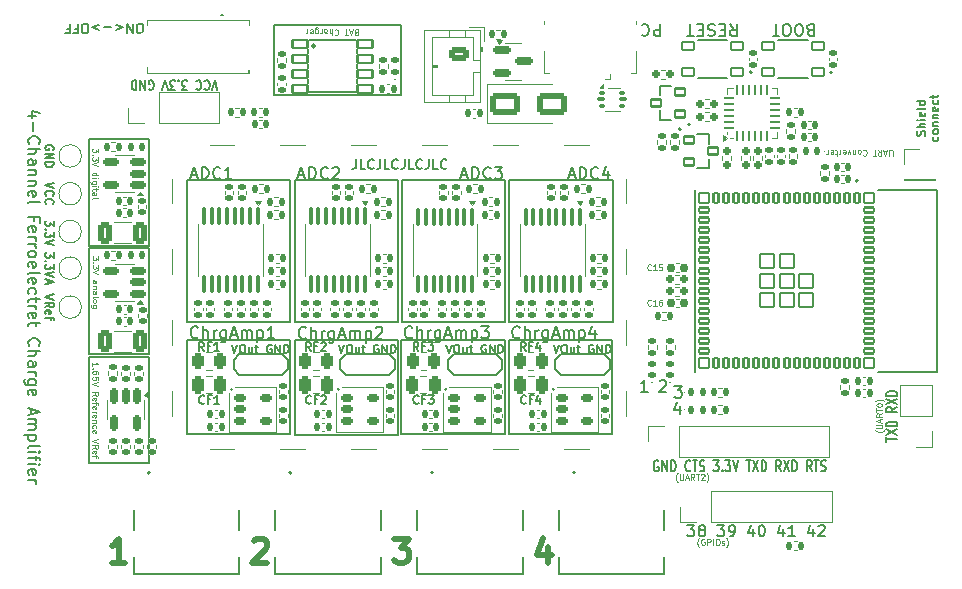
<source format=gbr>
%TF.GenerationSoftware,KiCad,Pcbnew,8.0.5*%
%TF.CreationDate,2025-03-11T21:14:57+01:00*%
%TF.ProjectId,Platine 4 Kanal Ferroelektret,506c6174-696e-4652-9034-204b616e616c,rev?*%
%TF.SameCoordinates,Original*%
%TF.FileFunction,Legend,Top*%
%TF.FilePolarity,Positive*%
%FSLAX46Y46*%
G04 Gerber Fmt 4.6, Leading zero omitted, Abs format (unit mm)*
G04 Created by KiCad (PCBNEW 8.0.5) date 2025-03-11 21:14:57*
%MOMM*%
%LPD*%
G01*
G04 APERTURE LIST*
G04 Aperture macros list*
%AMRoundRect*
0 Rectangle with rounded corners*
0 $1 Rounding radius*
0 $2 $3 $4 $5 $6 $7 $8 $9 X,Y pos of 4 corners*
0 Add a 4 corners polygon primitive as box body*
4,1,4,$2,$3,$4,$5,$6,$7,$8,$9,$2,$3,0*
0 Add four circle primitives for the rounded corners*
1,1,$1+$1,$2,$3*
1,1,$1+$1,$4,$5*
1,1,$1+$1,$6,$7*
1,1,$1+$1,$8,$9*
0 Add four rect primitives between the rounded corners*
20,1,$1+$1,$2,$3,$4,$5,0*
20,1,$1+$1,$4,$5,$6,$7,0*
20,1,$1+$1,$6,$7,$8,$9,0*
20,1,$1+$1,$8,$9,$2,$3,0*%
G04 Aperture macros list end*
%ADD10C,0.125000*%
%ADD11C,0.150000*%
%ADD12C,0.200000*%
%ADD13C,0.500000*%
%ADD14C,0.127000*%
%ADD15C,0.223606*%
%ADD16C,0.120000*%
%ADD17C,0.100000*%
%ADD18C,0.010000*%
%ADD19RoundRect,0.101600X-0.650000X-0.350000X0.650000X-0.350000X0.650000X0.350000X-0.650000X0.350000X0*%
%ADD20RoundRect,0.135000X-0.185000X0.135000X-0.185000X-0.135000X0.185000X-0.135000X0.185000X0.135000X0*%
%ADD21RoundRect,0.140000X-0.170000X0.140000X-0.170000X-0.140000X0.170000X-0.140000X0.170000X0.140000X0*%
%ADD22RoundRect,0.140000X0.170000X-0.140000X0.170000X0.140000X-0.170000X0.140000X-0.170000X-0.140000X0*%
%ADD23R,1.700000X1.700000*%
%ADD24O,1.700000X1.700000*%
%ADD25R,0.400000X1.350000*%
%ADD26O,1.200000X1.900000*%
%ADD27R,1.200000X1.900000*%
%ADD28C,1.450000*%
%ADD29R,1.500000X1.900000*%
%ADD30C,6.400000*%
%ADD31C,1.400000*%
%ADD32RoundRect,0.100000X-0.100000X0.637500X-0.100000X-0.637500X0.100000X-0.637500X0.100000X0.637500X0*%
%ADD33RoundRect,0.135000X0.135000X0.185000X-0.135000X0.185000X-0.135000X-0.185000X0.135000X-0.185000X0*%
%ADD34RoundRect,0.140000X-0.140000X-0.170000X0.140000X-0.170000X0.140000X0.170000X-0.140000X0.170000X0*%
%ADD35RoundRect,0.150000X-0.150000X0.512500X-0.150000X-0.512500X0.150000X-0.512500X0.150000X0.512500X0*%
%ADD36RoundRect,0.155000X-0.212500X-0.155000X0.212500X-0.155000X0.212500X0.155000X-0.212500X0.155000X0*%
%ADD37RoundRect,0.150000X0.512500X0.150000X-0.512500X0.150000X-0.512500X-0.150000X0.512500X-0.150000X0*%
%ADD38RoundRect,0.140000X0.140000X0.170000X-0.140000X0.170000X-0.140000X-0.170000X0.140000X-0.170000X0*%
%ADD39C,1.500000*%
%ADD40RoundRect,0.160000X-0.197500X-0.160000X0.197500X-0.160000X0.197500X0.160000X-0.197500X0.160000X0*%
%ADD41RoundRect,0.135000X0.185000X-0.135000X0.185000X0.135000X-0.185000X0.135000X-0.185000X-0.135000X0*%
%ADD42RoundRect,0.250000X-0.325000X-0.650000X0.325000X-0.650000X0.325000X0.650000X-0.325000X0.650000X0*%
%ADD43RoundRect,0.250000X0.262500X0.450000X-0.262500X0.450000X-0.262500X-0.450000X0.262500X-0.450000X0*%
%ADD44RoundRect,0.135000X-0.135000X-0.185000X0.135000X-0.185000X0.135000X0.185000X-0.135000X0.185000X0*%
%ADD45RoundRect,0.150000X-0.587500X-0.150000X0.587500X-0.150000X0.587500X0.150000X-0.587500X0.150000X0*%
%ADD46RoundRect,0.102000X-0.400000X-0.300000X0.400000X-0.300000X0.400000X0.300000X-0.400000X0.300000X0*%
%ADD47RoundRect,0.147500X-0.147500X-0.172500X0.147500X-0.172500X0.147500X0.172500X-0.147500X0.172500X0*%
%ADD48RoundRect,0.147500X0.147500X0.172500X-0.147500X0.172500X-0.147500X-0.172500X0.147500X-0.172500X0*%
%ADD49C,0.600000*%
%ADD50O,1.104000X2.204000*%
%ADD51O,1.104000X1.904000*%
%ADD52RoundRect,0.162500X-0.367500X-0.162500X0.367500X-0.162500X0.367500X0.162500X-0.367500X0.162500X0*%
%ADD53RoundRect,0.250000X-0.625000X0.350000X-0.625000X-0.350000X0.625000X-0.350000X0.625000X0.350000X0*%
%ADD54O,1.750000X1.200000*%
%ADD55RoundRect,0.102000X0.400000X0.300000X-0.400000X0.300000X-0.400000X-0.300000X0.400000X-0.300000X0*%
%ADD56RoundRect,0.062500X0.062500X-0.350000X0.062500X0.350000X-0.062500X0.350000X-0.062500X-0.350000X0*%
%ADD57RoundRect,0.062500X0.350000X-0.062500X0.350000X0.062500X-0.350000X0.062500X-0.350000X-0.062500X0*%
%ADD58R,2.600000X2.600000*%
%ADD59RoundRect,0.160000X0.160000X-0.197500X0.160000X0.197500X-0.160000X0.197500X-0.160000X-0.197500X0*%
%ADD60RoundRect,0.147500X0.172500X-0.147500X0.172500X0.147500X-0.172500X0.147500X-0.172500X-0.147500X0*%
%ADD61RoundRect,0.160000X0.197500X0.160000X-0.197500X0.160000X-0.197500X-0.160000X0.197500X-0.160000X0*%
%ADD62RoundRect,0.160000X-0.160000X0.197500X-0.160000X-0.197500X0.160000X-0.197500X0.160000X0.197500X0*%
%ADD63RoundRect,0.102000X0.525000X0.325000X-0.525000X0.325000X-0.525000X-0.325000X0.525000X-0.325000X0*%
%ADD64RoundRect,0.250000X0.250000X0.475000X-0.250000X0.475000X-0.250000X-0.475000X0.250000X-0.475000X0*%
%ADD65RoundRect,0.093750X-0.156250X-0.093750X0.156250X-0.093750X0.156250X0.093750X-0.156250X0.093750X0*%
%ADD66RoundRect,0.075000X-0.250000X-0.075000X0.250000X-0.075000X0.250000X0.075000X-0.250000X0.075000X0*%
%ADD67R,1.550000X1.500000*%
%ADD68R,1.550000X1.750000*%
%ADD69R,1.550000X3.300000*%
%ADD70R,2.050000X1.500000*%
%ADD71R,2.100000X1.500000*%
%ADD72R,3.300000X1.500000*%
%ADD73RoundRect,0.250000X-1.000000X-0.650000X1.000000X-0.650000X1.000000X0.650000X-1.000000X0.650000X0*%
%ADD74C,1.300000*%
%ADD75C,2.483000*%
%ADD76RoundRect,0.102000X-0.200000X0.400000X-0.200000X-0.400000X0.200000X-0.400000X0.200000X0.400000X0*%
%ADD77RoundRect,0.102000X-0.400000X0.200000X-0.400000X-0.200000X0.400000X-0.200000X0.400000X0.200000X0*%
%ADD78RoundRect,0.102000X-0.600000X0.600000X-0.600000X-0.600000X0.600000X-0.600000X0.600000X0.600000X0*%
%ADD79RoundRect,0.102000X-0.400000X0.400000X-0.400000X-0.400000X0.400000X-0.400000X0.400000X0.400000X0*%
G04 APERTURE END LIST*
D10*
X101067690Y-104285717D02*
X101067690Y-104000003D01*
X101067690Y-104142860D02*
X101567690Y-104142860D01*
X101567690Y-104142860D02*
X101496261Y-104095241D01*
X101496261Y-104095241D02*
X101448642Y-104047622D01*
X101448642Y-104047622D02*
X101424833Y-104000003D01*
X101115309Y-104500002D02*
X101091500Y-104523812D01*
X101091500Y-104523812D02*
X101067690Y-104500002D01*
X101067690Y-104500002D02*
X101091500Y-104476193D01*
X101091500Y-104476193D02*
X101115309Y-104500002D01*
X101115309Y-104500002D02*
X101067690Y-104500002D01*
X101567690Y-104952383D02*
X101567690Y-104857145D01*
X101567690Y-104857145D02*
X101543880Y-104809526D01*
X101543880Y-104809526D02*
X101520071Y-104785716D01*
X101520071Y-104785716D02*
X101448642Y-104738097D01*
X101448642Y-104738097D02*
X101353404Y-104714288D01*
X101353404Y-104714288D02*
X101162928Y-104714288D01*
X101162928Y-104714288D02*
X101115309Y-104738097D01*
X101115309Y-104738097D02*
X101091500Y-104761907D01*
X101091500Y-104761907D02*
X101067690Y-104809526D01*
X101067690Y-104809526D02*
X101067690Y-104904764D01*
X101067690Y-104904764D02*
X101091500Y-104952383D01*
X101091500Y-104952383D02*
X101115309Y-104976192D01*
X101115309Y-104976192D02*
X101162928Y-105000002D01*
X101162928Y-105000002D02*
X101281976Y-105000002D01*
X101281976Y-105000002D02*
X101329595Y-104976192D01*
X101329595Y-104976192D02*
X101353404Y-104952383D01*
X101353404Y-104952383D02*
X101377214Y-104904764D01*
X101377214Y-104904764D02*
X101377214Y-104809526D01*
X101377214Y-104809526D02*
X101353404Y-104761907D01*
X101353404Y-104761907D02*
X101329595Y-104738097D01*
X101329595Y-104738097D02*
X101281976Y-104714288D01*
X101567690Y-105452382D02*
X101567690Y-105214287D01*
X101567690Y-105214287D02*
X101329595Y-105190478D01*
X101329595Y-105190478D02*
X101353404Y-105214287D01*
X101353404Y-105214287D02*
X101377214Y-105261906D01*
X101377214Y-105261906D02*
X101377214Y-105380954D01*
X101377214Y-105380954D02*
X101353404Y-105428573D01*
X101353404Y-105428573D02*
X101329595Y-105452382D01*
X101329595Y-105452382D02*
X101281976Y-105476192D01*
X101281976Y-105476192D02*
X101162928Y-105476192D01*
X101162928Y-105476192D02*
X101115309Y-105452382D01*
X101115309Y-105452382D02*
X101091500Y-105428573D01*
X101091500Y-105428573D02*
X101067690Y-105380954D01*
X101067690Y-105380954D02*
X101067690Y-105261906D01*
X101067690Y-105261906D02*
X101091500Y-105214287D01*
X101091500Y-105214287D02*
X101115309Y-105190478D01*
X101567690Y-105619049D02*
X101067690Y-105785715D01*
X101067690Y-105785715D02*
X101567690Y-105952382D01*
X101067690Y-106785714D02*
X101305785Y-106619048D01*
X101067690Y-106500000D02*
X101567690Y-106500000D01*
X101567690Y-106500000D02*
X101567690Y-106690476D01*
X101567690Y-106690476D02*
X101543880Y-106738095D01*
X101543880Y-106738095D02*
X101520071Y-106761905D01*
X101520071Y-106761905D02*
X101472452Y-106785714D01*
X101472452Y-106785714D02*
X101401023Y-106785714D01*
X101401023Y-106785714D02*
X101353404Y-106761905D01*
X101353404Y-106761905D02*
X101329595Y-106738095D01*
X101329595Y-106738095D02*
X101305785Y-106690476D01*
X101305785Y-106690476D02*
X101305785Y-106500000D01*
X101091500Y-107190476D02*
X101067690Y-107142857D01*
X101067690Y-107142857D02*
X101067690Y-107047619D01*
X101067690Y-107047619D02*
X101091500Y-107000000D01*
X101091500Y-107000000D02*
X101139119Y-106976191D01*
X101139119Y-106976191D02*
X101329595Y-106976191D01*
X101329595Y-106976191D02*
X101377214Y-107000000D01*
X101377214Y-107000000D02*
X101401023Y-107047619D01*
X101401023Y-107047619D02*
X101401023Y-107142857D01*
X101401023Y-107142857D02*
X101377214Y-107190476D01*
X101377214Y-107190476D02*
X101329595Y-107214286D01*
X101329595Y-107214286D02*
X101281976Y-107214286D01*
X101281976Y-107214286D02*
X101234357Y-106976191D01*
X101401023Y-107357143D02*
X101401023Y-107547619D01*
X101067690Y-107428571D02*
X101496261Y-107428571D01*
X101496261Y-107428571D02*
X101543880Y-107452381D01*
X101543880Y-107452381D02*
X101567690Y-107500000D01*
X101567690Y-107500000D02*
X101567690Y-107547619D01*
X101091500Y-107904761D02*
X101067690Y-107857142D01*
X101067690Y-107857142D02*
X101067690Y-107761904D01*
X101067690Y-107761904D02*
X101091500Y-107714285D01*
X101091500Y-107714285D02*
X101139119Y-107690476D01*
X101139119Y-107690476D02*
X101329595Y-107690476D01*
X101329595Y-107690476D02*
X101377214Y-107714285D01*
X101377214Y-107714285D02*
X101401023Y-107761904D01*
X101401023Y-107761904D02*
X101401023Y-107857142D01*
X101401023Y-107857142D02*
X101377214Y-107904761D01*
X101377214Y-107904761D02*
X101329595Y-107928571D01*
X101329595Y-107928571D02*
X101281976Y-107928571D01*
X101281976Y-107928571D02*
X101234357Y-107690476D01*
X101067690Y-108142856D02*
X101401023Y-108142856D01*
X101305785Y-108142856D02*
X101353404Y-108166666D01*
X101353404Y-108166666D02*
X101377214Y-108190475D01*
X101377214Y-108190475D02*
X101401023Y-108238094D01*
X101401023Y-108238094D02*
X101401023Y-108285713D01*
X101091500Y-108642856D02*
X101067690Y-108595237D01*
X101067690Y-108595237D02*
X101067690Y-108499999D01*
X101067690Y-108499999D02*
X101091500Y-108452380D01*
X101091500Y-108452380D02*
X101139119Y-108428571D01*
X101139119Y-108428571D02*
X101329595Y-108428571D01*
X101329595Y-108428571D02*
X101377214Y-108452380D01*
X101377214Y-108452380D02*
X101401023Y-108499999D01*
X101401023Y-108499999D02*
X101401023Y-108595237D01*
X101401023Y-108595237D02*
X101377214Y-108642856D01*
X101377214Y-108642856D02*
X101329595Y-108666666D01*
X101329595Y-108666666D02*
X101281976Y-108666666D01*
X101281976Y-108666666D02*
X101234357Y-108428571D01*
X101401023Y-108880951D02*
X101067690Y-108880951D01*
X101353404Y-108880951D02*
X101377214Y-108904761D01*
X101377214Y-108904761D02*
X101401023Y-108952380D01*
X101401023Y-108952380D02*
X101401023Y-109023808D01*
X101401023Y-109023808D02*
X101377214Y-109071427D01*
X101377214Y-109071427D02*
X101329595Y-109095237D01*
X101329595Y-109095237D02*
X101067690Y-109095237D01*
X101091500Y-109547618D02*
X101067690Y-109499999D01*
X101067690Y-109499999D02*
X101067690Y-109404761D01*
X101067690Y-109404761D02*
X101091500Y-109357142D01*
X101091500Y-109357142D02*
X101115309Y-109333332D01*
X101115309Y-109333332D02*
X101162928Y-109309523D01*
X101162928Y-109309523D02*
X101305785Y-109309523D01*
X101305785Y-109309523D02*
X101353404Y-109333332D01*
X101353404Y-109333332D02*
X101377214Y-109357142D01*
X101377214Y-109357142D02*
X101401023Y-109404761D01*
X101401023Y-109404761D02*
X101401023Y-109499999D01*
X101401023Y-109499999D02*
X101377214Y-109547618D01*
X101091500Y-109952379D02*
X101067690Y-109904760D01*
X101067690Y-109904760D02*
X101067690Y-109809522D01*
X101067690Y-109809522D02*
X101091500Y-109761903D01*
X101091500Y-109761903D02*
X101139119Y-109738094D01*
X101139119Y-109738094D02*
X101329595Y-109738094D01*
X101329595Y-109738094D02*
X101377214Y-109761903D01*
X101377214Y-109761903D02*
X101401023Y-109809522D01*
X101401023Y-109809522D02*
X101401023Y-109904760D01*
X101401023Y-109904760D02*
X101377214Y-109952379D01*
X101377214Y-109952379D02*
X101329595Y-109976189D01*
X101329595Y-109976189D02*
X101281976Y-109976189D01*
X101281976Y-109976189D02*
X101234357Y-109738094D01*
X101567690Y-110499998D02*
X101067690Y-110666664D01*
X101067690Y-110666664D02*
X101567690Y-110833331D01*
X101067690Y-111285711D02*
X101305785Y-111119045D01*
X101067690Y-110999997D02*
X101567690Y-110999997D01*
X101567690Y-110999997D02*
X101567690Y-111190473D01*
X101567690Y-111190473D02*
X101543880Y-111238092D01*
X101543880Y-111238092D02*
X101520071Y-111261902D01*
X101520071Y-111261902D02*
X101472452Y-111285711D01*
X101472452Y-111285711D02*
X101401023Y-111285711D01*
X101401023Y-111285711D02*
X101353404Y-111261902D01*
X101353404Y-111261902D02*
X101329595Y-111238092D01*
X101329595Y-111238092D02*
X101305785Y-111190473D01*
X101305785Y-111190473D02*
X101305785Y-110999997D01*
X101091500Y-111690473D02*
X101067690Y-111642854D01*
X101067690Y-111642854D02*
X101067690Y-111547616D01*
X101067690Y-111547616D02*
X101091500Y-111499997D01*
X101091500Y-111499997D02*
X101139119Y-111476188D01*
X101139119Y-111476188D02*
X101329595Y-111476188D01*
X101329595Y-111476188D02*
X101377214Y-111499997D01*
X101377214Y-111499997D02*
X101401023Y-111547616D01*
X101401023Y-111547616D02*
X101401023Y-111642854D01*
X101401023Y-111642854D02*
X101377214Y-111690473D01*
X101377214Y-111690473D02*
X101329595Y-111714283D01*
X101329595Y-111714283D02*
X101281976Y-111714283D01*
X101281976Y-111714283D02*
X101234357Y-111476188D01*
X101401023Y-111857140D02*
X101401023Y-112047616D01*
X101067690Y-111928568D02*
X101496261Y-111928568D01*
X101496261Y-111928568D02*
X101543880Y-111952378D01*
X101543880Y-111952378D02*
X101567690Y-111999997D01*
X101567690Y-111999997D02*
X101567690Y-112047616D01*
D11*
X100800000Y-103500000D02*
X105900000Y-103500000D01*
X105900000Y-112500000D01*
X100800000Y-112500000D01*
X100800000Y-103500000D01*
X118200000Y-102100000D02*
X126950000Y-102100000D01*
X126950000Y-110100000D01*
X118200000Y-110100000D01*
X118200000Y-102100000D01*
X100800000Y-85100000D02*
X105900000Y-85100000D01*
X105900000Y-94100000D01*
X100800000Y-94100000D01*
X100800000Y-85100000D01*
X116500000Y-75400000D02*
X127200000Y-75400000D01*
X127200000Y-81300000D01*
X116500000Y-81300000D01*
X116500000Y-75400000D01*
X136375000Y-88562500D02*
X145125000Y-88562500D01*
X145125000Y-100562500D01*
X136375000Y-100562500D01*
X136375000Y-88562500D01*
X109100000Y-102062500D02*
X117850000Y-102062500D01*
X117850000Y-110062500D01*
X109100000Y-110062500D01*
X109100000Y-102062500D01*
X100800000Y-94300000D02*
X105900000Y-94300000D01*
X105900000Y-103300000D01*
X100800000Y-103300000D01*
X100800000Y-94300000D01*
X109100000Y-88562500D02*
X117850000Y-88562500D01*
X117850000Y-100562500D01*
X109100000Y-100562500D01*
X109100000Y-88562500D01*
X136350000Y-102062500D02*
X145100000Y-102062500D01*
X145100000Y-110062500D01*
X136350000Y-110062500D01*
X136350000Y-102062500D01*
X127275000Y-88562500D02*
X136025000Y-88562500D01*
X136025000Y-100562500D01*
X127275000Y-100562500D01*
X127275000Y-88562500D01*
X118200000Y-88562500D02*
X126950000Y-88562500D01*
X126950000Y-100562500D01*
X118200000Y-100562500D01*
X118200000Y-88562500D01*
X127250000Y-102062500D02*
X136000000Y-102062500D01*
X136000000Y-110062500D01*
X127250000Y-110062500D01*
X127250000Y-102062500D01*
X121930000Y-102469033D02*
X122163334Y-103169033D01*
X122163334Y-103169033D02*
X122396667Y-102469033D01*
X122763334Y-102469033D02*
X122896667Y-102469033D01*
X122896667Y-102469033D02*
X122963334Y-102502366D01*
X122963334Y-102502366D02*
X123030000Y-102569033D01*
X123030000Y-102569033D02*
X123063334Y-102702366D01*
X123063334Y-102702366D02*
X123063334Y-102935700D01*
X123063334Y-102935700D02*
X123030000Y-103069033D01*
X123030000Y-103069033D02*
X122963334Y-103135700D01*
X122963334Y-103135700D02*
X122896667Y-103169033D01*
X122896667Y-103169033D02*
X122763334Y-103169033D01*
X122763334Y-103169033D02*
X122696667Y-103135700D01*
X122696667Y-103135700D02*
X122630000Y-103069033D01*
X122630000Y-103069033D02*
X122596667Y-102935700D01*
X122596667Y-102935700D02*
X122596667Y-102702366D01*
X122596667Y-102702366D02*
X122630000Y-102569033D01*
X122630000Y-102569033D02*
X122696667Y-102502366D01*
X122696667Y-102502366D02*
X122763334Y-102469033D01*
X123663333Y-102702366D02*
X123663333Y-103169033D01*
X123363333Y-102702366D02*
X123363333Y-103069033D01*
X123363333Y-103069033D02*
X123396667Y-103135700D01*
X123396667Y-103135700D02*
X123463333Y-103169033D01*
X123463333Y-103169033D02*
X123563333Y-103169033D01*
X123563333Y-103169033D02*
X123630000Y-103135700D01*
X123630000Y-103135700D02*
X123663333Y-103102366D01*
X123896666Y-102702366D02*
X124163333Y-102702366D01*
X123996666Y-102469033D02*
X123996666Y-103069033D01*
X123996666Y-103069033D02*
X124030000Y-103135700D01*
X124030000Y-103135700D02*
X124096666Y-103169033D01*
X124096666Y-103169033D02*
X124163333Y-103169033D01*
X125296666Y-102502366D02*
X125229999Y-102469033D01*
X125229999Y-102469033D02*
X125129999Y-102469033D01*
X125129999Y-102469033D02*
X125029999Y-102502366D01*
X125029999Y-102502366D02*
X124963333Y-102569033D01*
X124963333Y-102569033D02*
X124929999Y-102635700D01*
X124929999Y-102635700D02*
X124896666Y-102769033D01*
X124896666Y-102769033D02*
X124896666Y-102869033D01*
X124896666Y-102869033D02*
X124929999Y-103002366D01*
X124929999Y-103002366D02*
X124963333Y-103069033D01*
X124963333Y-103069033D02*
X125029999Y-103135700D01*
X125029999Y-103135700D02*
X125129999Y-103169033D01*
X125129999Y-103169033D02*
X125196666Y-103169033D01*
X125196666Y-103169033D02*
X125296666Y-103135700D01*
X125296666Y-103135700D02*
X125329999Y-103102366D01*
X125329999Y-103102366D02*
X125329999Y-102869033D01*
X125329999Y-102869033D02*
X125196666Y-102869033D01*
X125629999Y-103169033D02*
X125629999Y-102469033D01*
X125629999Y-102469033D02*
X126029999Y-103169033D01*
X126029999Y-103169033D02*
X126029999Y-102469033D01*
X126363332Y-103169033D02*
X126363332Y-102469033D01*
X126363332Y-102469033D02*
X126529999Y-102469033D01*
X126529999Y-102469033D02*
X126629999Y-102502366D01*
X126629999Y-102502366D02*
X126696666Y-102569033D01*
X126696666Y-102569033D02*
X126729999Y-102635700D01*
X126729999Y-102635700D02*
X126763332Y-102769033D01*
X126763332Y-102769033D02*
X126763332Y-102869033D01*
X126763332Y-102869033D02*
X126729999Y-103002366D01*
X126729999Y-103002366D02*
X126696666Y-103069033D01*
X126696666Y-103069033D02*
X126629999Y-103135700D01*
X126629999Y-103135700D02*
X126529999Y-103169033D01*
X126529999Y-103169033D02*
X126363332Y-103169033D01*
X105185712Y-76105704D02*
X105033331Y-76105704D01*
X105033331Y-76105704D02*
X104957141Y-76067609D01*
X104957141Y-76067609D02*
X104880950Y-75991419D01*
X104880950Y-75991419D02*
X104842855Y-75839038D01*
X104842855Y-75839038D02*
X104842855Y-75572371D01*
X104842855Y-75572371D02*
X104880950Y-75419990D01*
X104880950Y-75419990D02*
X104957141Y-75343800D01*
X104957141Y-75343800D02*
X105033331Y-75305704D01*
X105033331Y-75305704D02*
X105185712Y-75305704D01*
X105185712Y-75305704D02*
X105261903Y-75343800D01*
X105261903Y-75343800D02*
X105338093Y-75419990D01*
X105338093Y-75419990D02*
X105376189Y-75572371D01*
X105376189Y-75572371D02*
X105376189Y-75839038D01*
X105376189Y-75839038D02*
X105338093Y-75991419D01*
X105338093Y-75991419D02*
X105261903Y-76067609D01*
X105261903Y-76067609D02*
X105185712Y-76105704D01*
X104499998Y-75305704D02*
X104499998Y-76105704D01*
X104499998Y-76105704D02*
X104042855Y-75305704D01*
X104042855Y-75305704D02*
X104042855Y-76105704D01*
X103052380Y-75839038D02*
X103661903Y-75610466D01*
X103661903Y-75610466D02*
X103052380Y-75381895D01*
X102671427Y-75610466D02*
X102061904Y-75610466D01*
X101680951Y-75839038D02*
X101071428Y-75610466D01*
X101071428Y-75610466D02*
X101680951Y-75381895D01*
X100538094Y-76105704D02*
X100385713Y-76105704D01*
X100385713Y-76105704D02*
X100309523Y-76067609D01*
X100309523Y-76067609D02*
X100233332Y-75991419D01*
X100233332Y-75991419D02*
X100195237Y-75839038D01*
X100195237Y-75839038D02*
X100195237Y-75572371D01*
X100195237Y-75572371D02*
X100233332Y-75419990D01*
X100233332Y-75419990D02*
X100309523Y-75343800D01*
X100309523Y-75343800D02*
X100385713Y-75305704D01*
X100385713Y-75305704D02*
X100538094Y-75305704D01*
X100538094Y-75305704D02*
X100614285Y-75343800D01*
X100614285Y-75343800D02*
X100690475Y-75419990D01*
X100690475Y-75419990D02*
X100728571Y-75572371D01*
X100728571Y-75572371D02*
X100728571Y-75839038D01*
X100728571Y-75839038D02*
X100690475Y-75991419D01*
X100690475Y-75991419D02*
X100614285Y-76067609D01*
X100614285Y-76067609D02*
X100538094Y-76105704D01*
X99585714Y-75724752D02*
X99852380Y-75724752D01*
X99852380Y-75305704D02*
X99852380Y-76105704D01*
X99852380Y-76105704D02*
X99471428Y-76105704D01*
X98900000Y-75724752D02*
X99166666Y-75724752D01*
X99166666Y-75305704D02*
X99166666Y-76105704D01*
X99166666Y-76105704D02*
X98785714Y-76105704D01*
D12*
X148085714Y-106467219D02*
X147514286Y-106467219D01*
X147800000Y-106467219D02*
X147800000Y-105467219D01*
X147800000Y-105467219D02*
X147704762Y-105610076D01*
X147704762Y-105610076D02*
X147609524Y-105705314D01*
X147609524Y-105705314D02*
X147514286Y-105752933D01*
X150366667Y-105967219D02*
X150985714Y-105967219D01*
X150985714Y-105967219D02*
X150652381Y-106348171D01*
X150652381Y-106348171D02*
X150795238Y-106348171D01*
X150795238Y-106348171D02*
X150890476Y-106395790D01*
X150890476Y-106395790D02*
X150938095Y-106443409D01*
X150938095Y-106443409D02*
X150985714Y-106538647D01*
X150985714Y-106538647D02*
X150985714Y-106776742D01*
X150985714Y-106776742D02*
X150938095Y-106871980D01*
X150938095Y-106871980D02*
X150890476Y-106919600D01*
X150890476Y-106919600D02*
X150795238Y-106967219D01*
X150795238Y-106967219D02*
X150509524Y-106967219D01*
X150509524Y-106967219D02*
X150414286Y-106919600D01*
X150414286Y-106919600D02*
X150366667Y-106871980D01*
D11*
X140130000Y-102469033D02*
X140363334Y-103169033D01*
X140363334Y-103169033D02*
X140596667Y-102469033D01*
X140963334Y-102469033D02*
X141096667Y-102469033D01*
X141096667Y-102469033D02*
X141163334Y-102502366D01*
X141163334Y-102502366D02*
X141230000Y-102569033D01*
X141230000Y-102569033D02*
X141263334Y-102702366D01*
X141263334Y-102702366D02*
X141263334Y-102935700D01*
X141263334Y-102935700D02*
X141230000Y-103069033D01*
X141230000Y-103069033D02*
X141163334Y-103135700D01*
X141163334Y-103135700D02*
X141096667Y-103169033D01*
X141096667Y-103169033D02*
X140963334Y-103169033D01*
X140963334Y-103169033D02*
X140896667Y-103135700D01*
X140896667Y-103135700D02*
X140830000Y-103069033D01*
X140830000Y-103069033D02*
X140796667Y-102935700D01*
X140796667Y-102935700D02*
X140796667Y-102702366D01*
X140796667Y-102702366D02*
X140830000Y-102569033D01*
X140830000Y-102569033D02*
X140896667Y-102502366D01*
X140896667Y-102502366D02*
X140963334Y-102469033D01*
X141863333Y-102702366D02*
X141863333Y-103169033D01*
X141563333Y-102702366D02*
X141563333Y-103069033D01*
X141563333Y-103069033D02*
X141596667Y-103135700D01*
X141596667Y-103135700D02*
X141663333Y-103169033D01*
X141663333Y-103169033D02*
X141763333Y-103169033D01*
X141763333Y-103169033D02*
X141830000Y-103135700D01*
X141830000Y-103135700D02*
X141863333Y-103102366D01*
X142096666Y-102702366D02*
X142363333Y-102702366D01*
X142196666Y-102469033D02*
X142196666Y-103069033D01*
X142196666Y-103069033D02*
X142230000Y-103135700D01*
X142230000Y-103135700D02*
X142296666Y-103169033D01*
X142296666Y-103169033D02*
X142363333Y-103169033D01*
X143496666Y-102502366D02*
X143429999Y-102469033D01*
X143429999Y-102469033D02*
X143329999Y-102469033D01*
X143329999Y-102469033D02*
X143229999Y-102502366D01*
X143229999Y-102502366D02*
X143163333Y-102569033D01*
X143163333Y-102569033D02*
X143129999Y-102635700D01*
X143129999Y-102635700D02*
X143096666Y-102769033D01*
X143096666Y-102769033D02*
X143096666Y-102869033D01*
X143096666Y-102869033D02*
X143129999Y-103002366D01*
X143129999Y-103002366D02*
X143163333Y-103069033D01*
X143163333Y-103069033D02*
X143229999Y-103135700D01*
X143229999Y-103135700D02*
X143329999Y-103169033D01*
X143329999Y-103169033D02*
X143396666Y-103169033D01*
X143396666Y-103169033D02*
X143496666Y-103135700D01*
X143496666Y-103135700D02*
X143529999Y-103102366D01*
X143529999Y-103102366D02*
X143529999Y-102869033D01*
X143529999Y-102869033D02*
X143396666Y-102869033D01*
X143829999Y-103169033D02*
X143829999Y-102469033D01*
X143829999Y-102469033D02*
X144229999Y-103169033D01*
X144229999Y-103169033D02*
X144229999Y-102469033D01*
X144563332Y-103169033D02*
X144563332Y-102469033D01*
X144563332Y-102469033D02*
X144729999Y-102469033D01*
X144729999Y-102469033D02*
X144829999Y-102502366D01*
X144829999Y-102502366D02*
X144896666Y-102569033D01*
X144896666Y-102569033D02*
X144929999Y-102635700D01*
X144929999Y-102635700D02*
X144963332Y-102769033D01*
X144963332Y-102769033D02*
X144963332Y-102869033D01*
X144963332Y-102869033D02*
X144929999Y-103002366D01*
X144929999Y-103002366D02*
X144896666Y-103069033D01*
X144896666Y-103069033D02*
X144829999Y-103135700D01*
X144829999Y-103135700D02*
X144729999Y-103169033D01*
X144729999Y-103169033D02*
X144563332Y-103169033D01*
D13*
X139679624Y-119593404D02*
X139679624Y-120926738D01*
X139203433Y-118831500D02*
X138727243Y-120260071D01*
X138727243Y-120260071D02*
X139965338Y-120260071D01*
D11*
X149001667Y-112324914D02*
X148935000Y-112282057D01*
X148935000Y-112282057D02*
X148835000Y-112282057D01*
X148835000Y-112282057D02*
X148735000Y-112324914D01*
X148735000Y-112324914D02*
X148668334Y-112410628D01*
X148668334Y-112410628D02*
X148635000Y-112496342D01*
X148635000Y-112496342D02*
X148601667Y-112667771D01*
X148601667Y-112667771D02*
X148601667Y-112796342D01*
X148601667Y-112796342D02*
X148635000Y-112967771D01*
X148635000Y-112967771D02*
X148668334Y-113053485D01*
X148668334Y-113053485D02*
X148735000Y-113139200D01*
X148735000Y-113139200D02*
X148835000Y-113182057D01*
X148835000Y-113182057D02*
X148901667Y-113182057D01*
X148901667Y-113182057D02*
X149001667Y-113139200D01*
X149001667Y-113139200D02*
X149035000Y-113096342D01*
X149035000Y-113096342D02*
X149035000Y-112796342D01*
X149035000Y-112796342D02*
X148901667Y-112796342D01*
X149335000Y-113182057D02*
X149335000Y-112282057D01*
X149335000Y-112282057D02*
X149735000Y-113182057D01*
X149735000Y-113182057D02*
X149735000Y-112282057D01*
X150068333Y-113182057D02*
X150068333Y-112282057D01*
X150068333Y-112282057D02*
X150235000Y-112282057D01*
X150235000Y-112282057D02*
X150335000Y-112324914D01*
X150335000Y-112324914D02*
X150401667Y-112410628D01*
X150401667Y-112410628D02*
X150435000Y-112496342D01*
X150435000Y-112496342D02*
X150468333Y-112667771D01*
X150468333Y-112667771D02*
X150468333Y-112796342D01*
X150468333Y-112796342D02*
X150435000Y-112967771D01*
X150435000Y-112967771D02*
X150401667Y-113053485D01*
X150401667Y-113053485D02*
X150335000Y-113139200D01*
X150335000Y-113139200D02*
X150235000Y-113182057D01*
X150235000Y-113182057D02*
X150068333Y-113182057D01*
X151701666Y-113096342D02*
X151668333Y-113139200D01*
X151668333Y-113139200D02*
X151568333Y-113182057D01*
X151568333Y-113182057D02*
X151501666Y-113182057D01*
X151501666Y-113182057D02*
X151401666Y-113139200D01*
X151401666Y-113139200D02*
X151335000Y-113053485D01*
X151335000Y-113053485D02*
X151301666Y-112967771D01*
X151301666Y-112967771D02*
X151268333Y-112796342D01*
X151268333Y-112796342D02*
X151268333Y-112667771D01*
X151268333Y-112667771D02*
X151301666Y-112496342D01*
X151301666Y-112496342D02*
X151335000Y-112410628D01*
X151335000Y-112410628D02*
X151401666Y-112324914D01*
X151401666Y-112324914D02*
X151501666Y-112282057D01*
X151501666Y-112282057D02*
X151568333Y-112282057D01*
X151568333Y-112282057D02*
X151668333Y-112324914D01*
X151668333Y-112324914D02*
X151701666Y-112367771D01*
X151901666Y-112282057D02*
X152301666Y-112282057D01*
X152101666Y-113182057D02*
X152101666Y-112282057D01*
X152501666Y-113139200D02*
X152601666Y-113182057D01*
X152601666Y-113182057D02*
X152768333Y-113182057D01*
X152768333Y-113182057D02*
X152834999Y-113139200D01*
X152834999Y-113139200D02*
X152868333Y-113096342D01*
X152868333Y-113096342D02*
X152901666Y-113010628D01*
X152901666Y-113010628D02*
X152901666Y-112924914D01*
X152901666Y-112924914D02*
X152868333Y-112839200D01*
X152868333Y-112839200D02*
X152834999Y-112796342D01*
X152834999Y-112796342D02*
X152768333Y-112753485D01*
X152768333Y-112753485D02*
X152634999Y-112710628D01*
X152634999Y-112710628D02*
X152568333Y-112667771D01*
X152568333Y-112667771D02*
X152534999Y-112624914D01*
X152534999Y-112624914D02*
X152501666Y-112539200D01*
X152501666Y-112539200D02*
X152501666Y-112453485D01*
X152501666Y-112453485D02*
X152534999Y-112367771D01*
X152534999Y-112367771D02*
X152568333Y-112324914D01*
X152568333Y-112324914D02*
X152634999Y-112282057D01*
X152634999Y-112282057D02*
X152801666Y-112282057D01*
X152801666Y-112282057D02*
X152901666Y-112324914D01*
X153668333Y-112282057D02*
X154101666Y-112282057D01*
X154101666Y-112282057D02*
X153868333Y-112624914D01*
X153868333Y-112624914D02*
X153968333Y-112624914D01*
X153968333Y-112624914D02*
X154034999Y-112667771D01*
X154034999Y-112667771D02*
X154068333Y-112710628D01*
X154068333Y-112710628D02*
X154101666Y-112796342D01*
X154101666Y-112796342D02*
X154101666Y-113010628D01*
X154101666Y-113010628D02*
X154068333Y-113096342D01*
X154068333Y-113096342D02*
X154034999Y-113139200D01*
X154034999Y-113139200D02*
X153968333Y-113182057D01*
X153968333Y-113182057D02*
X153768333Y-113182057D01*
X153768333Y-113182057D02*
X153701666Y-113139200D01*
X153701666Y-113139200D02*
X153668333Y-113096342D01*
X154401666Y-113096342D02*
X154435000Y-113139200D01*
X154435000Y-113139200D02*
X154401666Y-113182057D01*
X154401666Y-113182057D02*
X154368333Y-113139200D01*
X154368333Y-113139200D02*
X154401666Y-113096342D01*
X154401666Y-113096342D02*
X154401666Y-113182057D01*
X154668333Y-112282057D02*
X155101666Y-112282057D01*
X155101666Y-112282057D02*
X154868333Y-112624914D01*
X154868333Y-112624914D02*
X154968333Y-112624914D01*
X154968333Y-112624914D02*
X155034999Y-112667771D01*
X155034999Y-112667771D02*
X155068333Y-112710628D01*
X155068333Y-112710628D02*
X155101666Y-112796342D01*
X155101666Y-112796342D02*
X155101666Y-113010628D01*
X155101666Y-113010628D02*
X155068333Y-113096342D01*
X155068333Y-113096342D02*
X155034999Y-113139200D01*
X155034999Y-113139200D02*
X154968333Y-113182057D01*
X154968333Y-113182057D02*
X154768333Y-113182057D01*
X154768333Y-113182057D02*
X154701666Y-113139200D01*
X154701666Y-113139200D02*
X154668333Y-113096342D01*
X155301666Y-112282057D02*
X155535000Y-113182057D01*
X155535000Y-113182057D02*
X155768333Y-112282057D01*
X156434999Y-112282057D02*
X156834999Y-112282057D01*
X156634999Y-113182057D02*
X156634999Y-112282057D01*
X157001666Y-112282057D02*
X157468332Y-113182057D01*
X157468332Y-112282057D02*
X157001666Y-113182057D01*
X157734999Y-113182057D02*
X157734999Y-112282057D01*
X157734999Y-112282057D02*
X157901666Y-112282057D01*
X157901666Y-112282057D02*
X158001666Y-112324914D01*
X158001666Y-112324914D02*
X158068333Y-112410628D01*
X158068333Y-112410628D02*
X158101666Y-112496342D01*
X158101666Y-112496342D02*
X158134999Y-112667771D01*
X158134999Y-112667771D02*
X158134999Y-112796342D01*
X158134999Y-112796342D02*
X158101666Y-112967771D01*
X158101666Y-112967771D02*
X158068333Y-113053485D01*
X158068333Y-113053485D02*
X158001666Y-113139200D01*
X158001666Y-113139200D02*
X157901666Y-113182057D01*
X157901666Y-113182057D02*
X157734999Y-113182057D01*
X159368332Y-113182057D02*
X159134999Y-112753485D01*
X158968332Y-113182057D02*
X158968332Y-112282057D01*
X158968332Y-112282057D02*
X159234999Y-112282057D01*
X159234999Y-112282057D02*
X159301666Y-112324914D01*
X159301666Y-112324914D02*
X159334999Y-112367771D01*
X159334999Y-112367771D02*
X159368332Y-112453485D01*
X159368332Y-112453485D02*
X159368332Y-112582057D01*
X159368332Y-112582057D02*
X159334999Y-112667771D01*
X159334999Y-112667771D02*
X159301666Y-112710628D01*
X159301666Y-112710628D02*
X159234999Y-112753485D01*
X159234999Y-112753485D02*
X158968332Y-112753485D01*
X159601666Y-112282057D02*
X160068332Y-113182057D01*
X160068332Y-112282057D02*
X159601666Y-113182057D01*
X160334999Y-113182057D02*
X160334999Y-112282057D01*
X160334999Y-112282057D02*
X160501666Y-112282057D01*
X160501666Y-112282057D02*
X160601666Y-112324914D01*
X160601666Y-112324914D02*
X160668333Y-112410628D01*
X160668333Y-112410628D02*
X160701666Y-112496342D01*
X160701666Y-112496342D02*
X160734999Y-112667771D01*
X160734999Y-112667771D02*
X160734999Y-112796342D01*
X160734999Y-112796342D02*
X160701666Y-112967771D01*
X160701666Y-112967771D02*
X160668333Y-113053485D01*
X160668333Y-113053485D02*
X160601666Y-113139200D01*
X160601666Y-113139200D02*
X160501666Y-113182057D01*
X160501666Y-113182057D02*
X160334999Y-113182057D01*
X161968332Y-113182057D02*
X161734999Y-112753485D01*
X161568332Y-113182057D02*
X161568332Y-112282057D01*
X161568332Y-112282057D02*
X161834999Y-112282057D01*
X161834999Y-112282057D02*
X161901666Y-112324914D01*
X161901666Y-112324914D02*
X161934999Y-112367771D01*
X161934999Y-112367771D02*
X161968332Y-112453485D01*
X161968332Y-112453485D02*
X161968332Y-112582057D01*
X161968332Y-112582057D02*
X161934999Y-112667771D01*
X161934999Y-112667771D02*
X161901666Y-112710628D01*
X161901666Y-112710628D02*
X161834999Y-112753485D01*
X161834999Y-112753485D02*
X161568332Y-112753485D01*
X162168332Y-112282057D02*
X162568332Y-112282057D01*
X162368332Y-113182057D02*
X162368332Y-112282057D01*
X162768332Y-113139200D02*
X162868332Y-113182057D01*
X162868332Y-113182057D02*
X163034999Y-113182057D01*
X163034999Y-113182057D02*
X163101665Y-113139200D01*
X163101665Y-113139200D02*
X163134999Y-113096342D01*
X163134999Y-113096342D02*
X163168332Y-113010628D01*
X163168332Y-113010628D02*
X163168332Y-112924914D01*
X163168332Y-112924914D02*
X163134999Y-112839200D01*
X163134999Y-112839200D02*
X163101665Y-112796342D01*
X163101665Y-112796342D02*
X163034999Y-112753485D01*
X163034999Y-112753485D02*
X162901665Y-112710628D01*
X162901665Y-112710628D02*
X162834999Y-112667771D01*
X162834999Y-112667771D02*
X162801665Y-112624914D01*
X162801665Y-112624914D02*
X162768332Y-112539200D01*
X162768332Y-112539200D02*
X162768332Y-112453485D01*
X162768332Y-112453485D02*
X162801665Y-112367771D01*
X162801665Y-112367771D02*
X162834999Y-112324914D01*
X162834999Y-112324914D02*
X162901665Y-112282057D01*
X162901665Y-112282057D02*
X163068332Y-112282057D01*
X163068332Y-112282057D02*
X163168332Y-112324914D01*
D13*
X103870100Y-120926738D02*
X102727243Y-120926738D01*
X103298671Y-120926738D02*
X103298671Y-118926738D01*
X103298671Y-118926738D02*
X103108195Y-119212452D01*
X103108195Y-119212452D02*
X102917719Y-119402928D01*
X102917719Y-119402928D02*
X102727243Y-119498166D01*
D11*
X161857142Y-75853990D02*
X161714285Y-75806371D01*
X161714285Y-75806371D02*
X161666666Y-75758752D01*
X161666666Y-75758752D02*
X161619047Y-75663514D01*
X161619047Y-75663514D02*
X161619047Y-75520657D01*
X161619047Y-75520657D02*
X161666666Y-75425419D01*
X161666666Y-75425419D02*
X161714285Y-75377800D01*
X161714285Y-75377800D02*
X161809523Y-75330180D01*
X161809523Y-75330180D02*
X162190475Y-75330180D01*
X162190475Y-75330180D02*
X162190475Y-76330180D01*
X162190475Y-76330180D02*
X161857142Y-76330180D01*
X161857142Y-76330180D02*
X161761904Y-76282561D01*
X161761904Y-76282561D02*
X161714285Y-76234942D01*
X161714285Y-76234942D02*
X161666666Y-76139704D01*
X161666666Y-76139704D02*
X161666666Y-76044466D01*
X161666666Y-76044466D02*
X161714285Y-75949228D01*
X161714285Y-75949228D02*
X161761904Y-75901609D01*
X161761904Y-75901609D02*
X161857142Y-75853990D01*
X161857142Y-75853990D02*
X162190475Y-75853990D01*
X160999999Y-76330180D02*
X160809523Y-76330180D01*
X160809523Y-76330180D02*
X160714285Y-76282561D01*
X160714285Y-76282561D02*
X160619047Y-76187323D01*
X160619047Y-76187323D02*
X160571428Y-75996847D01*
X160571428Y-75996847D02*
X160571428Y-75663514D01*
X160571428Y-75663514D02*
X160619047Y-75473038D01*
X160619047Y-75473038D02*
X160714285Y-75377800D01*
X160714285Y-75377800D02*
X160809523Y-75330180D01*
X160809523Y-75330180D02*
X160999999Y-75330180D01*
X160999999Y-75330180D02*
X161095237Y-75377800D01*
X161095237Y-75377800D02*
X161190475Y-75473038D01*
X161190475Y-75473038D02*
X161238094Y-75663514D01*
X161238094Y-75663514D02*
X161238094Y-75996847D01*
X161238094Y-75996847D02*
X161190475Y-76187323D01*
X161190475Y-76187323D02*
X161095237Y-76282561D01*
X161095237Y-76282561D02*
X160999999Y-76330180D01*
X159952380Y-76330180D02*
X159761904Y-76330180D01*
X159761904Y-76330180D02*
X159666666Y-76282561D01*
X159666666Y-76282561D02*
X159571428Y-76187323D01*
X159571428Y-76187323D02*
X159523809Y-75996847D01*
X159523809Y-75996847D02*
X159523809Y-75663514D01*
X159523809Y-75663514D02*
X159571428Y-75473038D01*
X159571428Y-75473038D02*
X159666666Y-75377800D01*
X159666666Y-75377800D02*
X159761904Y-75330180D01*
X159761904Y-75330180D02*
X159952380Y-75330180D01*
X159952380Y-75330180D02*
X160047618Y-75377800D01*
X160047618Y-75377800D02*
X160142856Y-75473038D01*
X160142856Y-75473038D02*
X160190475Y-75663514D01*
X160190475Y-75663514D02*
X160190475Y-75996847D01*
X160190475Y-75996847D02*
X160142856Y-76187323D01*
X160142856Y-76187323D02*
X160047618Y-76282561D01*
X160047618Y-76282561D02*
X159952380Y-76330180D01*
X159238094Y-76330180D02*
X158666666Y-76330180D01*
X158952380Y-75330180D02*
X158952380Y-76330180D01*
X119158207Y-101874580D02*
X119110588Y-101922200D01*
X119110588Y-101922200D02*
X118967731Y-101969819D01*
X118967731Y-101969819D02*
X118872493Y-101969819D01*
X118872493Y-101969819D02*
X118729636Y-101922200D01*
X118729636Y-101922200D02*
X118634398Y-101826961D01*
X118634398Y-101826961D02*
X118586779Y-101731723D01*
X118586779Y-101731723D02*
X118539160Y-101541247D01*
X118539160Y-101541247D02*
X118539160Y-101398390D01*
X118539160Y-101398390D02*
X118586779Y-101207914D01*
X118586779Y-101207914D02*
X118634398Y-101112676D01*
X118634398Y-101112676D02*
X118729636Y-101017438D01*
X118729636Y-101017438D02*
X118872493Y-100969819D01*
X118872493Y-100969819D02*
X118967731Y-100969819D01*
X118967731Y-100969819D02*
X119110588Y-101017438D01*
X119110588Y-101017438D02*
X119158207Y-101065057D01*
X119586779Y-101969819D02*
X119586779Y-100969819D01*
X120015350Y-101969819D02*
X120015350Y-101446009D01*
X120015350Y-101446009D02*
X119967731Y-101350771D01*
X119967731Y-101350771D02*
X119872493Y-101303152D01*
X119872493Y-101303152D02*
X119729636Y-101303152D01*
X119729636Y-101303152D02*
X119634398Y-101350771D01*
X119634398Y-101350771D02*
X119586779Y-101398390D01*
X120491541Y-101969819D02*
X120491541Y-101303152D01*
X120491541Y-101493628D02*
X120539160Y-101398390D01*
X120539160Y-101398390D02*
X120586779Y-101350771D01*
X120586779Y-101350771D02*
X120682017Y-101303152D01*
X120682017Y-101303152D02*
X120777255Y-101303152D01*
X121539160Y-101303152D02*
X121539160Y-102112676D01*
X121539160Y-102112676D02*
X121491541Y-102207914D01*
X121491541Y-102207914D02*
X121443922Y-102255533D01*
X121443922Y-102255533D02*
X121348684Y-102303152D01*
X121348684Y-102303152D02*
X121205827Y-102303152D01*
X121205827Y-102303152D02*
X121110589Y-102255533D01*
X121539160Y-101922200D02*
X121443922Y-101969819D01*
X121443922Y-101969819D02*
X121253446Y-101969819D01*
X121253446Y-101969819D02*
X121158208Y-101922200D01*
X121158208Y-101922200D02*
X121110589Y-101874580D01*
X121110589Y-101874580D02*
X121062970Y-101779342D01*
X121062970Y-101779342D02*
X121062970Y-101493628D01*
X121062970Y-101493628D02*
X121110589Y-101398390D01*
X121110589Y-101398390D02*
X121158208Y-101350771D01*
X121158208Y-101350771D02*
X121253446Y-101303152D01*
X121253446Y-101303152D02*
X121443922Y-101303152D01*
X121443922Y-101303152D02*
X121539160Y-101350771D01*
X121967732Y-101684104D02*
X122443922Y-101684104D01*
X121872494Y-101969819D02*
X122205827Y-100969819D01*
X122205827Y-100969819D02*
X122539160Y-101969819D01*
X122872494Y-101969819D02*
X122872494Y-101303152D01*
X122872494Y-101398390D02*
X122920113Y-101350771D01*
X122920113Y-101350771D02*
X123015351Y-101303152D01*
X123015351Y-101303152D02*
X123158208Y-101303152D01*
X123158208Y-101303152D02*
X123253446Y-101350771D01*
X123253446Y-101350771D02*
X123301065Y-101446009D01*
X123301065Y-101446009D02*
X123301065Y-101969819D01*
X123301065Y-101446009D02*
X123348684Y-101350771D01*
X123348684Y-101350771D02*
X123443922Y-101303152D01*
X123443922Y-101303152D02*
X123586779Y-101303152D01*
X123586779Y-101303152D02*
X123682018Y-101350771D01*
X123682018Y-101350771D02*
X123729637Y-101446009D01*
X123729637Y-101446009D02*
X123729637Y-101969819D01*
X124205827Y-101303152D02*
X124205827Y-102303152D01*
X124205827Y-101350771D02*
X124301065Y-101303152D01*
X124301065Y-101303152D02*
X124491541Y-101303152D01*
X124491541Y-101303152D02*
X124586779Y-101350771D01*
X124586779Y-101350771D02*
X124634398Y-101398390D01*
X124634398Y-101398390D02*
X124682017Y-101493628D01*
X124682017Y-101493628D02*
X124682017Y-101779342D01*
X124682017Y-101779342D02*
X124634398Y-101874580D01*
X124634398Y-101874580D02*
X124586779Y-101922200D01*
X124586779Y-101922200D02*
X124491541Y-101969819D01*
X124491541Y-101969819D02*
X124301065Y-101969819D01*
X124301065Y-101969819D02*
X124205827Y-101922200D01*
X125062970Y-101065057D02*
X125110589Y-101017438D01*
X125110589Y-101017438D02*
X125205827Y-100969819D01*
X125205827Y-100969819D02*
X125443922Y-100969819D01*
X125443922Y-100969819D02*
X125539160Y-101017438D01*
X125539160Y-101017438D02*
X125586779Y-101065057D01*
X125586779Y-101065057D02*
X125634398Y-101160295D01*
X125634398Y-101160295D02*
X125634398Y-101255533D01*
X125634398Y-101255533D02*
X125586779Y-101398390D01*
X125586779Y-101398390D02*
X125015351Y-101969819D01*
X125015351Y-101969819D02*
X125634398Y-101969819D01*
D10*
X168825091Y-86467690D02*
X168825091Y-86062928D01*
X168825091Y-86062928D02*
X168801281Y-86015309D01*
X168801281Y-86015309D02*
X168777472Y-85991500D01*
X168777472Y-85991500D02*
X168729853Y-85967690D01*
X168729853Y-85967690D02*
X168634615Y-85967690D01*
X168634615Y-85967690D02*
X168586996Y-85991500D01*
X168586996Y-85991500D02*
X168563186Y-86015309D01*
X168563186Y-86015309D02*
X168539377Y-86062928D01*
X168539377Y-86062928D02*
X168539377Y-86467690D01*
X168325090Y-86110547D02*
X168086995Y-86110547D01*
X168372709Y-85967690D02*
X168206043Y-86467690D01*
X168206043Y-86467690D02*
X168039376Y-85967690D01*
X167586996Y-85967690D02*
X167753662Y-86205785D01*
X167872710Y-85967690D02*
X167872710Y-86467690D01*
X167872710Y-86467690D02*
X167682234Y-86467690D01*
X167682234Y-86467690D02*
X167634615Y-86443880D01*
X167634615Y-86443880D02*
X167610805Y-86420071D01*
X167610805Y-86420071D02*
X167586996Y-86372452D01*
X167586996Y-86372452D02*
X167586996Y-86301023D01*
X167586996Y-86301023D02*
X167610805Y-86253404D01*
X167610805Y-86253404D02*
X167634615Y-86229595D01*
X167634615Y-86229595D02*
X167682234Y-86205785D01*
X167682234Y-86205785D02*
X167872710Y-86205785D01*
X167444138Y-86467690D02*
X167158424Y-86467690D01*
X167301281Y-85967690D02*
X167301281Y-86467690D01*
X166325092Y-86015309D02*
X166348901Y-85991500D01*
X166348901Y-85991500D02*
X166420330Y-85967690D01*
X166420330Y-85967690D02*
X166467949Y-85967690D01*
X166467949Y-85967690D02*
X166539377Y-85991500D01*
X166539377Y-85991500D02*
X166586996Y-86039119D01*
X166586996Y-86039119D02*
X166610806Y-86086738D01*
X166610806Y-86086738D02*
X166634615Y-86181976D01*
X166634615Y-86181976D02*
X166634615Y-86253404D01*
X166634615Y-86253404D02*
X166610806Y-86348642D01*
X166610806Y-86348642D02*
X166586996Y-86396261D01*
X166586996Y-86396261D02*
X166539377Y-86443880D01*
X166539377Y-86443880D02*
X166467949Y-86467690D01*
X166467949Y-86467690D02*
X166420330Y-86467690D01*
X166420330Y-86467690D02*
X166348901Y-86443880D01*
X166348901Y-86443880D02*
X166325092Y-86420071D01*
X166039377Y-85967690D02*
X166086996Y-85991500D01*
X166086996Y-85991500D02*
X166110806Y-86015309D01*
X166110806Y-86015309D02*
X166134615Y-86062928D01*
X166134615Y-86062928D02*
X166134615Y-86205785D01*
X166134615Y-86205785D02*
X166110806Y-86253404D01*
X166110806Y-86253404D02*
X166086996Y-86277214D01*
X166086996Y-86277214D02*
X166039377Y-86301023D01*
X166039377Y-86301023D02*
X165967949Y-86301023D01*
X165967949Y-86301023D02*
X165920330Y-86277214D01*
X165920330Y-86277214D02*
X165896520Y-86253404D01*
X165896520Y-86253404D02*
X165872711Y-86205785D01*
X165872711Y-86205785D02*
X165872711Y-86062928D01*
X165872711Y-86062928D02*
X165896520Y-86015309D01*
X165896520Y-86015309D02*
X165920330Y-85991500D01*
X165920330Y-85991500D02*
X165967949Y-85967690D01*
X165967949Y-85967690D02*
X166039377Y-85967690D01*
X165658425Y-86301023D02*
X165658425Y-85967690D01*
X165658425Y-86253404D02*
X165634615Y-86277214D01*
X165634615Y-86277214D02*
X165586996Y-86301023D01*
X165586996Y-86301023D02*
X165515568Y-86301023D01*
X165515568Y-86301023D02*
X165467949Y-86277214D01*
X165467949Y-86277214D02*
X165444139Y-86229595D01*
X165444139Y-86229595D02*
X165444139Y-85967690D01*
X165253663Y-86301023D02*
X165134615Y-85967690D01*
X165134615Y-85967690D02*
X165015568Y-86301023D01*
X164634616Y-85991500D02*
X164682235Y-85967690D01*
X164682235Y-85967690D02*
X164777473Y-85967690D01*
X164777473Y-85967690D02*
X164825092Y-85991500D01*
X164825092Y-85991500D02*
X164848901Y-86039119D01*
X164848901Y-86039119D02*
X164848901Y-86229595D01*
X164848901Y-86229595D02*
X164825092Y-86277214D01*
X164825092Y-86277214D02*
X164777473Y-86301023D01*
X164777473Y-86301023D02*
X164682235Y-86301023D01*
X164682235Y-86301023D02*
X164634616Y-86277214D01*
X164634616Y-86277214D02*
X164610806Y-86229595D01*
X164610806Y-86229595D02*
X164610806Y-86181976D01*
X164610806Y-86181976D02*
X164848901Y-86134357D01*
X164396521Y-85967690D02*
X164396521Y-86301023D01*
X164396521Y-86205785D02*
X164372711Y-86253404D01*
X164372711Y-86253404D02*
X164348902Y-86277214D01*
X164348902Y-86277214D02*
X164301283Y-86301023D01*
X164301283Y-86301023D02*
X164253664Y-86301023D01*
X164158425Y-86301023D02*
X163967949Y-86301023D01*
X164086997Y-86467690D02*
X164086997Y-86039119D01*
X164086997Y-86039119D02*
X164063187Y-85991500D01*
X164063187Y-85991500D02*
X164015568Y-85967690D01*
X164015568Y-85967690D02*
X163967949Y-85967690D01*
X163610807Y-85991500D02*
X163658426Y-85967690D01*
X163658426Y-85967690D02*
X163753664Y-85967690D01*
X163753664Y-85967690D02*
X163801283Y-85991500D01*
X163801283Y-85991500D02*
X163825092Y-86039119D01*
X163825092Y-86039119D02*
X163825092Y-86229595D01*
X163825092Y-86229595D02*
X163801283Y-86277214D01*
X163801283Y-86277214D02*
X163753664Y-86301023D01*
X163753664Y-86301023D02*
X163658426Y-86301023D01*
X163658426Y-86301023D02*
X163610807Y-86277214D01*
X163610807Y-86277214D02*
X163586997Y-86229595D01*
X163586997Y-86229595D02*
X163586997Y-86181976D01*
X163586997Y-86181976D02*
X163825092Y-86134357D01*
X163372712Y-85967690D02*
X163372712Y-86301023D01*
X163372712Y-86205785D02*
X163348902Y-86253404D01*
X163348902Y-86253404D02*
X163325093Y-86277214D01*
X163325093Y-86277214D02*
X163277474Y-86301023D01*
X163277474Y-86301023D02*
X163229855Y-86301023D01*
D11*
X141432268Y-88146604D02*
X141908458Y-88146604D01*
X141337030Y-88432319D02*
X141670363Y-87432319D01*
X141670363Y-87432319D02*
X142003696Y-88432319D01*
X142337030Y-88432319D02*
X142337030Y-87432319D01*
X142337030Y-87432319D02*
X142575125Y-87432319D01*
X142575125Y-87432319D02*
X142717982Y-87479938D01*
X142717982Y-87479938D02*
X142813220Y-87575176D01*
X142813220Y-87575176D02*
X142860839Y-87670414D01*
X142860839Y-87670414D02*
X142908458Y-87860890D01*
X142908458Y-87860890D02*
X142908458Y-88003747D01*
X142908458Y-88003747D02*
X142860839Y-88194223D01*
X142860839Y-88194223D02*
X142813220Y-88289461D01*
X142813220Y-88289461D02*
X142717982Y-88384700D01*
X142717982Y-88384700D02*
X142575125Y-88432319D01*
X142575125Y-88432319D02*
X142337030Y-88432319D01*
X143908458Y-88337080D02*
X143860839Y-88384700D01*
X143860839Y-88384700D02*
X143717982Y-88432319D01*
X143717982Y-88432319D02*
X143622744Y-88432319D01*
X143622744Y-88432319D02*
X143479887Y-88384700D01*
X143479887Y-88384700D02*
X143384649Y-88289461D01*
X143384649Y-88289461D02*
X143337030Y-88194223D01*
X143337030Y-88194223D02*
X143289411Y-88003747D01*
X143289411Y-88003747D02*
X143289411Y-87860890D01*
X143289411Y-87860890D02*
X143337030Y-87670414D01*
X143337030Y-87670414D02*
X143384649Y-87575176D01*
X143384649Y-87575176D02*
X143479887Y-87479938D01*
X143479887Y-87479938D02*
X143622744Y-87432319D01*
X143622744Y-87432319D02*
X143717982Y-87432319D01*
X143717982Y-87432319D02*
X143860839Y-87479938D01*
X143860839Y-87479938D02*
X143908458Y-87527557D01*
X144765601Y-87765652D02*
X144765601Y-88432319D01*
X144527506Y-87384700D02*
X144289411Y-88098985D01*
X144289411Y-88098985D02*
X144908458Y-88098985D01*
X171546239Y-84783332D02*
X171579572Y-84683332D01*
X171579572Y-84683332D02*
X171579572Y-84516666D01*
X171579572Y-84516666D02*
X171546239Y-84449999D01*
X171546239Y-84449999D02*
X171512905Y-84416666D01*
X171512905Y-84416666D02*
X171446239Y-84383332D01*
X171446239Y-84383332D02*
X171379572Y-84383332D01*
X171379572Y-84383332D02*
X171312905Y-84416666D01*
X171312905Y-84416666D02*
X171279572Y-84449999D01*
X171279572Y-84449999D02*
X171246239Y-84516666D01*
X171246239Y-84516666D02*
X171212905Y-84649999D01*
X171212905Y-84649999D02*
X171179572Y-84716666D01*
X171179572Y-84716666D02*
X171146239Y-84749999D01*
X171146239Y-84749999D02*
X171079572Y-84783332D01*
X171079572Y-84783332D02*
X171012905Y-84783332D01*
X171012905Y-84783332D02*
X170946239Y-84749999D01*
X170946239Y-84749999D02*
X170912905Y-84716666D01*
X170912905Y-84716666D02*
X170879572Y-84649999D01*
X170879572Y-84649999D02*
X170879572Y-84483332D01*
X170879572Y-84483332D02*
X170912905Y-84383332D01*
X171579572Y-84083332D02*
X170879572Y-84083332D01*
X171579572Y-83783332D02*
X171212905Y-83783332D01*
X171212905Y-83783332D02*
X171146239Y-83816665D01*
X171146239Y-83816665D02*
X171112905Y-83883332D01*
X171112905Y-83883332D02*
X171112905Y-83983332D01*
X171112905Y-83983332D02*
X171146239Y-84049999D01*
X171146239Y-84049999D02*
X171179572Y-84083332D01*
X171579572Y-83449999D02*
X171112905Y-83449999D01*
X170879572Y-83449999D02*
X170912905Y-83483332D01*
X170912905Y-83483332D02*
X170946239Y-83449999D01*
X170946239Y-83449999D02*
X170912905Y-83416666D01*
X170912905Y-83416666D02*
X170879572Y-83449999D01*
X170879572Y-83449999D02*
X170946239Y-83449999D01*
X171546239Y-82849999D02*
X171579572Y-82916666D01*
X171579572Y-82916666D02*
X171579572Y-83049999D01*
X171579572Y-83049999D02*
X171546239Y-83116666D01*
X171546239Y-83116666D02*
X171479572Y-83149999D01*
X171479572Y-83149999D02*
X171212905Y-83149999D01*
X171212905Y-83149999D02*
X171146239Y-83116666D01*
X171146239Y-83116666D02*
X171112905Y-83049999D01*
X171112905Y-83049999D02*
X171112905Y-82916666D01*
X171112905Y-82916666D02*
X171146239Y-82849999D01*
X171146239Y-82849999D02*
X171212905Y-82816666D01*
X171212905Y-82816666D02*
X171279572Y-82816666D01*
X171279572Y-82816666D02*
X171346239Y-83149999D01*
X171579572Y-82416666D02*
X171546239Y-82483333D01*
X171546239Y-82483333D02*
X171479572Y-82516666D01*
X171479572Y-82516666D02*
X170879572Y-82516666D01*
X171579572Y-81849999D02*
X170879572Y-81849999D01*
X171546239Y-81849999D02*
X171579572Y-81916666D01*
X171579572Y-81916666D02*
X171579572Y-82049999D01*
X171579572Y-82049999D02*
X171546239Y-82116666D01*
X171546239Y-82116666D02*
X171512905Y-82149999D01*
X171512905Y-82149999D02*
X171446239Y-82183332D01*
X171446239Y-82183332D02*
X171246239Y-82183332D01*
X171246239Y-82183332D02*
X171179572Y-82149999D01*
X171179572Y-82149999D02*
X171146239Y-82116666D01*
X171146239Y-82116666D02*
X171112905Y-82049999D01*
X171112905Y-82049999D02*
X171112905Y-81916666D01*
X171112905Y-81916666D02*
X171146239Y-81849999D01*
X172673200Y-84883332D02*
X172706533Y-84949999D01*
X172706533Y-84949999D02*
X172706533Y-85083332D01*
X172706533Y-85083332D02*
X172673200Y-85149999D01*
X172673200Y-85149999D02*
X172639866Y-85183332D01*
X172639866Y-85183332D02*
X172573200Y-85216665D01*
X172573200Y-85216665D02*
X172373200Y-85216665D01*
X172373200Y-85216665D02*
X172306533Y-85183332D01*
X172306533Y-85183332D02*
X172273200Y-85149999D01*
X172273200Y-85149999D02*
X172239866Y-85083332D01*
X172239866Y-85083332D02*
X172239866Y-84949999D01*
X172239866Y-84949999D02*
X172273200Y-84883332D01*
X172706533Y-84483332D02*
X172673200Y-84549999D01*
X172673200Y-84549999D02*
X172639866Y-84583332D01*
X172639866Y-84583332D02*
X172573200Y-84616665D01*
X172573200Y-84616665D02*
X172373200Y-84616665D01*
X172373200Y-84616665D02*
X172306533Y-84583332D01*
X172306533Y-84583332D02*
X172273200Y-84549999D01*
X172273200Y-84549999D02*
X172239866Y-84483332D01*
X172239866Y-84483332D02*
X172239866Y-84383332D01*
X172239866Y-84383332D02*
X172273200Y-84316665D01*
X172273200Y-84316665D02*
X172306533Y-84283332D01*
X172306533Y-84283332D02*
X172373200Y-84249999D01*
X172373200Y-84249999D02*
X172573200Y-84249999D01*
X172573200Y-84249999D02*
X172639866Y-84283332D01*
X172639866Y-84283332D02*
X172673200Y-84316665D01*
X172673200Y-84316665D02*
X172706533Y-84383332D01*
X172706533Y-84383332D02*
X172706533Y-84483332D01*
X172239866Y-83949999D02*
X172706533Y-83949999D01*
X172306533Y-83949999D02*
X172273200Y-83916666D01*
X172273200Y-83916666D02*
X172239866Y-83849999D01*
X172239866Y-83849999D02*
X172239866Y-83749999D01*
X172239866Y-83749999D02*
X172273200Y-83683332D01*
X172273200Y-83683332D02*
X172339866Y-83649999D01*
X172339866Y-83649999D02*
X172706533Y-83649999D01*
X172239866Y-83316666D02*
X172706533Y-83316666D01*
X172306533Y-83316666D02*
X172273200Y-83283333D01*
X172273200Y-83283333D02*
X172239866Y-83216666D01*
X172239866Y-83216666D02*
X172239866Y-83116666D01*
X172239866Y-83116666D02*
X172273200Y-83049999D01*
X172273200Y-83049999D02*
X172339866Y-83016666D01*
X172339866Y-83016666D02*
X172706533Y-83016666D01*
X172673200Y-82416666D02*
X172706533Y-82483333D01*
X172706533Y-82483333D02*
X172706533Y-82616666D01*
X172706533Y-82616666D02*
X172673200Y-82683333D01*
X172673200Y-82683333D02*
X172606533Y-82716666D01*
X172606533Y-82716666D02*
X172339866Y-82716666D01*
X172339866Y-82716666D02*
X172273200Y-82683333D01*
X172273200Y-82683333D02*
X172239866Y-82616666D01*
X172239866Y-82616666D02*
X172239866Y-82483333D01*
X172239866Y-82483333D02*
X172273200Y-82416666D01*
X172273200Y-82416666D02*
X172339866Y-82383333D01*
X172339866Y-82383333D02*
X172406533Y-82383333D01*
X172406533Y-82383333D02*
X172473200Y-82716666D01*
X172673200Y-81783333D02*
X172706533Y-81850000D01*
X172706533Y-81850000D02*
X172706533Y-81983333D01*
X172706533Y-81983333D02*
X172673200Y-82050000D01*
X172673200Y-82050000D02*
X172639866Y-82083333D01*
X172639866Y-82083333D02*
X172573200Y-82116666D01*
X172573200Y-82116666D02*
X172373200Y-82116666D01*
X172373200Y-82116666D02*
X172306533Y-82083333D01*
X172306533Y-82083333D02*
X172273200Y-82050000D01*
X172273200Y-82050000D02*
X172239866Y-81983333D01*
X172239866Y-81983333D02*
X172239866Y-81850000D01*
X172239866Y-81850000D02*
X172273200Y-81783333D01*
X172239866Y-81583333D02*
X172239866Y-81316666D01*
X172006533Y-81483333D02*
X172606533Y-81483333D01*
X172606533Y-81483333D02*
X172673200Y-81450000D01*
X172673200Y-81450000D02*
X172706533Y-81383333D01*
X172706533Y-81383333D02*
X172706533Y-81316666D01*
X168307057Y-110688333D02*
X168307057Y-110288333D01*
X169207057Y-110488333D02*
X168307057Y-110488333D01*
X168307057Y-110121667D02*
X169207057Y-109655000D01*
X168307057Y-109655000D02*
X169207057Y-110121667D01*
X169207057Y-109388333D02*
X168307057Y-109388333D01*
X168307057Y-109388333D02*
X168307057Y-109221666D01*
X168307057Y-109221666D02*
X168349914Y-109121666D01*
X168349914Y-109121666D02*
X168435628Y-109055000D01*
X168435628Y-109055000D02*
X168521342Y-109021666D01*
X168521342Y-109021666D02*
X168692771Y-108988333D01*
X168692771Y-108988333D02*
X168821342Y-108988333D01*
X168821342Y-108988333D02*
X168992771Y-109021666D01*
X168992771Y-109021666D02*
X169078485Y-109055000D01*
X169078485Y-109055000D02*
X169164200Y-109121666D01*
X169164200Y-109121666D02*
X169207057Y-109221666D01*
X169207057Y-109221666D02*
X169207057Y-109388333D01*
X169207057Y-107755000D02*
X168778485Y-107988333D01*
X169207057Y-108155000D02*
X168307057Y-108155000D01*
X168307057Y-108155000D02*
X168307057Y-107888333D01*
X168307057Y-107888333D02*
X168349914Y-107821667D01*
X168349914Y-107821667D02*
X168392771Y-107788333D01*
X168392771Y-107788333D02*
X168478485Y-107755000D01*
X168478485Y-107755000D02*
X168607057Y-107755000D01*
X168607057Y-107755000D02*
X168692771Y-107788333D01*
X168692771Y-107788333D02*
X168735628Y-107821667D01*
X168735628Y-107821667D02*
X168778485Y-107888333D01*
X168778485Y-107888333D02*
X168778485Y-108155000D01*
X168307057Y-107521667D02*
X169207057Y-107055000D01*
X168307057Y-107055000D02*
X169207057Y-107521667D01*
X169207057Y-106788333D02*
X168307057Y-106788333D01*
X168307057Y-106788333D02*
X168307057Y-106621666D01*
X168307057Y-106621666D02*
X168349914Y-106521666D01*
X168349914Y-106521666D02*
X168435628Y-106455000D01*
X168435628Y-106455000D02*
X168521342Y-106421666D01*
X168521342Y-106421666D02*
X168692771Y-106388333D01*
X168692771Y-106388333D02*
X168821342Y-106388333D01*
X168821342Y-106388333D02*
X168992771Y-106421666D01*
X168992771Y-106421666D02*
X169078485Y-106455000D01*
X169078485Y-106455000D02*
X169164200Y-106521666D01*
X169164200Y-106521666D02*
X169207057Y-106621666D01*
X169207057Y-106621666D02*
X169207057Y-106788333D01*
X149161904Y-75330180D02*
X149161904Y-76330180D01*
X149161904Y-76330180D02*
X148780952Y-76330180D01*
X148780952Y-76330180D02*
X148685714Y-76282561D01*
X148685714Y-76282561D02*
X148638095Y-76234942D01*
X148638095Y-76234942D02*
X148590476Y-76139704D01*
X148590476Y-76139704D02*
X148590476Y-75996847D01*
X148590476Y-75996847D02*
X148638095Y-75901609D01*
X148638095Y-75901609D02*
X148685714Y-75853990D01*
X148685714Y-75853990D02*
X148780952Y-75806371D01*
X148780952Y-75806371D02*
X149161904Y-75806371D01*
X147590476Y-75425419D02*
X147638095Y-75377800D01*
X147638095Y-75377800D02*
X147780952Y-75330180D01*
X147780952Y-75330180D02*
X147876190Y-75330180D01*
X147876190Y-75330180D02*
X148019047Y-75377800D01*
X148019047Y-75377800D02*
X148114285Y-75473038D01*
X148114285Y-75473038D02*
X148161904Y-75568276D01*
X148161904Y-75568276D02*
X148209523Y-75758752D01*
X148209523Y-75758752D02*
X148209523Y-75901609D01*
X148209523Y-75901609D02*
X148161904Y-76092085D01*
X148161904Y-76092085D02*
X148114285Y-76187323D01*
X148114285Y-76187323D02*
X148019047Y-76282561D01*
X148019047Y-76282561D02*
X147876190Y-76330180D01*
X147876190Y-76330180D02*
X147780952Y-76330180D01*
X147780952Y-76330180D02*
X147638095Y-76282561D01*
X147638095Y-76282561D02*
X147590476Y-76234942D01*
D10*
X101592690Y-95009524D02*
X101592690Y-95319048D01*
X101592690Y-95319048D02*
X101402214Y-95152381D01*
X101402214Y-95152381D02*
X101402214Y-95223810D01*
X101402214Y-95223810D02*
X101378404Y-95271429D01*
X101378404Y-95271429D02*
X101354595Y-95295238D01*
X101354595Y-95295238D02*
X101306976Y-95319048D01*
X101306976Y-95319048D02*
X101187928Y-95319048D01*
X101187928Y-95319048D02*
X101140309Y-95295238D01*
X101140309Y-95295238D02*
X101116500Y-95271429D01*
X101116500Y-95271429D02*
X101092690Y-95223810D01*
X101092690Y-95223810D02*
X101092690Y-95080953D01*
X101092690Y-95080953D02*
X101116500Y-95033334D01*
X101116500Y-95033334D02*
X101140309Y-95009524D01*
X101140309Y-95533333D02*
X101116500Y-95557143D01*
X101116500Y-95557143D02*
X101092690Y-95533333D01*
X101092690Y-95533333D02*
X101116500Y-95509524D01*
X101116500Y-95509524D02*
X101140309Y-95533333D01*
X101140309Y-95533333D02*
X101092690Y-95533333D01*
X101592690Y-95723809D02*
X101592690Y-96033333D01*
X101592690Y-96033333D02*
X101402214Y-95866666D01*
X101402214Y-95866666D02*
X101402214Y-95938095D01*
X101402214Y-95938095D02*
X101378404Y-95985714D01*
X101378404Y-95985714D02*
X101354595Y-96009523D01*
X101354595Y-96009523D02*
X101306976Y-96033333D01*
X101306976Y-96033333D02*
X101187928Y-96033333D01*
X101187928Y-96033333D02*
X101140309Y-96009523D01*
X101140309Y-96009523D02*
X101116500Y-95985714D01*
X101116500Y-95985714D02*
X101092690Y-95938095D01*
X101092690Y-95938095D02*
X101092690Y-95795238D01*
X101092690Y-95795238D02*
X101116500Y-95747619D01*
X101116500Y-95747619D02*
X101140309Y-95723809D01*
X101592690Y-96176190D02*
X101092690Y-96342856D01*
X101092690Y-96342856D02*
X101592690Y-96509523D01*
X101092690Y-97271427D02*
X101354595Y-97271427D01*
X101354595Y-97271427D02*
X101402214Y-97247617D01*
X101402214Y-97247617D02*
X101426023Y-97199998D01*
X101426023Y-97199998D02*
X101426023Y-97104760D01*
X101426023Y-97104760D02*
X101402214Y-97057141D01*
X101116500Y-97271427D02*
X101092690Y-97223808D01*
X101092690Y-97223808D02*
X101092690Y-97104760D01*
X101092690Y-97104760D02*
X101116500Y-97057141D01*
X101116500Y-97057141D02*
X101164119Y-97033332D01*
X101164119Y-97033332D02*
X101211738Y-97033332D01*
X101211738Y-97033332D02*
X101259357Y-97057141D01*
X101259357Y-97057141D02*
X101283166Y-97104760D01*
X101283166Y-97104760D02*
X101283166Y-97223808D01*
X101283166Y-97223808D02*
X101306976Y-97271427D01*
X101426023Y-97509522D02*
X101092690Y-97509522D01*
X101378404Y-97509522D02*
X101402214Y-97533332D01*
X101402214Y-97533332D02*
X101426023Y-97580951D01*
X101426023Y-97580951D02*
X101426023Y-97652379D01*
X101426023Y-97652379D02*
X101402214Y-97699998D01*
X101402214Y-97699998D02*
X101354595Y-97723808D01*
X101354595Y-97723808D02*
X101092690Y-97723808D01*
X101092690Y-98176189D02*
X101354595Y-98176189D01*
X101354595Y-98176189D02*
X101402214Y-98152379D01*
X101402214Y-98152379D02*
X101426023Y-98104760D01*
X101426023Y-98104760D02*
X101426023Y-98009522D01*
X101426023Y-98009522D02*
X101402214Y-97961903D01*
X101116500Y-98176189D02*
X101092690Y-98128570D01*
X101092690Y-98128570D02*
X101092690Y-98009522D01*
X101092690Y-98009522D02*
X101116500Y-97961903D01*
X101116500Y-97961903D02*
X101164119Y-97938094D01*
X101164119Y-97938094D02*
X101211738Y-97938094D01*
X101211738Y-97938094D02*
X101259357Y-97961903D01*
X101259357Y-97961903D02*
X101283166Y-98009522D01*
X101283166Y-98009522D02*
X101283166Y-98128570D01*
X101283166Y-98128570D02*
X101306976Y-98176189D01*
X101092690Y-98485713D02*
X101116500Y-98438094D01*
X101116500Y-98438094D02*
X101164119Y-98414284D01*
X101164119Y-98414284D02*
X101592690Y-98414284D01*
X101092690Y-98747618D02*
X101116500Y-98699999D01*
X101116500Y-98699999D02*
X101140309Y-98676189D01*
X101140309Y-98676189D02*
X101187928Y-98652380D01*
X101187928Y-98652380D02*
X101330785Y-98652380D01*
X101330785Y-98652380D02*
X101378404Y-98676189D01*
X101378404Y-98676189D02*
X101402214Y-98699999D01*
X101402214Y-98699999D02*
X101426023Y-98747618D01*
X101426023Y-98747618D02*
X101426023Y-98819046D01*
X101426023Y-98819046D02*
X101402214Y-98866665D01*
X101402214Y-98866665D02*
X101378404Y-98890475D01*
X101378404Y-98890475D02*
X101330785Y-98914284D01*
X101330785Y-98914284D02*
X101187928Y-98914284D01*
X101187928Y-98914284D02*
X101140309Y-98890475D01*
X101140309Y-98890475D02*
X101116500Y-98866665D01*
X101116500Y-98866665D02*
X101092690Y-98819046D01*
X101092690Y-98819046D02*
X101092690Y-98747618D01*
X101426023Y-99342856D02*
X101021261Y-99342856D01*
X101021261Y-99342856D02*
X100973642Y-99319046D01*
X100973642Y-99319046D02*
X100949833Y-99295237D01*
X100949833Y-99295237D02*
X100926023Y-99247618D01*
X100926023Y-99247618D02*
X100926023Y-99176189D01*
X100926023Y-99176189D02*
X100949833Y-99128570D01*
X101116500Y-99342856D02*
X101092690Y-99295237D01*
X101092690Y-99295237D02*
X101092690Y-99199999D01*
X101092690Y-99199999D02*
X101116500Y-99152380D01*
X101116500Y-99152380D02*
X101140309Y-99128570D01*
X101140309Y-99128570D02*
X101187928Y-99104761D01*
X101187928Y-99104761D02*
X101330785Y-99104761D01*
X101330785Y-99104761D02*
X101378404Y-99128570D01*
X101378404Y-99128570D02*
X101402214Y-99152380D01*
X101402214Y-99152380D02*
X101426023Y-99199999D01*
X101426023Y-99199999D02*
X101426023Y-99295237D01*
X101426023Y-99295237D02*
X101402214Y-99342856D01*
D11*
X97793466Y-88766666D02*
X97093466Y-89000000D01*
X97093466Y-89000000D02*
X97793466Y-89233333D01*
X97160133Y-89866666D02*
X97126800Y-89833333D01*
X97126800Y-89833333D02*
X97093466Y-89733333D01*
X97093466Y-89733333D02*
X97093466Y-89666666D01*
X97093466Y-89666666D02*
X97126800Y-89566666D01*
X97126800Y-89566666D02*
X97193466Y-89500000D01*
X97193466Y-89500000D02*
X97260133Y-89466666D01*
X97260133Y-89466666D02*
X97393466Y-89433333D01*
X97393466Y-89433333D02*
X97493466Y-89433333D01*
X97493466Y-89433333D02*
X97626800Y-89466666D01*
X97626800Y-89466666D02*
X97693466Y-89500000D01*
X97693466Y-89500000D02*
X97760133Y-89566666D01*
X97760133Y-89566666D02*
X97793466Y-89666666D01*
X97793466Y-89666666D02*
X97793466Y-89733333D01*
X97793466Y-89733333D02*
X97760133Y-89833333D01*
X97760133Y-89833333D02*
X97726800Y-89866666D01*
X97160133Y-90566666D02*
X97126800Y-90533333D01*
X97126800Y-90533333D02*
X97093466Y-90433333D01*
X97093466Y-90433333D02*
X97093466Y-90366666D01*
X97093466Y-90366666D02*
X97126800Y-90266666D01*
X97126800Y-90266666D02*
X97193466Y-90200000D01*
X97193466Y-90200000D02*
X97260133Y-90166666D01*
X97260133Y-90166666D02*
X97393466Y-90133333D01*
X97393466Y-90133333D02*
X97493466Y-90133333D01*
X97493466Y-90133333D02*
X97626800Y-90166666D01*
X97626800Y-90166666D02*
X97693466Y-90200000D01*
X97693466Y-90200000D02*
X97760133Y-90266666D01*
X97760133Y-90266666D02*
X97793466Y-90366666D01*
X97793466Y-90366666D02*
X97793466Y-90433333D01*
X97793466Y-90433333D02*
X97760133Y-90533333D01*
X97760133Y-90533333D02*
X97726800Y-90566666D01*
D13*
X126632005Y-118926738D02*
X127870100Y-118926738D01*
X127870100Y-118926738D02*
X127203433Y-119688642D01*
X127203433Y-119688642D02*
X127489148Y-119688642D01*
X127489148Y-119688642D02*
X127679624Y-119783880D01*
X127679624Y-119783880D02*
X127774862Y-119879119D01*
X127774862Y-119879119D02*
X127870100Y-120069595D01*
X127870100Y-120069595D02*
X127870100Y-120545785D01*
X127870100Y-120545785D02*
X127774862Y-120736261D01*
X127774862Y-120736261D02*
X127679624Y-120831500D01*
X127679624Y-120831500D02*
X127489148Y-120926738D01*
X127489148Y-120926738D02*
X126917719Y-120926738D01*
X126917719Y-120926738D02*
X126727243Y-120831500D01*
X126727243Y-120831500D02*
X126632005Y-120736261D01*
D11*
X123404761Y-86794295D02*
X123404761Y-87365723D01*
X123404761Y-87365723D02*
X123366666Y-87480009D01*
X123366666Y-87480009D02*
X123290475Y-87556200D01*
X123290475Y-87556200D02*
X123176190Y-87594295D01*
X123176190Y-87594295D02*
X123099999Y-87594295D01*
X124166666Y-87594295D02*
X123785714Y-87594295D01*
X123785714Y-87594295D02*
X123785714Y-86794295D01*
X124890476Y-87518104D02*
X124852380Y-87556200D01*
X124852380Y-87556200D02*
X124738095Y-87594295D01*
X124738095Y-87594295D02*
X124661904Y-87594295D01*
X124661904Y-87594295D02*
X124547618Y-87556200D01*
X124547618Y-87556200D02*
X124471428Y-87480009D01*
X124471428Y-87480009D02*
X124433333Y-87403819D01*
X124433333Y-87403819D02*
X124395237Y-87251438D01*
X124395237Y-87251438D02*
X124395237Y-87137152D01*
X124395237Y-87137152D02*
X124433333Y-86984771D01*
X124433333Y-86984771D02*
X124471428Y-86908580D01*
X124471428Y-86908580D02*
X124547618Y-86832390D01*
X124547618Y-86832390D02*
X124661904Y-86794295D01*
X124661904Y-86794295D02*
X124738095Y-86794295D01*
X124738095Y-86794295D02*
X124852380Y-86832390D01*
X124852380Y-86832390D02*
X124890476Y-86870485D01*
X125461904Y-86794295D02*
X125461904Y-87365723D01*
X125461904Y-87365723D02*
X125423809Y-87480009D01*
X125423809Y-87480009D02*
X125347618Y-87556200D01*
X125347618Y-87556200D02*
X125233333Y-87594295D01*
X125233333Y-87594295D02*
X125157142Y-87594295D01*
X126223809Y-87594295D02*
X125842857Y-87594295D01*
X125842857Y-87594295D02*
X125842857Y-86794295D01*
X126947619Y-87518104D02*
X126909523Y-87556200D01*
X126909523Y-87556200D02*
X126795238Y-87594295D01*
X126795238Y-87594295D02*
X126719047Y-87594295D01*
X126719047Y-87594295D02*
X126604761Y-87556200D01*
X126604761Y-87556200D02*
X126528571Y-87480009D01*
X126528571Y-87480009D02*
X126490476Y-87403819D01*
X126490476Y-87403819D02*
X126452380Y-87251438D01*
X126452380Y-87251438D02*
X126452380Y-87137152D01*
X126452380Y-87137152D02*
X126490476Y-86984771D01*
X126490476Y-86984771D02*
X126528571Y-86908580D01*
X126528571Y-86908580D02*
X126604761Y-86832390D01*
X126604761Y-86832390D02*
X126719047Y-86794295D01*
X126719047Y-86794295D02*
X126795238Y-86794295D01*
X126795238Y-86794295D02*
X126909523Y-86832390D01*
X126909523Y-86832390D02*
X126947619Y-86870485D01*
X127519047Y-86794295D02*
X127519047Y-87365723D01*
X127519047Y-87365723D02*
X127480952Y-87480009D01*
X127480952Y-87480009D02*
X127404761Y-87556200D01*
X127404761Y-87556200D02*
X127290476Y-87594295D01*
X127290476Y-87594295D02*
X127214285Y-87594295D01*
X128280952Y-87594295D02*
X127900000Y-87594295D01*
X127900000Y-87594295D02*
X127900000Y-86794295D01*
X129004762Y-87518104D02*
X128966666Y-87556200D01*
X128966666Y-87556200D02*
X128852381Y-87594295D01*
X128852381Y-87594295D02*
X128776190Y-87594295D01*
X128776190Y-87594295D02*
X128661904Y-87556200D01*
X128661904Y-87556200D02*
X128585714Y-87480009D01*
X128585714Y-87480009D02*
X128547619Y-87403819D01*
X128547619Y-87403819D02*
X128509523Y-87251438D01*
X128509523Y-87251438D02*
X128509523Y-87137152D01*
X128509523Y-87137152D02*
X128547619Y-86984771D01*
X128547619Y-86984771D02*
X128585714Y-86908580D01*
X128585714Y-86908580D02*
X128661904Y-86832390D01*
X128661904Y-86832390D02*
X128776190Y-86794295D01*
X128776190Y-86794295D02*
X128852381Y-86794295D01*
X128852381Y-86794295D02*
X128966666Y-86832390D01*
X128966666Y-86832390D02*
X129004762Y-86870485D01*
X129576190Y-86794295D02*
X129576190Y-87365723D01*
X129576190Y-87365723D02*
X129538095Y-87480009D01*
X129538095Y-87480009D02*
X129461904Y-87556200D01*
X129461904Y-87556200D02*
X129347619Y-87594295D01*
X129347619Y-87594295D02*
X129271428Y-87594295D01*
X130338095Y-87594295D02*
X129957143Y-87594295D01*
X129957143Y-87594295D02*
X129957143Y-86794295D01*
X131061905Y-87518104D02*
X131023809Y-87556200D01*
X131023809Y-87556200D02*
X130909524Y-87594295D01*
X130909524Y-87594295D02*
X130833333Y-87594295D01*
X130833333Y-87594295D02*
X130719047Y-87556200D01*
X130719047Y-87556200D02*
X130642857Y-87480009D01*
X130642857Y-87480009D02*
X130604762Y-87403819D01*
X130604762Y-87403819D02*
X130566666Y-87251438D01*
X130566666Y-87251438D02*
X130566666Y-87137152D01*
X130566666Y-87137152D02*
X130604762Y-86984771D01*
X130604762Y-86984771D02*
X130642857Y-86908580D01*
X130642857Y-86908580D02*
X130719047Y-86832390D01*
X130719047Y-86832390D02*
X130833333Y-86794295D01*
X130833333Y-86794295D02*
X130909524Y-86794295D01*
X130909524Y-86794295D02*
X131023809Y-86832390D01*
X131023809Y-86832390D02*
X131061905Y-86870485D01*
D10*
X101567690Y-85880953D02*
X101567690Y-86190477D01*
X101567690Y-86190477D02*
X101377214Y-86023810D01*
X101377214Y-86023810D02*
X101377214Y-86095239D01*
X101377214Y-86095239D02*
X101353404Y-86142858D01*
X101353404Y-86142858D02*
X101329595Y-86166667D01*
X101329595Y-86166667D02*
X101281976Y-86190477D01*
X101281976Y-86190477D02*
X101162928Y-86190477D01*
X101162928Y-86190477D02*
X101115309Y-86166667D01*
X101115309Y-86166667D02*
X101091500Y-86142858D01*
X101091500Y-86142858D02*
X101067690Y-86095239D01*
X101067690Y-86095239D02*
X101067690Y-85952382D01*
X101067690Y-85952382D02*
X101091500Y-85904763D01*
X101091500Y-85904763D02*
X101115309Y-85880953D01*
X101115309Y-86404762D02*
X101091500Y-86428572D01*
X101091500Y-86428572D02*
X101067690Y-86404762D01*
X101067690Y-86404762D02*
X101091500Y-86380953D01*
X101091500Y-86380953D02*
X101115309Y-86404762D01*
X101115309Y-86404762D02*
X101067690Y-86404762D01*
X101567690Y-86595238D02*
X101567690Y-86904762D01*
X101567690Y-86904762D02*
X101377214Y-86738095D01*
X101377214Y-86738095D02*
X101377214Y-86809524D01*
X101377214Y-86809524D02*
X101353404Y-86857143D01*
X101353404Y-86857143D02*
X101329595Y-86880952D01*
X101329595Y-86880952D02*
X101281976Y-86904762D01*
X101281976Y-86904762D02*
X101162928Y-86904762D01*
X101162928Y-86904762D02*
X101115309Y-86880952D01*
X101115309Y-86880952D02*
X101091500Y-86857143D01*
X101091500Y-86857143D02*
X101067690Y-86809524D01*
X101067690Y-86809524D02*
X101067690Y-86666667D01*
X101067690Y-86666667D02*
X101091500Y-86619048D01*
X101091500Y-86619048D02*
X101115309Y-86595238D01*
X101567690Y-87047619D02*
X101067690Y-87214285D01*
X101067690Y-87214285D02*
X101567690Y-87380952D01*
X101067690Y-88142856D02*
X101567690Y-88142856D01*
X101091500Y-88142856D02*
X101067690Y-88095237D01*
X101067690Y-88095237D02*
X101067690Y-87999999D01*
X101067690Y-87999999D02*
X101091500Y-87952380D01*
X101091500Y-87952380D02*
X101115309Y-87928570D01*
X101115309Y-87928570D02*
X101162928Y-87904761D01*
X101162928Y-87904761D02*
X101305785Y-87904761D01*
X101305785Y-87904761D02*
X101353404Y-87928570D01*
X101353404Y-87928570D02*
X101377214Y-87952380D01*
X101377214Y-87952380D02*
X101401023Y-87999999D01*
X101401023Y-87999999D02*
X101401023Y-88095237D01*
X101401023Y-88095237D02*
X101377214Y-88142856D01*
X101067690Y-88380951D02*
X101401023Y-88380951D01*
X101567690Y-88380951D02*
X101543880Y-88357142D01*
X101543880Y-88357142D02*
X101520071Y-88380951D01*
X101520071Y-88380951D02*
X101543880Y-88404761D01*
X101543880Y-88404761D02*
X101567690Y-88380951D01*
X101567690Y-88380951D02*
X101520071Y-88380951D01*
X101401023Y-88833332D02*
X100996261Y-88833332D01*
X100996261Y-88833332D02*
X100948642Y-88809522D01*
X100948642Y-88809522D02*
X100924833Y-88785713D01*
X100924833Y-88785713D02*
X100901023Y-88738094D01*
X100901023Y-88738094D02*
X100901023Y-88666665D01*
X100901023Y-88666665D02*
X100924833Y-88619046D01*
X101091500Y-88833332D02*
X101067690Y-88785713D01*
X101067690Y-88785713D02*
X101067690Y-88690475D01*
X101067690Y-88690475D02*
X101091500Y-88642856D01*
X101091500Y-88642856D02*
X101115309Y-88619046D01*
X101115309Y-88619046D02*
X101162928Y-88595237D01*
X101162928Y-88595237D02*
X101305785Y-88595237D01*
X101305785Y-88595237D02*
X101353404Y-88619046D01*
X101353404Y-88619046D02*
X101377214Y-88642856D01*
X101377214Y-88642856D02*
X101401023Y-88690475D01*
X101401023Y-88690475D02*
X101401023Y-88785713D01*
X101401023Y-88785713D02*
X101377214Y-88833332D01*
X101067690Y-89071427D02*
X101401023Y-89071427D01*
X101567690Y-89071427D02*
X101543880Y-89047618D01*
X101543880Y-89047618D02*
X101520071Y-89071427D01*
X101520071Y-89071427D02*
X101543880Y-89095237D01*
X101543880Y-89095237D02*
X101567690Y-89071427D01*
X101567690Y-89071427D02*
X101520071Y-89071427D01*
X101401023Y-89238094D02*
X101401023Y-89428570D01*
X101567690Y-89309522D02*
X101139119Y-89309522D01*
X101139119Y-89309522D02*
X101091500Y-89333332D01*
X101091500Y-89333332D02*
X101067690Y-89380951D01*
X101067690Y-89380951D02*
X101067690Y-89428570D01*
X101067690Y-89809522D02*
X101329595Y-89809522D01*
X101329595Y-89809522D02*
X101377214Y-89785712D01*
X101377214Y-89785712D02*
X101401023Y-89738093D01*
X101401023Y-89738093D02*
X101401023Y-89642855D01*
X101401023Y-89642855D02*
X101377214Y-89595236D01*
X101091500Y-89809522D02*
X101067690Y-89761903D01*
X101067690Y-89761903D02*
X101067690Y-89642855D01*
X101067690Y-89642855D02*
X101091500Y-89595236D01*
X101091500Y-89595236D02*
X101139119Y-89571427D01*
X101139119Y-89571427D02*
X101186738Y-89571427D01*
X101186738Y-89571427D02*
X101234357Y-89595236D01*
X101234357Y-89595236D02*
X101258166Y-89642855D01*
X101258166Y-89642855D02*
X101258166Y-89761903D01*
X101258166Y-89761903D02*
X101281976Y-89809522D01*
X101067690Y-90119046D02*
X101091500Y-90071427D01*
X101091500Y-90071427D02*
X101139119Y-90047617D01*
X101139119Y-90047617D02*
X101567690Y-90047617D01*
D12*
X96299447Y-83138092D02*
X95632780Y-83138092D01*
X96680400Y-82899997D02*
X95966114Y-82661902D01*
X95966114Y-82661902D02*
X95966114Y-83280949D01*
X96013733Y-83661902D02*
X96013733Y-84423807D01*
X95728019Y-85471425D02*
X95680400Y-85423806D01*
X95680400Y-85423806D02*
X95632780Y-85280949D01*
X95632780Y-85280949D02*
X95632780Y-85185711D01*
X95632780Y-85185711D02*
X95680400Y-85042854D01*
X95680400Y-85042854D02*
X95775638Y-84947616D01*
X95775638Y-84947616D02*
X95870876Y-84899997D01*
X95870876Y-84899997D02*
X96061352Y-84852378D01*
X96061352Y-84852378D02*
X96204209Y-84852378D01*
X96204209Y-84852378D02*
X96394685Y-84899997D01*
X96394685Y-84899997D02*
X96489923Y-84947616D01*
X96489923Y-84947616D02*
X96585161Y-85042854D01*
X96585161Y-85042854D02*
X96632780Y-85185711D01*
X96632780Y-85185711D02*
X96632780Y-85280949D01*
X96632780Y-85280949D02*
X96585161Y-85423806D01*
X96585161Y-85423806D02*
X96537542Y-85471425D01*
X95632780Y-85899997D02*
X96632780Y-85899997D01*
X95632780Y-86328568D02*
X96156590Y-86328568D01*
X96156590Y-86328568D02*
X96251828Y-86280949D01*
X96251828Y-86280949D02*
X96299447Y-86185711D01*
X96299447Y-86185711D02*
X96299447Y-86042854D01*
X96299447Y-86042854D02*
X96251828Y-85947616D01*
X96251828Y-85947616D02*
X96204209Y-85899997D01*
X95632780Y-87233330D02*
X96156590Y-87233330D01*
X96156590Y-87233330D02*
X96251828Y-87185711D01*
X96251828Y-87185711D02*
X96299447Y-87090473D01*
X96299447Y-87090473D02*
X96299447Y-86899997D01*
X96299447Y-86899997D02*
X96251828Y-86804759D01*
X95680400Y-87233330D02*
X95632780Y-87138092D01*
X95632780Y-87138092D02*
X95632780Y-86899997D01*
X95632780Y-86899997D02*
X95680400Y-86804759D01*
X95680400Y-86804759D02*
X95775638Y-86757140D01*
X95775638Y-86757140D02*
X95870876Y-86757140D01*
X95870876Y-86757140D02*
X95966114Y-86804759D01*
X95966114Y-86804759D02*
X96013733Y-86899997D01*
X96013733Y-86899997D02*
X96013733Y-87138092D01*
X96013733Y-87138092D02*
X96061352Y-87233330D01*
X96299447Y-87709521D02*
X95632780Y-87709521D01*
X96204209Y-87709521D02*
X96251828Y-87757140D01*
X96251828Y-87757140D02*
X96299447Y-87852378D01*
X96299447Y-87852378D02*
X96299447Y-87995235D01*
X96299447Y-87995235D02*
X96251828Y-88090473D01*
X96251828Y-88090473D02*
X96156590Y-88138092D01*
X96156590Y-88138092D02*
X95632780Y-88138092D01*
X96299447Y-88614283D02*
X95632780Y-88614283D01*
X96204209Y-88614283D02*
X96251828Y-88661902D01*
X96251828Y-88661902D02*
X96299447Y-88757140D01*
X96299447Y-88757140D02*
X96299447Y-88899997D01*
X96299447Y-88899997D02*
X96251828Y-88995235D01*
X96251828Y-88995235D02*
X96156590Y-89042854D01*
X96156590Y-89042854D02*
X95632780Y-89042854D01*
X95680400Y-89899997D02*
X95632780Y-89804759D01*
X95632780Y-89804759D02*
X95632780Y-89614283D01*
X95632780Y-89614283D02*
X95680400Y-89519045D01*
X95680400Y-89519045D02*
X95775638Y-89471426D01*
X95775638Y-89471426D02*
X96156590Y-89471426D01*
X96156590Y-89471426D02*
X96251828Y-89519045D01*
X96251828Y-89519045D02*
X96299447Y-89614283D01*
X96299447Y-89614283D02*
X96299447Y-89804759D01*
X96299447Y-89804759D02*
X96251828Y-89899997D01*
X96251828Y-89899997D02*
X96156590Y-89947616D01*
X96156590Y-89947616D02*
X96061352Y-89947616D01*
X96061352Y-89947616D02*
X95966114Y-89471426D01*
X95632780Y-90519045D02*
X95680400Y-90423807D01*
X95680400Y-90423807D02*
X95775638Y-90376188D01*
X95775638Y-90376188D02*
X96632780Y-90376188D01*
X96156590Y-91995236D02*
X96156590Y-91661903D01*
X95632780Y-91661903D02*
X96632780Y-91661903D01*
X96632780Y-91661903D02*
X96632780Y-92138093D01*
X95680400Y-92899998D02*
X95632780Y-92804760D01*
X95632780Y-92804760D02*
X95632780Y-92614284D01*
X95632780Y-92614284D02*
X95680400Y-92519046D01*
X95680400Y-92519046D02*
X95775638Y-92471427D01*
X95775638Y-92471427D02*
X96156590Y-92471427D01*
X96156590Y-92471427D02*
X96251828Y-92519046D01*
X96251828Y-92519046D02*
X96299447Y-92614284D01*
X96299447Y-92614284D02*
X96299447Y-92804760D01*
X96299447Y-92804760D02*
X96251828Y-92899998D01*
X96251828Y-92899998D02*
X96156590Y-92947617D01*
X96156590Y-92947617D02*
X96061352Y-92947617D01*
X96061352Y-92947617D02*
X95966114Y-92471427D01*
X95632780Y-93376189D02*
X96299447Y-93376189D01*
X96108971Y-93376189D02*
X96204209Y-93423808D01*
X96204209Y-93423808D02*
X96251828Y-93471427D01*
X96251828Y-93471427D02*
X96299447Y-93566665D01*
X96299447Y-93566665D02*
X96299447Y-93661903D01*
X95632780Y-93995237D02*
X96299447Y-93995237D01*
X96108971Y-93995237D02*
X96204209Y-94042856D01*
X96204209Y-94042856D02*
X96251828Y-94090475D01*
X96251828Y-94090475D02*
X96299447Y-94185713D01*
X96299447Y-94185713D02*
X96299447Y-94280951D01*
X95632780Y-94757142D02*
X95680400Y-94661904D01*
X95680400Y-94661904D02*
X95728019Y-94614285D01*
X95728019Y-94614285D02*
X95823257Y-94566666D01*
X95823257Y-94566666D02*
X96108971Y-94566666D01*
X96108971Y-94566666D02*
X96204209Y-94614285D01*
X96204209Y-94614285D02*
X96251828Y-94661904D01*
X96251828Y-94661904D02*
X96299447Y-94757142D01*
X96299447Y-94757142D02*
X96299447Y-94899999D01*
X96299447Y-94899999D02*
X96251828Y-94995237D01*
X96251828Y-94995237D02*
X96204209Y-95042856D01*
X96204209Y-95042856D02*
X96108971Y-95090475D01*
X96108971Y-95090475D02*
X95823257Y-95090475D01*
X95823257Y-95090475D02*
X95728019Y-95042856D01*
X95728019Y-95042856D02*
X95680400Y-94995237D01*
X95680400Y-94995237D02*
X95632780Y-94899999D01*
X95632780Y-94899999D02*
X95632780Y-94757142D01*
X95680400Y-95899999D02*
X95632780Y-95804761D01*
X95632780Y-95804761D02*
X95632780Y-95614285D01*
X95632780Y-95614285D02*
X95680400Y-95519047D01*
X95680400Y-95519047D02*
X95775638Y-95471428D01*
X95775638Y-95471428D02*
X96156590Y-95471428D01*
X96156590Y-95471428D02*
X96251828Y-95519047D01*
X96251828Y-95519047D02*
X96299447Y-95614285D01*
X96299447Y-95614285D02*
X96299447Y-95804761D01*
X96299447Y-95804761D02*
X96251828Y-95899999D01*
X96251828Y-95899999D02*
X96156590Y-95947618D01*
X96156590Y-95947618D02*
X96061352Y-95947618D01*
X96061352Y-95947618D02*
X95966114Y-95471428D01*
X95632780Y-96519047D02*
X95680400Y-96423809D01*
X95680400Y-96423809D02*
X95775638Y-96376190D01*
X95775638Y-96376190D02*
X96632780Y-96376190D01*
X95680400Y-97280952D02*
X95632780Y-97185714D01*
X95632780Y-97185714D02*
X95632780Y-96995238D01*
X95632780Y-96995238D02*
X95680400Y-96900000D01*
X95680400Y-96900000D02*
X95775638Y-96852381D01*
X95775638Y-96852381D02*
X96156590Y-96852381D01*
X96156590Y-96852381D02*
X96251828Y-96900000D01*
X96251828Y-96900000D02*
X96299447Y-96995238D01*
X96299447Y-96995238D02*
X96299447Y-97185714D01*
X96299447Y-97185714D02*
X96251828Y-97280952D01*
X96251828Y-97280952D02*
X96156590Y-97328571D01*
X96156590Y-97328571D02*
X96061352Y-97328571D01*
X96061352Y-97328571D02*
X95966114Y-96852381D01*
X95680400Y-98185714D02*
X95632780Y-98090476D01*
X95632780Y-98090476D02*
X95632780Y-97900000D01*
X95632780Y-97900000D02*
X95680400Y-97804762D01*
X95680400Y-97804762D02*
X95728019Y-97757143D01*
X95728019Y-97757143D02*
X95823257Y-97709524D01*
X95823257Y-97709524D02*
X96108971Y-97709524D01*
X96108971Y-97709524D02*
X96204209Y-97757143D01*
X96204209Y-97757143D02*
X96251828Y-97804762D01*
X96251828Y-97804762D02*
X96299447Y-97900000D01*
X96299447Y-97900000D02*
X96299447Y-98090476D01*
X96299447Y-98090476D02*
X96251828Y-98185714D01*
X96299447Y-98471429D02*
X96299447Y-98852381D01*
X96632780Y-98614286D02*
X95775638Y-98614286D01*
X95775638Y-98614286D02*
X95680400Y-98661905D01*
X95680400Y-98661905D02*
X95632780Y-98757143D01*
X95632780Y-98757143D02*
X95632780Y-98852381D01*
X95632780Y-99185715D02*
X96299447Y-99185715D01*
X96108971Y-99185715D02*
X96204209Y-99233334D01*
X96204209Y-99233334D02*
X96251828Y-99280953D01*
X96251828Y-99280953D02*
X96299447Y-99376191D01*
X96299447Y-99376191D02*
X96299447Y-99471429D01*
X95680400Y-100185715D02*
X95632780Y-100090477D01*
X95632780Y-100090477D02*
X95632780Y-99900001D01*
X95632780Y-99900001D02*
X95680400Y-99804763D01*
X95680400Y-99804763D02*
X95775638Y-99757144D01*
X95775638Y-99757144D02*
X96156590Y-99757144D01*
X96156590Y-99757144D02*
X96251828Y-99804763D01*
X96251828Y-99804763D02*
X96299447Y-99900001D01*
X96299447Y-99900001D02*
X96299447Y-100090477D01*
X96299447Y-100090477D02*
X96251828Y-100185715D01*
X96251828Y-100185715D02*
X96156590Y-100233334D01*
X96156590Y-100233334D02*
X96061352Y-100233334D01*
X96061352Y-100233334D02*
X95966114Y-99757144D01*
X96299447Y-100519049D02*
X96299447Y-100900001D01*
X96632780Y-100661906D02*
X95775638Y-100661906D01*
X95775638Y-100661906D02*
X95680400Y-100709525D01*
X95680400Y-100709525D02*
X95632780Y-100804763D01*
X95632780Y-100804763D02*
X95632780Y-100900001D01*
X95728019Y-102566668D02*
X95680400Y-102519049D01*
X95680400Y-102519049D02*
X95632780Y-102376192D01*
X95632780Y-102376192D02*
X95632780Y-102280954D01*
X95632780Y-102280954D02*
X95680400Y-102138097D01*
X95680400Y-102138097D02*
X95775638Y-102042859D01*
X95775638Y-102042859D02*
X95870876Y-101995240D01*
X95870876Y-101995240D02*
X96061352Y-101947621D01*
X96061352Y-101947621D02*
X96204209Y-101947621D01*
X96204209Y-101947621D02*
X96394685Y-101995240D01*
X96394685Y-101995240D02*
X96489923Y-102042859D01*
X96489923Y-102042859D02*
X96585161Y-102138097D01*
X96585161Y-102138097D02*
X96632780Y-102280954D01*
X96632780Y-102280954D02*
X96632780Y-102376192D01*
X96632780Y-102376192D02*
X96585161Y-102519049D01*
X96585161Y-102519049D02*
X96537542Y-102566668D01*
X95632780Y-102995240D02*
X96632780Y-102995240D01*
X95632780Y-103423811D02*
X96156590Y-103423811D01*
X96156590Y-103423811D02*
X96251828Y-103376192D01*
X96251828Y-103376192D02*
X96299447Y-103280954D01*
X96299447Y-103280954D02*
X96299447Y-103138097D01*
X96299447Y-103138097D02*
X96251828Y-103042859D01*
X96251828Y-103042859D02*
X96204209Y-102995240D01*
X95632780Y-104328573D02*
X96156590Y-104328573D01*
X96156590Y-104328573D02*
X96251828Y-104280954D01*
X96251828Y-104280954D02*
X96299447Y-104185716D01*
X96299447Y-104185716D02*
X96299447Y-103995240D01*
X96299447Y-103995240D02*
X96251828Y-103900002D01*
X95680400Y-104328573D02*
X95632780Y-104233335D01*
X95632780Y-104233335D02*
X95632780Y-103995240D01*
X95632780Y-103995240D02*
X95680400Y-103900002D01*
X95680400Y-103900002D02*
X95775638Y-103852383D01*
X95775638Y-103852383D02*
X95870876Y-103852383D01*
X95870876Y-103852383D02*
X95966114Y-103900002D01*
X95966114Y-103900002D02*
X96013733Y-103995240D01*
X96013733Y-103995240D02*
X96013733Y-104233335D01*
X96013733Y-104233335D02*
X96061352Y-104328573D01*
X95632780Y-104804764D02*
X96299447Y-104804764D01*
X96108971Y-104804764D02*
X96204209Y-104852383D01*
X96204209Y-104852383D02*
X96251828Y-104900002D01*
X96251828Y-104900002D02*
X96299447Y-104995240D01*
X96299447Y-104995240D02*
X96299447Y-105090478D01*
X96299447Y-105852383D02*
X95489923Y-105852383D01*
X95489923Y-105852383D02*
X95394685Y-105804764D01*
X95394685Y-105804764D02*
X95347066Y-105757145D01*
X95347066Y-105757145D02*
X95299447Y-105661907D01*
X95299447Y-105661907D02*
X95299447Y-105519050D01*
X95299447Y-105519050D02*
X95347066Y-105423812D01*
X95680400Y-105852383D02*
X95632780Y-105757145D01*
X95632780Y-105757145D02*
X95632780Y-105566669D01*
X95632780Y-105566669D02*
X95680400Y-105471431D01*
X95680400Y-105471431D02*
X95728019Y-105423812D01*
X95728019Y-105423812D02*
X95823257Y-105376193D01*
X95823257Y-105376193D02*
X96108971Y-105376193D01*
X96108971Y-105376193D02*
X96204209Y-105423812D01*
X96204209Y-105423812D02*
X96251828Y-105471431D01*
X96251828Y-105471431D02*
X96299447Y-105566669D01*
X96299447Y-105566669D02*
X96299447Y-105757145D01*
X96299447Y-105757145D02*
X96251828Y-105852383D01*
X95680400Y-106709526D02*
X95632780Y-106614288D01*
X95632780Y-106614288D02*
X95632780Y-106423812D01*
X95632780Y-106423812D02*
X95680400Y-106328574D01*
X95680400Y-106328574D02*
X95775638Y-106280955D01*
X95775638Y-106280955D02*
X96156590Y-106280955D01*
X96156590Y-106280955D02*
X96251828Y-106328574D01*
X96251828Y-106328574D02*
X96299447Y-106423812D01*
X96299447Y-106423812D02*
X96299447Y-106614288D01*
X96299447Y-106614288D02*
X96251828Y-106709526D01*
X96251828Y-106709526D02*
X96156590Y-106757145D01*
X96156590Y-106757145D02*
X96061352Y-106757145D01*
X96061352Y-106757145D02*
X95966114Y-106280955D01*
X95918495Y-107900003D02*
X95918495Y-108376193D01*
X95632780Y-107804765D02*
X96632780Y-108138098D01*
X96632780Y-108138098D02*
X95632780Y-108471431D01*
X95632780Y-108804765D02*
X96299447Y-108804765D01*
X96204209Y-108804765D02*
X96251828Y-108852384D01*
X96251828Y-108852384D02*
X96299447Y-108947622D01*
X96299447Y-108947622D02*
X96299447Y-109090479D01*
X96299447Y-109090479D02*
X96251828Y-109185717D01*
X96251828Y-109185717D02*
X96156590Y-109233336D01*
X96156590Y-109233336D02*
X95632780Y-109233336D01*
X96156590Y-109233336D02*
X96251828Y-109280955D01*
X96251828Y-109280955D02*
X96299447Y-109376193D01*
X96299447Y-109376193D02*
X96299447Y-109519050D01*
X96299447Y-109519050D02*
X96251828Y-109614289D01*
X96251828Y-109614289D02*
X96156590Y-109661908D01*
X96156590Y-109661908D02*
X95632780Y-109661908D01*
X96299447Y-110138098D02*
X95299447Y-110138098D01*
X96251828Y-110138098D02*
X96299447Y-110233336D01*
X96299447Y-110233336D02*
X96299447Y-110423812D01*
X96299447Y-110423812D02*
X96251828Y-110519050D01*
X96251828Y-110519050D02*
X96204209Y-110566669D01*
X96204209Y-110566669D02*
X96108971Y-110614288D01*
X96108971Y-110614288D02*
X95823257Y-110614288D01*
X95823257Y-110614288D02*
X95728019Y-110566669D01*
X95728019Y-110566669D02*
X95680400Y-110519050D01*
X95680400Y-110519050D02*
X95632780Y-110423812D01*
X95632780Y-110423812D02*
X95632780Y-110233336D01*
X95632780Y-110233336D02*
X95680400Y-110138098D01*
X95632780Y-111185717D02*
X95680400Y-111090479D01*
X95680400Y-111090479D02*
X95775638Y-111042860D01*
X95775638Y-111042860D02*
X96632780Y-111042860D01*
X95632780Y-111566670D02*
X96299447Y-111566670D01*
X96632780Y-111566670D02*
X96585161Y-111519051D01*
X96585161Y-111519051D02*
X96537542Y-111566670D01*
X96537542Y-111566670D02*
X96585161Y-111614289D01*
X96585161Y-111614289D02*
X96632780Y-111566670D01*
X96632780Y-111566670D02*
X96537542Y-111566670D01*
X96299447Y-111900003D02*
X96299447Y-112280955D01*
X95632780Y-112042860D02*
X96489923Y-112042860D01*
X96489923Y-112042860D02*
X96585161Y-112090479D01*
X96585161Y-112090479D02*
X96632780Y-112185717D01*
X96632780Y-112185717D02*
X96632780Y-112280955D01*
X95632780Y-112614289D02*
X96299447Y-112614289D01*
X96632780Y-112614289D02*
X96585161Y-112566670D01*
X96585161Y-112566670D02*
X96537542Y-112614289D01*
X96537542Y-112614289D02*
X96585161Y-112661908D01*
X96585161Y-112661908D02*
X96632780Y-112614289D01*
X96632780Y-112614289D02*
X96537542Y-112614289D01*
X95680400Y-113471431D02*
X95632780Y-113376193D01*
X95632780Y-113376193D02*
X95632780Y-113185717D01*
X95632780Y-113185717D02*
X95680400Y-113090479D01*
X95680400Y-113090479D02*
X95775638Y-113042860D01*
X95775638Y-113042860D02*
X96156590Y-113042860D01*
X96156590Y-113042860D02*
X96251828Y-113090479D01*
X96251828Y-113090479D02*
X96299447Y-113185717D01*
X96299447Y-113185717D02*
X96299447Y-113376193D01*
X96299447Y-113376193D02*
X96251828Y-113471431D01*
X96251828Y-113471431D02*
X96156590Y-113519050D01*
X96156590Y-113519050D02*
X96061352Y-113519050D01*
X96061352Y-113519050D02*
X95966114Y-113042860D01*
X95632780Y-113947622D02*
X96299447Y-113947622D01*
X96108971Y-113947622D02*
X96204209Y-113995241D01*
X96204209Y-113995241D02*
X96251828Y-114042860D01*
X96251828Y-114042860D02*
X96299447Y-114138098D01*
X96299447Y-114138098D02*
X96299447Y-114233336D01*
D11*
X109439160Y-88146604D02*
X109915350Y-88146604D01*
X109343922Y-88432319D02*
X109677255Y-87432319D01*
X109677255Y-87432319D02*
X110010588Y-88432319D01*
X110343922Y-88432319D02*
X110343922Y-87432319D01*
X110343922Y-87432319D02*
X110582017Y-87432319D01*
X110582017Y-87432319D02*
X110724874Y-87479938D01*
X110724874Y-87479938D02*
X110820112Y-87575176D01*
X110820112Y-87575176D02*
X110867731Y-87670414D01*
X110867731Y-87670414D02*
X110915350Y-87860890D01*
X110915350Y-87860890D02*
X110915350Y-88003747D01*
X110915350Y-88003747D02*
X110867731Y-88194223D01*
X110867731Y-88194223D02*
X110820112Y-88289461D01*
X110820112Y-88289461D02*
X110724874Y-88384700D01*
X110724874Y-88384700D02*
X110582017Y-88432319D01*
X110582017Y-88432319D02*
X110343922Y-88432319D01*
X111915350Y-88337080D02*
X111867731Y-88384700D01*
X111867731Y-88384700D02*
X111724874Y-88432319D01*
X111724874Y-88432319D02*
X111629636Y-88432319D01*
X111629636Y-88432319D02*
X111486779Y-88384700D01*
X111486779Y-88384700D02*
X111391541Y-88289461D01*
X111391541Y-88289461D02*
X111343922Y-88194223D01*
X111343922Y-88194223D02*
X111296303Y-88003747D01*
X111296303Y-88003747D02*
X111296303Y-87860890D01*
X111296303Y-87860890D02*
X111343922Y-87670414D01*
X111343922Y-87670414D02*
X111391541Y-87575176D01*
X111391541Y-87575176D02*
X111486779Y-87479938D01*
X111486779Y-87479938D02*
X111629636Y-87432319D01*
X111629636Y-87432319D02*
X111724874Y-87432319D01*
X111724874Y-87432319D02*
X111867731Y-87479938D01*
X111867731Y-87479938D02*
X111915350Y-87527557D01*
X112867731Y-88432319D02*
X112296303Y-88432319D01*
X112582017Y-88432319D02*
X112582017Y-87432319D01*
X112582017Y-87432319D02*
X112486779Y-87575176D01*
X112486779Y-87575176D02*
X112391541Y-87670414D01*
X112391541Y-87670414D02*
X112296303Y-87718033D01*
X151464284Y-117782057D02*
X152052379Y-117782057D01*
X152052379Y-117782057D02*
X151735712Y-118124914D01*
X151735712Y-118124914D02*
X151871427Y-118124914D01*
X151871427Y-118124914D02*
X151961903Y-118167771D01*
X151961903Y-118167771D02*
X152007141Y-118210628D01*
X152007141Y-118210628D02*
X152052379Y-118296342D01*
X152052379Y-118296342D02*
X152052379Y-118510628D01*
X152052379Y-118510628D02*
X152007141Y-118596342D01*
X152007141Y-118596342D02*
X151961903Y-118639200D01*
X151961903Y-118639200D02*
X151871427Y-118682057D01*
X151871427Y-118682057D02*
X151599998Y-118682057D01*
X151599998Y-118682057D02*
X151509522Y-118639200D01*
X151509522Y-118639200D02*
X151464284Y-118596342D01*
X152595236Y-118167771D02*
X152504760Y-118124914D01*
X152504760Y-118124914D02*
X152459522Y-118082057D01*
X152459522Y-118082057D02*
X152414284Y-117996342D01*
X152414284Y-117996342D02*
X152414284Y-117953485D01*
X152414284Y-117953485D02*
X152459522Y-117867771D01*
X152459522Y-117867771D02*
X152504760Y-117824914D01*
X152504760Y-117824914D02*
X152595236Y-117782057D01*
X152595236Y-117782057D02*
X152776189Y-117782057D01*
X152776189Y-117782057D02*
X152866665Y-117824914D01*
X152866665Y-117824914D02*
X152911903Y-117867771D01*
X152911903Y-117867771D02*
X152957141Y-117953485D01*
X152957141Y-117953485D02*
X152957141Y-117996342D01*
X152957141Y-117996342D02*
X152911903Y-118082057D01*
X152911903Y-118082057D02*
X152866665Y-118124914D01*
X152866665Y-118124914D02*
X152776189Y-118167771D01*
X152776189Y-118167771D02*
X152595236Y-118167771D01*
X152595236Y-118167771D02*
X152504760Y-118210628D01*
X152504760Y-118210628D02*
X152459522Y-118253485D01*
X152459522Y-118253485D02*
X152414284Y-118339200D01*
X152414284Y-118339200D02*
X152414284Y-118510628D01*
X152414284Y-118510628D02*
X152459522Y-118596342D01*
X152459522Y-118596342D02*
X152504760Y-118639200D01*
X152504760Y-118639200D02*
X152595236Y-118682057D01*
X152595236Y-118682057D02*
X152776189Y-118682057D01*
X152776189Y-118682057D02*
X152866665Y-118639200D01*
X152866665Y-118639200D02*
X152911903Y-118596342D01*
X152911903Y-118596342D02*
X152957141Y-118510628D01*
X152957141Y-118510628D02*
X152957141Y-118339200D01*
X152957141Y-118339200D02*
X152911903Y-118253485D01*
X152911903Y-118253485D02*
X152866665Y-118210628D01*
X152866665Y-118210628D02*
X152776189Y-118167771D01*
X153997618Y-117782057D02*
X154585713Y-117782057D01*
X154585713Y-117782057D02*
X154269046Y-118124914D01*
X154269046Y-118124914D02*
X154404761Y-118124914D01*
X154404761Y-118124914D02*
X154495237Y-118167771D01*
X154495237Y-118167771D02*
X154540475Y-118210628D01*
X154540475Y-118210628D02*
X154585713Y-118296342D01*
X154585713Y-118296342D02*
X154585713Y-118510628D01*
X154585713Y-118510628D02*
X154540475Y-118596342D01*
X154540475Y-118596342D02*
X154495237Y-118639200D01*
X154495237Y-118639200D02*
X154404761Y-118682057D01*
X154404761Y-118682057D02*
X154133332Y-118682057D01*
X154133332Y-118682057D02*
X154042856Y-118639200D01*
X154042856Y-118639200D02*
X153997618Y-118596342D01*
X155038094Y-118682057D02*
X155219046Y-118682057D01*
X155219046Y-118682057D02*
X155309523Y-118639200D01*
X155309523Y-118639200D02*
X155354761Y-118596342D01*
X155354761Y-118596342D02*
X155445237Y-118467771D01*
X155445237Y-118467771D02*
X155490475Y-118296342D01*
X155490475Y-118296342D02*
X155490475Y-117953485D01*
X155490475Y-117953485D02*
X155445237Y-117867771D01*
X155445237Y-117867771D02*
X155399999Y-117824914D01*
X155399999Y-117824914D02*
X155309523Y-117782057D01*
X155309523Y-117782057D02*
X155128570Y-117782057D01*
X155128570Y-117782057D02*
X155038094Y-117824914D01*
X155038094Y-117824914D02*
X154992856Y-117867771D01*
X154992856Y-117867771D02*
X154947618Y-117953485D01*
X154947618Y-117953485D02*
X154947618Y-118167771D01*
X154947618Y-118167771D02*
X154992856Y-118253485D01*
X154992856Y-118253485D02*
X155038094Y-118296342D01*
X155038094Y-118296342D02*
X155128570Y-118339200D01*
X155128570Y-118339200D02*
X155309523Y-118339200D01*
X155309523Y-118339200D02*
X155399999Y-118296342D01*
X155399999Y-118296342D02*
X155445237Y-118253485D01*
X155445237Y-118253485D02*
X155490475Y-118167771D01*
X157028571Y-118082057D02*
X157028571Y-118682057D01*
X156802380Y-117739200D02*
X156576190Y-118382057D01*
X156576190Y-118382057D02*
X157164285Y-118382057D01*
X157707142Y-117782057D02*
X157797619Y-117782057D01*
X157797619Y-117782057D02*
X157888095Y-117824914D01*
X157888095Y-117824914D02*
X157933333Y-117867771D01*
X157933333Y-117867771D02*
X157978571Y-117953485D01*
X157978571Y-117953485D02*
X158023809Y-118124914D01*
X158023809Y-118124914D02*
X158023809Y-118339200D01*
X158023809Y-118339200D02*
X157978571Y-118510628D01*
X157978571Y-118510628D02*
X157933333Y-118596342D01*
X157933333Y-118596342D02*
X157888095Y-118639200D01*
X157888095Y-118639200D02*
X157797619Y-118682057D01*
X157797619Y-118682057D02*
X157707142Y-118682057D01*
X157707142Y-118682057D02*
X157616666Y-118639200D01*
X157616666Y-118639200D02*
X157571428Y-118596342D01*
X157571428Y-118596342D02*
X157526190Y-118510628D01*
X157526190Y-118510628D02*
X157480952Y-118339200D01*
X157480952Y-118339200D02*
X157480952Y-118124914D01*
X157480952Y-118124914D02*
X157526190Y-117953485D01*
X157526190Y-117953485D02*
X157571428Y-117867771D01*
X157571428Y-117867771D02*
X157616666Y-117824914D01*
X157616666Y-117824914D02*
X157707142Y-117782057D01*
X159561905Y-118082057D02*
X159561905Y-118682057D01*
X159335714Y-117739200D02*
X159109524Y-118382057D01*
X159109524Y-118382057D02*
X159697619Y-118382057D01*
X160557143Y-118682057D02*
X160014286Y-118682057D01*
X160285714Y-118682057D02*
X160285714Y-117782057D01*
X160285714Y-117782057D02*
X160195238Y-117910628D01*
X160195238Y-117910628D02*
X160104762Y-117996342D01*
X160104762Y-117996342D02*
X160014286Y-118039200D01*
X162095239Y-118082057D02*
X162095239Y-118682057D01*
X161869048Y-117739200D02*
X161642858Y-118382057D01*
X161642858Y-118382057D02*
X162230953Y-118382057D01*
X162547620Y-117867771D02*
X162592858Y-117824914D01*
X162592858Y-117824914D02*
X162683334Y-117782057D01*
X162683334Y-117782057D02*
X162909525Y-117782057D01*
X162909525Y-117782057D02*
X163000001Y-117824914D01*
X163000001Y-117824914D02*
X163045239Y-117867771D01*
X163045239Y-117867771D02*
X163090477Y-117953485D01*
X163090477Y-117953485D02*
X163090477Y-118039200D01*
X163090477Y-118039200D02*
X163045239Y-118167771D01*
X163045239Y-118167771D02*
X162502382Y-118682057D01*
X162502382Y-118682057D02*
X163090477Y-118682057D01*
D12*
X150790476Y-107700552D02*
X150790476Y-108367219D01*
X150552381Y-107319600D02*
X150314286Y-108033885D01*
X150314286Y-108033885D02*
X150933333Y-108033885D01*
D11*
X111666666Y-80905704D02*
X111433333Y-80105704D01*
X111433333Y-80105704D02*
X111199999Y-80905704D01*
X110566666Y-80181895D02*
X110599999Y-80143800D01*
X110599999Y-80143800D02*
X110699999Y-80105704D01*
X110699999Y-80105704D02*
X110766666Y-80105704D01*
X110766666Y-80105704D02*
X110866666Y-80143800D01*
X110866666Y-80143800D02*
X110933333Y-80219990D01*
X110933333Y-80219990D02*
X110966666Y-80296180D01*
X110966666Y-80296180D02*
X110999999Y-80448561D01*
X110999999Y-80448561D02*
X110999999Y-80562847D01*
X110999999Y-80562847D02*
X110966666Y-80715228D01*
X110966666Y-80715228D02*
X110933333Y-80791419D01*
X110933333Y-80791419D02*
X110866666Y-80867609D01*
X110866666Y-80867609D02*
X110766666Y-80905704D01*
X110766666Y-80905704D02*
X110699999Y-80905704D01*
X110699999Y-80905704D02*
X110599999Y-80867609D01*
X110599999Y-80867609D02*
X110566666Y-80829514D01*
X109866666Y-80181895D02*
X109899999Y-80143800D01*
X109899999Y-80143800D02*
X109999999Y-80105704D01*
X109999999Y-80105704D02*
X110066666Y-80105704D01*
X110066666Y-80105704D02*
X110166666Y-80143800D01*
X110166666Y-80143800D02*
X110233333Y-80219990D01*
X110233333Y-80219990D02*
X110266666Y-80296180D01*
X110266666Y-80296180D02*
X110299999Y-80448561D01*
X110299999Y-80448561D02*
X110299999Y-80562847D01*
X110299999Y-80562847D02*
X110266666Y-80715228D01*
X110266666Y-80715228D02*
X110233333Y-80791419D01*
X110233333Y-80791419D02*
X110166666Y-80867609D01*
X110166666Y-80867609D02*
X110066666Y-80905704D01*
X110066666Y-80905704D02*
X109999999Y-80905704D01*
X109999999Y-80905704D02*
X109899999Y-80867609D01*
X109899999Y-80867609D02*
X109866666Y-80829514D01*
X109100000Y-80905704D02*
X108666666Y-80905704D01*
X108666666Y-80905704D02*
X108900000Y-80600942D01*
X108900000Y-80600942D02*
X108800000Y-80600942D01*
X108800000Y-80600942D02*
X108733333Y-80562847D01*
X108733333Y-80562847D02*
X108700000Y-80524752D01*
X108700000Y-80524752D02*
X108666666Y-80448561D01*
X108666666Y-80448561D02*
X108666666Y-80258085D01*
X108666666Y-80258085D02*
X108700000Y-80181895D01*
X108700000Y-80181895D02*
X108733333Y-80143800D01*
X108733333Y-80143800D02*
X108800000Y-80105704D01*
X108800000Y-80105704D02*
X109000000Y-80105704D01*
X109000000Y-80105704D02*
X109066666Y-80143800D01*
X109066666Y-80143800D02*
X109100000Y-80181895D01*
X108366666Y-80181895D02*
X108333333Y-80143800D01*
X108333333Y-80143800D02*
X108366666Y-80105704D01*
X108366666Y-80105704D02*
X108399999Y-80143800D01*
X108399999Y-80143800D02*
X108366666Y-80181895D01*
X108366666Y-80181895D02*
X108366666Y-80105704D01*
X108100000Y-80905704D02*
X107666666Y-80905704D01*
X107666666Y-80905704D02*
X107900000Y-80600942D01*
X107900000Y-80600942D02*
X107800000Y-80600942D01*
X107800000Y-80600942D02*
X107733333Y-80562847D01*
X107733333Y-80562847D02*
X107700000Y-80524752D01*
X107700000Y-80524752D02*
X107666666Y-80448561D01*
X107666666Y-80448561D02*
X107666666Y-80258085D01*
X107666666Y-80258085D02*
X107700000Y-80181895D01*
X107700000Y-80181895D02*
X107733333Y-80143800D01*
X107733333Y-80143800D02*
X107800000Y-80105704D01*
X107800000Y-80105704D02*
X108000000Y-80105704D01*
X108000000Y-80105704D02*
X108066666Y-80143800D01*
X108066666Y-80143800D02*
X108100000Y-80181895D01*
X107466666Y-80905704D02*
X107233333Y-80105704D01*
X107233333Y-80105704D02*
X106999999Y-80905704D01*
X105866666Y-80867609D02*
X105933333Y-80905704D01*
X105933333Y-80905704D02*
X106033333Y-80905704D01*
X106033333Y-80905704D02*
X106133333Y-80867609D01*
X106133333Y-80867609D02*
X106200000Y-80791419D01*
X106200000Y-80791419D02*
X106233333Y-80715228D01*
X106233333Y-80715228D02*
X106266666Y-80562847D01*
X106266666Y-80562847D02*
X106266666Y-80448561D01*
X106266666Y-80448561D02*
X106233333Y-80296180D01*
X106233333Y-80296180D02*
X106200000Y-80219990D01*
X106200000Y-80219990D02*
X106133333Y-80143800D01*
X106133333Y-80143800D02*
X106033333Y-80105704D01*
X106033333Y-80105704D02*
X105966666Y-80105704D01*
X105966666Y-80105704D02*
X105866666Y-80143800D01*
X105866666Y-80143800D02*
X105833333Y-80181895D01*
X105833333Y-80181895D02*
X105833333Y-80448561D01*
X105833333Y-80448561D02*
X105966666Y-80448561D01*
X105533333Y-80105704D02*
X105533333Y-80905704D01*
X105533333Y-80905704D02*
X105133333Y-80105704D01*
X105133333Y-80105704D02*
X105133333Y-80905704D01*
X104800000Y-80105704D02*
X104800000Y-80905704D01*
X104800000Y-80905704D02*
X104633333Y-80905704D01*
X104633333Y-80905704D02*
X104533333Y-80867609D01*
X104533333Y-80867609D02*
X104466667Y-80791419D01*
X104466667Y-80791419D02*
X104433333Y-80715228D01*
X104433333Y-80715228D02*
X104400000Y-80562847D01*
X104400000Y-80562847D02*
X104400000Y-80448561D01*
X104400000Y-80448561D02*
X104433333Y-80296180D01*
X104433333Y-80296180D02*
X104466667Y-80219990D01*
X104466667Y-80219990D02*
X104533333Y-80143800D01*
X104533333Y-80143800D02*
X104633333Y-80105704D01*
X104633333Y-80105704D02*
X104800000Y-80105704D01*
X132332268Y-88146604D02*
X132808458Y-88146604D01*
X132237030Y-88432319D02*
X132570363Y-87432319D01*
X132570363Y-87432319D02*
X132903696Y-88432319D01*
X133237030Y-88432319D02*
X133237030Y-87432319D01*
X133237030Y-87432319D02*
X133475125Y-87432319D01*
X133475125Y-87432319D02*
X133617982Y-87479938D01*
X133617982Y-87479938D02*
X133713220Y-87575176D01*
X133713220Y-87575176D02*
X133760839Y-87670414D01*
X133760839Y-87670414D02*
X133808458Y-87860890D01*
X133808458Y-87860890D02*
X133808458Y-88003747D01*
X133808458Y-88003747D02*
X133760839Y-88194223D01*
X133760839Y-88194223D02*
X133713220Y-88289461D01*
X133713220Y-88289461D02*
X133617982Y-88384700D01*
X133617982Y-88384700D02*
X133475125Y-88432319D01*
X133475125Y-88432319D02*
X133237030Y-88432319D01*
X134808458Y-88337080D02*
X134760839Y-88384700D01*
X134760839Y-88384700D02*
X134617982Y-88432319D01*
X134617982Y-88432319D02*
X134522744Y-88432319D01*
X134522744Y-88432319D02*
X134379887Y-88384700D01*
X134379887Y-88384700D02*
X134284649Y-88289461D01*
X134284649Y-88289461D02*
X134237030Y-88194223D01*
X134237030Y-88194223D02*
X134189411Y-88003747D01*
X134189411Y-88003747D02*
X134189411Y-87860890D01*
X134189411Y-87860890D02*
X134237030Y-87670414D01*
X134237030Y-87670414D02*
X134284649Y-87575176D01*
X134284649Y-87575176D02*
X134379887Y-87479938D01*
X134379887Y-87479938D02*
X134522744Y-87432319D01*
X134522744Y-87432319D02*
X134617982Y-87432319D01*
X134617982Y-87432319D02*
X134760839Y-87479938D01*
X134760839Y-87479938D02*
X134808458Y-87527557D01*
X135141792Y-87432319D02*
X135760839Y-87432319D01*
X135760839Y-87432319D02*
X135427506Y-87813271D01*
X135427506Y-87813271D02*
X135570363Y-87813271D01*
X135570363Y-87813271D02*
X135665601Y-87860890D01*
X135665601Y-87860890D02*
X135713220Y-87908509D01*
X135713220Y-87908509D02*
X135760839Y-88003747D01*
X135760839Y-88003747D02*
X135760839Y-88241842D01*
X135760839Y-88241842D02*
X135713220Y-88337080D01*
X135713220Y-88337080D02*
X135665601Y-88384700D01*
X135665601Y-88384700D02*
X135570363Y-88432319D01*
X135570363Y-88432319D02*
X135284649Y-88432319D01*
X135284649Y-88432319D02*
X135189411Y-88384700D01*
X135189411Y-88384700D02*
X135141792Y-88337080D01*
X97793466Y-98216666D02*
X97093466Y-98450000D01*
X97093466Y-98450000D02*
X97793466Y-98683333D01*
X97093466Y-99316666D02*
X97426800Y-99083333D01*
X97093466Y-98916666D02*
X97793466Y-98916666D01*
X97793466Y-98916666D02*
X97793466Y-99183333D01*
X97793466Y-99183333D02*
X97760133Y-99250000D01*
X97760133Y-99250000D02*
X97726800Y-99283333D01*
X97726800Y-99283333D02*
X97660133Y-99316666D01*
X97660133Y-99316666D02*
X97560133Y-99316666D01*
X97560133Y-99316666D02*
X97493466Y-99283333D01*
X97493466Y-99283333D02*
X97460133Y-99250000D01*
X97460133Y-99250000D02*
X97426800Y-99183333D01*
X97426800Y-99183333D02*
X97426800Y-98916666D01*
X97126800Y-99883333D02*
X97093466Y-99816666D01*
X97093466Y-99816666D02*
X97093466Y-99683333D01*
X97093466Y-99683333D02*
X97126800Y-99616666D01*
X97126800Y-99616666D02*
X97193466Y-99583333D01*
X97193466Y-99583333D02*
X97460133Y-99583333D01*
X97460133Y-99583333D02*
X97526800Y-99616666D01*
X97526800Y-99616666D02*
X97560133Y-99683333D01*
X97560133Y-99683333D02*
X97560133Y-99816666D01*
X97560133Y-99816666D02*
X97526800Y-99883333D01*
X97526800Y-99883333D02*
X97460133Y-99916666D01*
X97460133Y-99916666D02*
X97393466Y-99916666D01*
X97393466Y-99916666D02*
X97326800Y-99583333D01*
X97560133Y-100116666D02*
X97560133Y-100383333D01*
X97093466Y-100216666D02*
X97693466Y-100216666D01*
X97693466Y-100216666D02*
X97760133Y-100250000D01*
X97760133Y-100250000D02*
X97793466Y-100316666D01*
X97793466Y-100316666D02*
X97793466Y-100383333D01*
D10*
X168140285Y-109726189D02*
X168116476Y-109749998D01*
X168116476Y-109749998D02*
X168045047Y-109797617D01*
X168045047Y-109797617D02*
X167997428Y-109821427D01*
X167997428Y-109821427D02*
X167926000Y-109845236D01*
X167926000Y-109845236D02*
X167806952Y-109869046D01*
X167806952Y-109869046D02*
X167711714Y-109869046D01*
X167711714Y-109869046D02*
X167592666Y-109845236D01*
X167592666Y-109845236D02*
X167521238Y-109821427D01*
X167521238Y-109821427D02*
X167473619Y-109797617D01*
X167473619Y-109797617D02*
X167402190Y-109749998D01*
X167402190Y-109749998D02*
X167378380Y-109726189D01*
X167449809Y-109535713D02*
X167854571Y-109535713D01*
X167854571Y-109535713D02*
X167902190Y-109511903D01*
X167902190Y-109511903D02*
X167926000Y-109488094D01*
X167926000Y-109488094D02*
X167949809Y-109440475D01*
X167949809Y-109440475D02*
X167949809Y-109345237D01*
X167949809Y-109345237D02*
X167926000Y-109297618D01*
X167926000Y-109297618D02*
X167902190Y-109273808D01*
X167902190Y-109273808D02*
X167854571Y-109249999D01*
X167854571Y-109249999D02*
X167449809Y-109249999D01*
X167806952Y-109035712D02*
X167806952Y-108797617D01*
X167949809Y-109083331D02*
X167449809Y-108916665D01*
X167449809Y-108916665D02*
X167949809Y-108749998D01*
X167949809Y-108297618D02*
X167711714Y-108464284D01*
X167949809Y-108583332D02*
X167449809Y-108583332D01*
X167449809Y-108583332D02*
X167449809Y-108392856D01*
X167449809Y-108392856D02*
X167473619Y-108345237D01*
X167473619Y-108345237D02*
X167497428Y-108321427D01*
X167497428Y-108321427D02*
X167545047Y-108297618D01*
X167545047Y-108297618D02*
X167616476Y-108297618D01*
X167616476Y-108297618D02*
X167664095Y-108321427D01*
X167664095Y-108321427D02*
X167687904Y-108345237D01*
X167687904Y-108345237D02*
X167711714Y-108392856D01*
X167711714Y-108392856D02*
X167711714Y-108583332D01*
X167449809Y-108154760D02*
X167449809Y-107869046D01*
X167949809Y-108011903D02*
X167449809Y-108011903D01*
X167449809Y-107607142D02*
X167449809Y-107559523D01*
X167449809Y-107559523D02*
X167473619Y-107511904D01*
X167473619Y-107511904D02*
X167497428Y-107488094D01*
X167497428Y-107488094D02*
X167545047Y-107464285D01*
X167545047Y-107464285D02*
X167640285Y-107440475D01*
X167640285Y-107440475D02*
X167759333Y-107440475D01*
X167759333Y-107440475D02*
X167854571Y-107464285D01*
X167854571Y-107464285D02*
X167902190Y-107488094D01*
X167902190Y-107488094D02*
X167926000Y-107511904D01*
X167926000Y-107511904D02*
X167949809Y-107559523D01*
X167949809Y-107559523D02*
X167949809Y-107607142D01*
X167949809Y-107607142D02*
X167926000Y-107654761D01*
X167926000Y-107654761D02*
X167902190Y-107678570D01*
X167902190Y-107678570D02*
X167854571Y-107702380D01*
X167854571Y-107702380D02*
X167759333Y-107726189D01*
X167759333Y-107726189D02*
X167640285Y-107726189D01*
X167640285Y-107726189D02*
X167545047Y-107702380D01*
X167545047Y-107702380D02*
X167497428Y-107678570D01*
X167497428Y-107678570D02*
X167473619Y-107654761D01*
X167473619Y-107654761D02*
X167449809Y-107607142D01*
X168140285Y-107273809D02*
X168116476Y-107249999D01*
X168116476Y-107249999D02*
X168045047Y-107202380D01*
X168045047Y-107202380D02*
X167997428Y-107178571D01*
X167997428Y-107178571D02*
X167926000Y-107154761D01*
X167926000Y-107154761D02*
X167806952Y-107130952D01*
X167806952Y-107130952D02*
X167711714Y-107130952D01*
X167711714Y-107130952D02*
X167592666Y-107154761D01*
X167592666Y-107154761D02*
X167521238Y-107178571D01*
X167521238Y-107178571D02*
X167473619Y-107202380D01*
X167473619Y-107202380D02*
X167402190Y-107249999D01*
X167402190Y-107249999D02*
X167378380Y-107273809D01*
D11*
X137258207Y-101837080D02*
X137210588Y-101884700D01*
X137210588Y-101884700D02*
X137067731Y-101932319D01*
X137067731Y-101932319D02*
X136972493Y-101932319D01*
X136972493Y-101932319D02*
X136829636Y-101884700D01*
X136829636Y-101884700D02*
X136734398Y-101789461D01*
X136734398Y-101789461D02*
X136686779Y-101694223D01*
X136686779Y-101694223D02*
X136639160Y-101503747D01*
X136639160Y-101503747D02*
X136639160Y-101360890D01*
X136639160Y-101360890D02*
X136686779Y-101170414D01*
X136686779Y-101170414D02*
X136734398Y-101075176D01*
X136734398Y-101075176D02*
X136829636Y-100979938D01*
X136829636Y-100979938D02*
X136972493Y-100932319D01*
X136972493Y-100932319D02*
X137067731Y-100932319D01*
X137067731Y-100932319D02*
X137210588Y-100979938D01*
X137210588Y-100979938D02*
X137258207Y-101027557D01*
X137686779Y-101932319D02*
X137686779Y-100932319D01*
X138115350Y-101932319D02*
X138115350Y-101408509D01*
X138115350Y-101408509D02*
X138067731Y-101313271D01*
X138067731Y-101313271D02*
X137972493Y-101265652D01*
X137972493Y-101265652D02*
X137829636Y-101265652D01*
X137829636Y-101265652D02*
X137734398Y-101313271D01*
X137734398Y-101313271D02*
X137686779Y-101360890D01*
X138591541Y-101932319D02*
X138591541Y-101265652D01*
X138591541Y-101456128D02*
X138639160Y-101360890D01*
X138639160Y-101360890D02*
X138686779Y-101313271D01*
X138686779Y-101313271D02*
X138782017Y-101265652D01*
X138782017Y-101265652D02*
X138877255Y-101265652D01*
X139639160Y-101265652D02*
X139639160Y-102075176D01*
X139639160Y-102075176D02*
X139591541Y-102170414D01*
X139591541Y-102170414D02*
X139543922Y-102218033D01*
X139543922Y-102218033D02*
X139448684Y-102265652D01*
X139448684Y-102265652D02*
X139305827Y-102265652D01*
X139305827Y-102265652D02*
X139210589Y-102218033D01*
X139639160Y-101884700D02*
X139543922Y-101932319D01*
X139543922Y-101932319D02*
X139353446Y-101932319D01*
X139353446Y-101932319D02*
X139258208Y-101884700D01*
X139258208Y-101884700D02*
X139210589Y-101837080D01*
X139210589Y-101837080D02*
X139162970Y-101741842D01*
X139162970Y-101741842D02*
X139162970Y-101456128D01*
X139162970Y-101456128D02*
X139210589Y-101360890D01*
X139210589Y-101360890D02*
X139258208Y-101313271D01*
X139258208Y-101313271D02*
X139353446Y-101265652D01*
X139353446Y-101265652D02*
X139543922Y-101265652D01*
X139543922Y-101265652D02*
X139639160Y-101313271D01*
X140067732Y-101646604D02*
X140543922Y-101646604D01*
X139972494Y-101932319D02*
X140305827Y-100932319D01*
X140305827Y-100932319D02*
X140639160Y-101932319D01*
X140972494Y-101932319D02*
X140972494Y-101265652D01*
X140972494Y-101360890D02*
X141020113Y-101313271D01*
X141020113Y-101313271D02*
X141115351Y-101265652D01*
X141115351Y-101265652D02*
X141258208Y-101265652D01*
X141258208Y-101265652D02*
X141353446Y-101313271D01*
X141353446Y-101313271D02*
X141401065Y-101408509D01*
X141401065Y-101408509D02*
X141401065Y-101932319D01*
X141401065Y-101408509D02*
X141448684Y-101313271D01*
X141448684Y-101313271D02*
X141543922Y-101265652D01*
X141543922Y-101265652D02*
X141686779Y-101265652D01*
X141686779Y-101265652D02*
X141782018Y-101313271D01*
X141782018Y-101313271D02*
X141829637Y-101408509D01*
X141829637Y-101408509D02*
X141829637Y-101932319D01*
X142305827Y-101265652D02*
X142305827Y-102265652D01*
X142305827Y-101313271D02*
X142401065Y-101265652D01*
X142401065Y-101265652D02*
X142591541Y-101265652D01*
X142591541Y-101265652D02*
X142686779Y-101313271D01*
X142686779Y-101313271D02*
X142734398Y-101360890D01*
X142734398Y-101360890D02*
X142782017Y-101456128D01*
X142782017Y-101456128D02*
X142782017Y-101741842D01*
X142782017Y-101741842D02*
X142734398Y-101837080D01*
X142734398Y-101837080D02*
X142686779Y-101884700D01*
X142686779Y-101884700D02*
X142591541Y-101932319D01*
X142591541Y-101932319D02*
X142401065Y-101932319D01*
X142401065Y-101932319D02*
X142305827Y-101884700D01*
X143639160Y-101265652D02*
X143639160Y-101932319D01*
X143401065Y-100884700D02*
X143162970Y-101598985D01*
X143162970Y-101598985D02*
X143782017Y-101598985D01*
X118539160Y-88146604D02*
X119015350Y-88146604D01*
X118443922Y-88432319D02*
X118777255Y-87432319D01*
X118777255Y-87432319D02*
X119110588Y-88432319D01*
X119443922Y-88432319D02*
X119443922Y-87432319D01*
X119443922Y-87432319D02*
X119682017Y-87432319D01*
X119682017Y-87432319D02*
X119824874Y-87479938D01*
X119824874Y-87479938D02*
X119920112Y-87575176D01*
X119920112Y-87575176D02*
X119967731Y-87670414D01*
X119967731Y-87670414D02*
X120015350Y-87860890D01*
X120015350Y-87860890D02*
X120015350Y-88003747D01*
X120015350Y-88003747D02*
X119967731Y-88194223D01*
X119967731Y-88194223D02*
X119920112Y-88289461D01*
X119920112Y-88289461D02*
X119824874Y-88384700D01*
X119824874Y-88384700D02*
X119682017Y-88432319D01*
X119682017Y-88432319D02*
X119443922Y-88432319D01*
X121015350Y-88337080D02*
X120967731Y-88384700D01*
X120967731Y-88384700D02*
X120824874Y-88432319D01*
X120824874Y-88432319D02*
X120729636Y-88432319D01*
X120729636Y-88432319D02*
X120586779Y-88384700D01*
X120586779Y-88384700D02*
X120491541Y-88289461D01*
X120491541Y-88289461D02*
X120443922Y-88194223D01*
X120443922Y-88194223D02*
X120396303Y-88003747D01*
X120396303Y-88003747D02*
X120396303Y-87860890D01*
X120396303Y-87860890D02*
X120443922Y-87670414D01*
X120443922Y-87670414D02*
X120491541Y-87575176D01*
X120491541Y-87575176D02*
X120586779Y-87479938D01*
X120586779Y-87479938D02*
X120729636Y-87432319D01*
X120729636Y-87432319D02*
X120824874Y-87432319D01*
X120824874Y-87432319D02*
X120967731Y-87479938D01*
X120967731Y-87479938D02*
X121015350Y-87527557D01*
X121396303Y-87527557D02*
X121443922Y-87479938D01*
X121443922Y-87479938D02*
X121539160Y-87432319D01*
X121539160Y-87432319D02*
X121777255Y-87432319D01*
X121777255Y-87432319D02*
X121872493Y-87479938D01*
X121872493Y-87479938D02*
X121920112Y-87527557D01*
X121920112Y-87527557D02*
X121967731Y-87622795D01*
X121967731Y-87622795D02*
X121967731Y-87718033D01*
X121967731Y-87718033D02*
X121920112Y-87860890D01*
X121920112Y-87860890D02*
X121348684Y-88432319D01*
X121348684Y-88432319D02*
X121967731Y-88432319D01*
D12*
X149114286Y-105562457D02*
X149161905Y-105514838D01*
X149161905Y-105514838D02*
X149257143Y-105467219D01*
X149257143Y-105467219D02*
X149495238Y-105467219D01*
X149495238Y-105467219D02*
X149590476Y-105514838D01*
X149590476Y-105514838D02*
X149638095Y-105562457D01*
X149638095Y-105562457D02*
X149685714Y-105657695D01*
X149685714Y-105657695D02*
X149685714Y-105752933D01*
X149685714Y-105752933D02*
X149638095Y-105895790D01*
X149638095Y-105895790D02*
X149066667Y-106467219D01*
X149066667Y-106467219D02*
X149685714Y-106467219D01*
D11*
X110008207Y-101837080D02*
X109960588Y-101884700D01*
X109960588Y-101884700D02*
X109817731Y-101932319D01*
X109817731Y-101932319D02*
X109722493Y-101932319D01*
X109722493Y-101932319D02*
X109579636Y-101884700D01*
X109579636Y-101884700D02*
X109484398Y-101789461D01*
X109484398Y-101789461D02*
X109436779Y-101694223D01*
X109436779Y-101694223D02*
X109389160Y-101503747D01*
X109389160Y-101503747D02*
X109389160Y-101360890D01*
X109389160Y-101360890D02*
X109436779Y-101170414D01*
X109436779Y-101170414D02*
X109484398Y-101075176D01*
X109484398Y-101075176D02*
X109579636Y-100979938D01*
X109579636Y-100979938D02*
X109722493Y-100932319D01*
X109722493Y-100932319D02*
X109817731Y-100932319D01*
X109817731Y-100932319D02*
X109960588Y-100979938D01*
X109960588Y-100979938D02*
X110008207Y-101027557D01*
X110436779Y-101932319D02*
X110436779Y-100932319D01*
X110865350Y-101932319D02*
X110865350Y-101408509D01*
X110865350Y-101408509D02*
X110817731Y-101313271D01*
X110817731Y-101313271D02*
X110722493Y-101265652D01*
X110722493Y-101265652D02*
X110579636Y-101265652D01*
X110579636Y-101265652D02*
X110484398Y-101313271D01*
X110484398Y-101313271D02*
X110436779Y-101360890D01*
X111341541Y-101932319D02*
X111341541Y-101265652D01*
X111341541Y-101456128D02*
X111389160Y-101360890D01*
X111389160Y-101360890D02*
X111436779Y-101313271D01*
X111436779Y-101313271D02*
X111532017Y-101265652D01*
X111532017Y-101265652D02*
X111627255Y-101265652D01*
X112389160Y-101265652D02*
X112389160Y-102075176D01*
X112389160Y-102075176D02*
X112341541Y-102170414D01*
X112341541Y-102170414D02*
X112293922Y-102218033D01*
X112293922Y-102218033D02*
X112198684Y-102265652D01*
X112198684Y-102265652D02*
X112055827Y-102265652D01*
X112055827Y-102265652D02*
X111960589Y-102218033D01*
X112389160Y-101884700D02*
X112293922Y-101932319D01*
X112293922Y-101932319D02*
X112103446Y-101932319D01*
X112103446Y-101932319D02*
X112008208Y-101884700D01*
X112008208Y-101884700D02*
X111960589Y-101837080D01*
X111960589Y-101837080D02*
X111912970Y-101741842D01*
X111912970Y-101741842D02*
X111912970Y-101456128D01*
X111912970Y-101456128D02*
X111960589Y-101360890D01*
X111960589Y-101360890D02*
X112008208Y-101313271D01*
X112008208Y-101313271D02*
X112103446Y-101265652D01*
X112103446Y-101265652D02*
X112293922Y-101265652D01*
X112293922Y-101265652D02*
X112389160Y-101313271D01*
X112817732Y-101646604D02*
X113293922Y-101646604D01*
X112722494Y-101932319D02*
X113055827Y-100932319D01*
X113055827Y-100932319D02*
X113389160Y-101932319D01*
X113722494Y-101932319D02*
X113722494Y-101265652D01*
X113722494Y-101360890D02*
X113770113Y-101313271D01*
X113770113Y-101313271D02*
X113865351Y-101265652D01*
X113865351Y-101265652D02*
X114008208Y-101265652D01*
X114008208Y-101265652D02*
X114103446Y-101313271D01*
X114103446Y-101313271D02*
X114151065Y-101408509D01*
X114151065Y-101408509D02*
X114151065Y-101932319D01*
X114151065Y-101408509D02*
X114198684Y-101313271D01*
X114198684Y-101313271D02*
X114293922Y-101265652D01*
X114293922Y-101265652D02*
X114436779Y-101265652D01*
X114436779Y-101265652D02*
X114532018Y-101313271D01*
X114532018Y-101313271D02*
X114579637Y-101408509D01*
X114579637Y-101408509D02*
X114579637Y-101932319D01*
X115055827Y-101265652D02*
X115055827Y-102265652D01*
X115055827Y-101313271D02*
X115151065Y-101265652D01*
X115151065Y-101265652D02*
X115341541Y-101265652D01*
X115341541Y-101265652D02*
X115436779Y-101313271D01*
X115436779Y-101313271D02*
X115484398Y-101360890D01*
X115484398Y-101360890D02*
X115532017Y-101456128D01*
X115532017Y-101456128D02*
X115532017Y-101741842D01*
X115532017Y-101741842D02*
X115484398Y-101837080D01*
X115484398Y-101837080D02*
X115436779Y-101884700D01*
X115436779Y-101884700D02*
X115341541Y-101932319D01*
X115341541Y-101932319D02*
X115151065Y-101932319D01*
X115151065Y-101932319D02*
X115055827Y-101884700D01*
X116484398Y-101932319D02*
X115912970Y-101932319D01*
X116198684Y-101932319D02*
X116198684Y-100932319D01*
X116198684Y-100932319D02*
X116103446Y-101075176D01*
X116103446Y-101075176D02*
X116008208Y-101170414D01*
X116008208Y-101170414D02*
X115912970Y-101218033D01*
D10*
X123411903Y-76037095D02*
X123340475Y-76013285D01*
X123340475Y-76013285D02*
X123316665Y-75989476D01*
X123316665Y-75989476D02*
X123292856Y-75941857D01*
X123292856Y-75941857D02*
X123292856Y-75870428D01*
X123292856Y-75870428D02*
X123316665Y-75822809D01*
X123316665Y-75822809D02*
X123340475Y-75799000D01*
X123340475Y-75799000D02*
X123388094Y-75775190D01*
X123388094Y-75775190D02*
X123578570Y-75775190D01*
X123578570Y-75775190D02*
X123578570Y-76275190D01*
X123578570Y-76275190D02*
X123411903Y-76275190D01*
X123411903Y-76275190D02*
X123364284Y-76251380D01*
X123364284Y-76251380D02*
X123340475Y-76227571D01*
X123340475Y-76227571D02*
X123316665Y-76179952D01*
X123316665Y-76179952D02*
X123316665Y-76132333D01*
X123316665Y-76132333D02*
X123340475Y-76084714D01*
X123340475Y-76084714D02*
X123364284Y-76060904D01*
X123364284Y-76060904D02*
X123411903Y-76037095D01*
X123411903Y-76037095D02*
X123578570Y-76037095D01*
X123102379Y-75918047D02*
X122864284Y-75918047D01*
X123149998Y-75775190D02*
X122983332Y-76275190D01*
X122983332Y-76275190D02*
X122816665Y-75775190D01*
X122721427Y-76275190D02*
X122435713Y-76275190D01*
X122578570Y-75775190D02*
X122578570Y-76275190D01*
X121602381Y-75822809D02*
X121626190Y-75799000D01*
X121626190Y-75799000D02*
X121697619Y-75775190D01*
X121697619Y-75775190D02*
X121745238Y-75775190D01*
X121745238Y-75775190D02*
X121816666Y-75799000D01*
X121816666Y-75799000D02*
X121864285Y-75846619D01*
X121864285Y-75846619D02*
X121888095Y-75894238D01*
X121888095Y-75894238D02*
X121911904Y-75989476D01*
X121911904Y-75989476D02*
X121911904Y-76060904D01*
X121911904Y-76060904D02*
X121888095Y-76156142D01*
X121888095Y-76156142D02*
X121864285Y-76203761D01*
X121864285Y-76203761D02*
X121816666Y-76251380D01*
X121816666Y-76251380D02*
X121745238Y-76275190D01*
X121745238Y-76275190D02*
X121697619Y-76275190D01*
X121697619Y-76275190D02*
X121626190Y-76251380D01*
X121626190Y-76251380D02*
X121602381Y-76227571D01*
X121388095Y-75775190D02*
X121388095Y-76275190D01*
X121173809Y-75775190D02*
X121173809Y-76037095D01*
X121173809Y-76037095D02*
X121197619Y-76084714D01*
X121197619Y-76084714D02*
X121245238Y-76108523D01*
X121245238Y-76108523D02*
X121316666Y-76108523D01*
X121316666Y-76108523D02*
X121364285Y-76084714D01*
X121364285Y-76084714D02*
X121388095Y-76060904D01*
X120721428Y-75775190D02*
X120721428Y-76037095D01*
X120721428Y-76037095D02*
X120745238Y-76084714D01*
X120745238Y-76084714D02*
X120792857Y-76108523D01*
X120792857Y-76108523D02*
X120888095Y-76108523D01*
X120888095Y-76108523D02*
X120935714Y-76084714D01*
X120721428Y-75799000D02*
X120769047Y-75775190D01*
X120769047Y-75775190D02*
X120888095Y-75775190D01*
X120888095Y-75775190D02*
X120935714Y-75799000D01*
X120935714Y-75799000D02*
X120959523Y-75846619D01*
X120959523Y-75846619D02*
X120959523Y-75894238D01*
X120959523Y-75894238D02*
X120935714Y-75941857D01*
X120935714Y-75941857D02*
X120888095Y-75965666D01*
X120888095Y-75965666D02*
X120769047Y-75965666D01*
X120769047Y-75965666D02*
X120721428Y-75989476D01*
X120483333Y-75775190D02*
X120483333Y-76108523D01*
X120483333Y-76013285D02*
X120459523Y-76060904D01*
X120459523Y-76060904D02*
X120435714Y-76084714D01*
X120435714Y-76084714D02*
X120388095Y-76108523D01*
X120388095Y-76108523D02*
X120340476Y-76108523D01*
X119959523Y-76108523D02*
X119959523Y-75703761D01*
X119959523Y-75703761D02*
X119983333Y-75656142D01*
X119983333Y-75656142D02*
X120007142Y-75632333D01*
X120007142Y-75632333D02*
X120054761Y-75608523D01*
X120054761Y-75608523D02*
X120126190Y-75608523D01*
X120126190Y-75608523D02*
X120173809Y-75632333D01*
X119959523Y-75799000D02*
X120007142Y-75775190D01*
X120007142Y-75775190D02*
X120102380Y-75775190D01*
X120102380Y-75775190D02*
X120149999Y-75799000D01*
X120149999Y-75799000D02*
X120173809Y-75822809D01*
X120173809Y-75822809D02*
X120197618Y-75870428D01*
X120197618Y-75870428D02*
X120197618Y-76013285D01*
X120197618Y-76013285D02*
X120173809Y-76060904D01*
X120173809Y-76060904D02*
X120149999Y-76084714D01*
X120149999Y-76084714D02*
X120102380Y-76108523D01*
X120102380Y-76108523D02*
X120007142Y-76108523D01*
X120007142Y-76108523D02*
X119959523Y-76084714D01*
X119530952Y-75799000D02*
X119578571Y-75775190D01*
X119578571Y-75775190D02*
X119673809Y-75775190D01*
X119673809Y-75775190D02*
X119721428Y-75799000D01*
X119721428Y-75799000D02*
X119745237Y-75846619D01*
X119745237Y-75846619D02*
X119745237Y-76037095D01*
X119745237Y-76037095D02*
X119721428Y-76084714D01*
X119721428Y-76084714D02*
X119673809Y-76108523D01*
X119673809Y-76108523D02*
X119578571Y-76108523D01*
X119578571Y-76108523D02*
X119530952Y-76084714D01*
X119530952Y-76084714D02*
X119507142Y-76037095D01*
X119507142Y-76037095D02*
X119507142Y-75989476D01*
X119507142Y-75989476D02*
X119745237Y-75941857D01*
X119292857Y-75775190D02*
X119292857Y-76108523D01*
X119292857Y-76013285D02*
X119269047Y-76060904D01*
X119269047Y-76060904D02*
X119245238Y-76084714D01*
X119245238Y-76084714D02*
X119197619Y-76108523D01*
X119197619Y-76108523D02*
X119150000Y-76108523D01*
D11*
X112880000Y-102469033D02*
X113113334Y-103169033D01*
X113113334Y-103169033D02*
X113346667Y-102469033D01*
X113713334Y-102469033D02*
X113846667Y-102469033D01*
X113846667Y-102469033D02*
X113913334Y-102502366D01*
X113913334Y-102502366D02*
X113980000Y-102569033D01*
X113980000Y-102569033D02*
X114013334Y-102702366D01*
X114013334Y-102702366D02*
X114013334Y-102935700D01*
X114013334Y-102935700D02*
X113980000Y-103069033D01*
X113980000Y-103069033D02*
X113913334Y-103135700D01*
X113913334Y-103135700D02*
X113846667Y-103169033D01*
X113846667Y-103169033D02*
X113713334Y-103169033D01*
X113713334Y-103169033D02*
X113646667Y-103135700D01*
X113646667Y-103135700D02*
X113580000Y-103069033D01*
X113580000Y-103069033D02*
X113546667Y-102935700D01*
X113546667Y-102935700D02*
X113546667Y-102702366D01*
X113546667Y-102702366D02*
X113580000Y-102569033D01*
X113580000Y-102569033D02*
X113646667Y-102502366D01*
X113646667Y-102502366D02*
X113713334Y-102469033D01*
X114613333Y-102702366D02*
X114613333Y-103169033D01*
X114313333Y-102702366D02*
X114313333Y-103069033D01*
X114313333Y-103069033D02*
X114346667Y-103135700D01*
X114346667Y-103135700D02*
X114413333Y-103169033D01*
X114413333Y-103169033D02*
X114513333Y-103169033D01*
X114513333Y-103169033D02*
X114580000Y-103135700D01*
X114580000Y-103135700D02*
X114613333Y-103102366D01*
X114846666Y-102702366D02*
X115113333Y-102702366D01*
X114946666Y-102469033D02*
X114946666Y-103069033D01*
X114946666Y-103069033D02*
X114980000Y-103135700D01*
X114980000Y-103135700D02*
X115046666Y-103169033D01*
X115046666Y-103169033D02*
X115113333Y-103169033D01*
X116246666Y-102502366D02*
X116179999Y-102469033D01*
X116179999Y-102469033D02*
X116079999Y-102469033D01*
X116079999Y-102469033D02*
X115979999Y-102502366D01*
X115979999Y-102502366D02*
X115913333Y-102569033D01*
X115913333Y-102569033D02*
X115879999Y-102635700D01*
X115879999Y-102635700D02*
X115846666Y-102769033D01*
X115846666Y-102769033D02*
X115846666Y-102869033D01*
X115846666Y-102869033D02*
X115879999Y-103002366D01*
X115879999Y-103002366D02*
X115913333Y-103069033D01*
X115913333Y-103069033D02*
X115979999Y-103135700D01*
X115979999Y-103135700D02*
X116079999Y-103169033D01*
X116079999Y-103169033D02*
X116146666Y-103169033D01*
X116146666Y-103169033D02*
X116246666Y-103135700D01*
X116246666Y-103135700D02*
X116279999Y-103102366D01*
X116279999Y-103102366D02*
X116279999Y-102869033D01*
X116279999Y-102869033D02*
X116146666Y-102869033D01*
X116579999Y-103169033D02*
X116579999Y-102469033D01*
X116579999Y-102469033D02*
X116979999Y-103169033D01*
X116979999Y-103169033D02*
X116979999Y-102469033D01*
X117313332Y-103169033D02*
X117313332Y-102469033D01*
X117313332Y-102469033D02*
X117479999Y-102469033D01*
X117479999Y-102469033D02*
X117579999Y-102502366D01*
X117579999Y-102502366D02*
X117646666Y-102569033D01*
X117646666Y-102569033D02*
X117679999Y-102635700D01*
X117679999Y-102635700D02*
X117713332Y-102769033D01*
X117713332Y-102769033D02*
X117713332Y-102869033D01*
X117713332Y-102869033D02*
X117679999Y-103002366D01*
X117679999Y-103002366D02*
X117646666Y-103069033D01*
X117646666Y-103069033D02*
X117579999Y-103135700D01*
X117579999Y-103135700D02*
X117479999Y-103169033D01*
X117479999Y-103169033D02*
X117313332Y-103169033D01*
X128158207Y-101837080D02*
X128110588Y-101884700D01*
X128110588Y-101884700D02*
X127967731Y-101932319D01*
X127967731Y-101932319D02*
X127872493Y-101932319D01*
X127872493Y-101932319D02*
X127729636Y-101884700D01*
X127729636Y-101884700D02*
X127634398Y-101789461D01*
X127634398Y-101789461D02*
X127586779Y-101694223D01*
X127586779Y-101694223D02*
X127539160Y-101503747D01*
X127539160Y-101503747D02*
X127539160Y-101360890D01*
X127539160Y-101360890D02*
X127586779Y-101170414D01*
X127586779Y-101170414D02*
X127634398Y-101075176D01*
X127634398Y-101075176D02*
X127729636Y-100979938D01*
X127729636Y-100979938D02*
X127872493Y-100932319D01*
X127872493Y-100932319D02*
X127967731Y-100932319D01*
X127967731Y-100932319D02*
X128110588Y-100979938D01*
X128110588Y-100979938D02*
X128158207Y-101027557D01*
X128586779Y-101932319D02*
X128586779Y-100932319D01*
X129015350Y-101932319D02*
X129015350Y-101408509D01*
X129015350Y-101408509D02*
X128967731Y-101313271D01*
X128967731Y-101313271D02*
X128872493Y-101265652D01*
X128872493Y-101265652D02*
X128729636Y-101265652D01*
X128729636Y-101265652D02*
X128634398Y-101313271D01*
X128634398Y-101313271D02*
X128586779Y-101360890D01*
X129491541Y-101932319D02*
X129491541Y-101265652D01*
X129491541Y-101456128D02*
X129539160Y-101360890D01*
X129539160Y-101360890D02*
X129586779Y-101313271D01*
X129586779Y-101313271D02*
X129682017Y-101265652D01*
X129682017Y-101265652D02*
X129777255Y-101265652D01*
X130539160Y-101265652D02*
X130539160Y-102075176D01*
X130539160Y-102075176D02*
X130491541Y-102170414D01*
X130491541Y-102170414D02*
X130443922Y-102218033D01*
X130443922Y-102218033D02*
X130348684Y-102265652D01*
X130348684Y-102265652D02*
X130205827Y-102265652D01*
X130205827Y-102265652D02*
X130110589Y-102218033D01*
X130539160Y-101884700D02*
X130443922Y-101932319D01*
X130443922Y-101932319D02*
X130253446Y-101932319D01*
X130253446Y-101932319D02*
X130158208Y-101884700D01*
X130158208Y-101884700D02*
X130110589Y-101837080D01*
X130110589Y-101837080D02*
X130062970Y-101741842D01*
X130062970Y-101741842D02*
X130062970Y-101456128D01*
X130062970Y-101456128D02*
X130110589Y-101360890D01*
X130110589Y-101360890D02*
X130158208Y-101313271D01*
X130158208Y-101313271D02*
X130253446Y-101265652D01*
X130253446Y-101265652D02*
X130443922Y-101265652D01*
X130443922Y-101265652D02*
X130539160Y-101313271D01*
X130967732Y-101646604D02*
X131443922Y-101646604D01*
X130872494Y-101932319D02*
X131205827Y-100932319D01*
X131205827Y-100932319D02*
X131539160Y-101932319D01*
X131872494Y-101932319D02*
X131872494Y-101265652D01*
X131872494Y-101360890D02*
X131920113Y-101313271D01*
X131920113Y-101313271D02*
X132015351Y-101265652D01*
X132015351Y-101265652D02*
X132158208Y-101265652D01*
X132158208Y-101265652D02*
X132253446Y-101313271D01*
X132253446Y-101313271D02*
X132301065Y-101408509D01*
X132301065Y-101408509D02*
X132301065Y-101932319D01*
X132301065Y-101408509D02*
X132348684Y-101313271D01*
X132348684Y-101313271D02*
X132443922Y-101265652D01*
X132443922Y-101265652D02*
X132586779Y-101265652D01*
X132586779Y-101265652D02*
X132682018Y-101313271D01*
X132682018Y-101313271D02*
X132729637Y-101408509D01*
X132729637Y-101408509D02*
X132729637Y-101932319D01*
X133205827Y-101265652D02*
X133205827Y-102265652D01*
X133205827Y-101313271D02*
X133301065Y-101265652D01*
X133301065Y-101265652D02*
X133491541Y-101265652D01*
X133491541Y-101265652D02*
X133586779Y-101313271D01*
X133586779Y-101313271D02*
X133634398Y-101360890D01*
X133634398Y-101360890D02*
X133682017Y-101456128D01*
X133682017Y-101456128D02*
X133682017Y-101741842D01*
X133682017Y-101741842D02*
X133634398Y-101837080D01*
X133634398Y-101837080D02*
X133586779Y-101884700D01*
X133586779Y-101884700D02*
X133491541Y-101932319D01*
X133491541Y-101932319D02*
X133301065Y-101932319D01*
X133301065Y-101932319D02*
X133205827Y-101884700D01*
X134015351Y-100932319D02*
X134634398Y-100932319D01*
X134634398Y-100932319D02*
X134301065Y-101313271D01*
X134301065Y-101313271D02*
X134443922Y-101313271D01*
X134443922Y-101313271D02*
X134539160Y-101360890D01*
X134539160Y-101360890D02*
X134586779Y-101408509D01*
X134586779Y-101408509D02*
X134634398Y-101503747D01*
X134634398Y-101503747D02*
X134634398Y-101741842D01*
X134634398Y-101741842D02*
X134586779Y-101837080D01*
X134586779Y-101837080D02*
X134539160Y-101884700D01*
X134539160Y-101884700D02*
X134443922Y-101932319D01*
X134443922Y-101932319D02*
X134158208Y-101932319D01*
X134158208Y-101932319D02*
X134062970Y-101884700D01*
X134062970Y-101884700D02*
X134015351Y-101837080D01*
D10*
X152444140Y-119615285D02*
X152420331Y-119591476D01*
X152420331Y-119591476D02*
X152372712Y-119520047D01*
X152372712Y-119520047D02*
X152348902Y-119472428D01*
X152348902Y-119472428D02*
X152325093Y-119401000D01*
X152325093Y-119401000D02*
X152301283Y-119281952D01*
X152301283Y-119281952D02*
X152301283Y-119186714D01*
X152301283Y-119186714D02*
X152325093Y-119067666D01*
X152325093Y-119067666D02*
X152348902Y-118996238D01*
X152348902Y-118996238D02*
X152372712Y-118948619D01*
X152372712Y-118948619D02*
X152420331Y-118877190D01*
X152420331Y-118877190D02*
X152444140Y-118853380D01*
X152896521Y-118948619D02*
X152848902Y-118924809D01*
X152848902Y-118924809D02*
X152777473Y-118924809D01*
X152777473Y-118924809D02*
X152706045Y-118948619D01*
X152706045Y-118948619D02*
X152658426Y-118996238D01*
X152658426Y-118996238D02*
X152634616Y-119043857D01*
X152634616Y-119043857D02*
X152610807Y-119139095D01*
X152610807Y-119139095D02*
X152610807Y-119210523D01*
X152610807Y-119210523D02*
X152634616Y-119305761D01*
X152634616Y-119305761D02*
X152658426Y-119353380D01*
X152658426Y-119353380D02*
X152706045Y-119401000D01*
X152706045Y-119401000D02*
X152777473Y-119424809D01*
X152777473Y-119424809D02*
X152825092Y-119424809D01*
X152825092Y-119424809D02*
X152896521Y-119401000D01*
X152896521Y-119401000D02*
X152920330Y-119377190D01*
X152920330Y-119377190D02*
X152920330Y-119210523D01*
X152920330Y-119210523D02*
X152825092Y-119210523D01*
X153134616Y-119424809D02*
X153134616Y-118924809D01*
X153134616Y-118924809D02*
X153325092Y-118924809D01*
X153325092Y-118924809D02*
X153372711Y-118948619D01*
X153372711Y-118948619D02*
X153396521Y-118972428D01*
X153396521Y-118972428D02*
X153420330Y-119020047D01*
X153420330Y-119020047D02*
X153420330Y-119091476D01*
X153420330Y-119091476D02*
X153396521Y-119139095D01*
X153396521Y-119139095D02*
X153372711Y-119162904D01*
X153372711Y-119162904D02*
X153325092Y-119186714D01*
X153325092Y-119186714D02*
X153134616Y-119186714D01*
X153634616Y-119424809D02*
X153634616Y-118924809D01*
X153967949Y-118924809D02*
X154063187Y-118924809D01*
X154063187Y-118924809D02*
X154110806Y-118948619D01*
X154110806Y-118948619D02*
X154158425Y-118996238D01*
X154158425Y-118996238D02*
X154182235Y-119091476D01*
X154182235Y-119091476D02*
X154182235Y-119258142D01*
X154182235Y-119258142D02*
X154158425Y-119353380D01*
X154158425Y-119353380D02*
X154110806Y-119401000D01*
X154110806Y-119401000D02*
X154063187Y-119424809D01*
X154063187Y-119424809D02*
X153967949Y-119424809D01*
X153967949Y-119424809D02*
X153920330Y-119401000D01*
X153920330Y-119401000D02*
X153872711Y-119353380D01*
X153872711Y-119353380D02*
X153848902Y-119258142D01*
X153848902Y-119258142D02*
X153848902Y-119091476D01*
X153848902Y-119091476D02*
X153872711Y-118996238D01*
X153872711Y-118996238D02*
X153920330Y-118948619D01*
X153920330Y-118948619D02*
X153967949Y-118924809D01*
X154372712Y-119401000D02*
X154420331Y-119424809D01*
X154420331Y-119424809D02*
X154515569Y-119424809D01*
X154515569Y-119424809D02*
X154563188Y-119401000D01*
X154563188Y-119401000D02*
X154586997Y-119353380D01*
X154586997Y-119353380D02*
X154586997Y-119329571D01*
X154586997Y-119329571D02*
X154563188Y-119281952D01*
X154563188Y-119281952D02*
X154515569Y-119258142D01*
X154515569Y-119258142D02*
X154444140Y-119258142D01*
X154444140Y-119258142D02*
X154396521Y-119234333D01*
X154396521Y-119234333D02*
X154372712Y-119186714D01*
X154372712Y-119186714D02*
X154372712Y-119162904D01*
X154372712Y-119162904D02*
X154396521Y-119115285D01*
X154396521Y-119115285D02*
X154444140Y-119091476D01*
X154444140Y-119091476D02*
X154515569Y-119091476D01*
X154515569Y-119091476D02*
X154563188Y-119115285D01*
X154753664Y-119615285D02*
X154777474Y-119591476D01*
X154777474Y-119591476D02*
X154825093Y-119520047D01*
X154825093Y-119520047D02*
X154848902Y-119472428D01*
X154848902Y-119472428D02*
X154872712Y-119401000D01*
X154872712Y-119401000D02*
X154896521Y-119281952D01*
X154896521Y-119281952D02*
X154896521Y-119186714D01*
X154896521Y-119186714D02*
X154872712Y-119067666D01*
X154872712Y-119067666D02*
X154848902Y-118996238D01*
X154848902Y-118996238D02*
X154825093Y-118948619D01*
X154825093Y-118948619D02*
X154777474Y-118877190D01*
X154777474Y-118877190D02*
X154753664Y-118853380D01*
D11*
X155052381Y-75330180D02*
X155385714Y-75806371D01*
X155623809Y-75330180D02*
X155623809Y-76330180D01*
X155623809Y-76330180D02*
X155242857Y-76330180D01*
X155242857Y-76330180D02*
X155147619Y-76282561D01*
X155147619Y-76282561D02*
X155100000Y-76234942D01*
X155100000Y-76234942D02*
X155052381Y-76139704D01*
X155052381Y-76139704D02*
X155052381Y-75996847D01*
X155052381Y-75996847D02*
X155100000Y-75901609D01*
X155100000Y-75901609D02*
X155147619Y-75853990D01*
X155147619Y-75853990D02*
X155242857Y-75806371D01*
X155242857Y-75806371D02*
X155623809Y-75806371D01*
X154623809Y-75853990D02*
X154290476Y-75853990D01*
X154147619Y-75330180D02*
X154623809Y-75330180D01*
X154623809Y-75330180D02*
X154623809Y-76330180D01*
X154623809Y-76330180D02*
X154147619Y-76330180D01*
X153766666Y-75377800D02*
X153623809Y-75330180D01*
X153623809Y-75330180D02*
X153385714Y-75330180D01*
X153385714Y-75330180D02*
X153290476Y-75377800D01*
X153290476Y-75377800D02*
X153242857Y-75425419D01*
X153242857Y-75425419D02*
X153195238Y-75520657D01*
X153195238Y-75520657D02*
X153195238Y-75615895D01*
X153195238Y-75615895D02*
X153242857Y-75711133D01*
X153242857Y-75711133D02*
X153290476Y-75758752D01*
X153290476Y-75758752D02*
X153385714Y-75806371D01*
X153385714Y-75806371D02*
X153576190Y-75853990D01*
X153576190Y-75853990D02*
X153671428Y-75901609D01*
X153671428Y-75901609D02*
X153719047Y-75949228D01*
X153719047Y-75949228D02*
X153766666Y-76044466D01*
X153766666Y-76044466D02*
X153766666Y-76139704D01*
X153766666Y-76139704D02*
X153719047Y-76234942D01*
X153719047Y-76234942D02*
X153671428Y-76282561D01*
X153671428Y-76282561D02*
X153576190Y-76330180D01*
X153576190Y-76330180D02*
X153338095Y-76330180D01*
X153338095Y-76330180D02*
X153195238Y-76282561D01*
X152766666Y-75853990D02*
X152433333Y-75853990D01*
X152290476Y-75330180D02*
X152766666Y-75330180D01*
X152766666Y-75330180D02*
X152766666Y-76330180D01*
X152766666Y-76330180D02*
X152290476Y-76330180D01*
X152004761Y-76330180D02*
X151433333Y-76330180D01*
X151719047Y-75330180D02*
X151719047Y-76330180D01*
D10*
X150624140Y-114115285D02*
X150600331Y-114091476D01*
X150600331Y-114091476D02*
X150552712Y-114020047D01*
X150552712Y-114020047D02*
X150528902Y-113972428D01*
X150528902Y-113972428D02*
X150505093Y-113901000D01*
X150505093Y-113901000D02*
X150481283Y-113781952D01*
X150481283Y-113781952D02*
X150481283Y-113686714D01*
X150481283Y-113686714D02*
X150505093Y-113567666D01*
X150505093Y-113567666D02*
X150528902Y-113496238D01*
X150528902Y-113496238D02*
X150552712Y-113448619D01*
X150552712Y-113448619D02*
X150600331Y-113377190D01*
X150600331Y-113377190D02*
X150624140Y-113353380D01*
X150814616Y-113424809D02*
X150814616Y-113829571D01*
X150814616Y-113829571D02*
X150838426Y-113877190D01*
X150838426Y-113877190D02*
X150862235Y-113901000D01*
X150862235Y-113901000D02*
X150909854Y-113924809D01*
X150909854Y-113924809D02*
X151005092Y-113924809D01*
X151005092Y-113924809D02*
X151052711Y-113901000D01*
X151052711Y-113901000D02*
X151076521Y-113877190D01*
X151076521Y-113877190D02*
X151100330Y-113829571D01*
X151100330Y-113829571D02*
X151100330Y-113424809D01*
X151314617Y-113781952D02*
X151552712Y-113781952D01*
X151266998Y-113924809D02*
X151433664Y-113424809D01*
X151433664Y-113424809D02*
X151600331Y-113924809D01*
X152052711Y-113924809D02*
X151886045Y-113686714D01*
X151766997Y-113924809D02*
X151766997Y-113424809D01*
X151766997Y-113424809D02*
X151957473Y-113424809D01*
X151957473Y-113424809D02*
X152005092Y-113448619D01*
X152005092Y-113448619D02*
X152028902Y-113472428D01*
X152028902Y-113472428D02*
X152052711Y-113520047D01*
X152052711Y-113520047D02*
X152052711Y-113591476D01*
X152052711Y-113591476D02*
X152028902Y-113639095D01*
X152028902Y-113639095D02*
X152005092Y-113662904D01*
X152005092Y-113662904D02*
X151957473Y-113686714D01*
X151957473Y-113686714D02*
X151766997Y-113686714D01*
X152195569Y-113424809D02*
X152481283Y-113424809D01*
X152338426Y-113924809D02*
X152338426Y-113424809D01*
X152624140Y-113472428D02*
X152647949Y-113448619D01*
X152647949Y-113448619D02*
X152695568Y-113424809D01*
X152695568Y-113424809D02*
X152814616Y-113424809D01*
X152814616Y-113424809D02*
X152862235Y-113448619D01*
X152862235Y-113448619D02*
X152886044Y-113472428D01*
X152886044Y-113472428D02*
X152909854Y-113520047D01*
X152909854Y-113520047D02*
X152909854Y-113567666D01*
X152909854Y-113567666D02*
X152886044Y-113639095D01*
X152886044Y-113639095D02*
X152600330Y-113924809D01*
X152600330Y-113924809D02*
X152909854Y-113924809D01*
X153076520Y-114115285D02*
X153100330Y-114091476D01*
X153100330Y-114091476D02*
X153147949Y-114020047D01*
X153147949Y-114020047D02*
X153171758Y-113972428D01*
X153171758Y-113972428D02*
X153195568Y-113901000D01*
X153195568Y-113901000D02*
X153219377Y-113781952D01*
X153219377Y-113781952D02*
X153219377Y-113686714D01*
X153219377Y-113686714D02*
X153195568Y-113567666D01*
X153195568Y-113567666D02*
X153171758Y-113496238D01*
X153171758Y-113496238D02*
X153147949Y-113448619D01*
X153147949Y-113448619D02*
X153100330Y-113377190D01*
X153100330Y-113377190D02*
X153076520Y-113353380D01*
D11*
X97793466Y-91966667D02*
X97793466Y-92400000D01*
X97793466Y-92400000D02*
X97526800Y-92166667D01*
X97526800Y-92166667D02*
X97526800Y-92266667D01*
X97526800Y-92266667D02*
X97493466Y-92333333D01*
X97493466Y-92333333D02*
X97460133Y-92366667D01*
X97460133Y-92366667D02*
X97393466Y-92400000D01*
X97393466Y-92400000D02*
X97226800Y-92400000D01*
X97226800Y-92400000D02*
X97160133Y-92366667D01*
X97160133Y-92366667D02*
X97126800Y-92333333D01*
X97126800Y-92333333D02*
X97093466Y-92266667D01*
X97093466Y-92266667D02*
X97093466Y-92066667D01*
X97093466Y-92066667D02*
X97126800Y-92000000D01*
X97126800Y-92000000D02*
X97160133Y-91966667D01*
X97160133Y-92700000D02*
X97126800Y-92733334D01*
X97126800Y-92733334D02*
X97093466Y-92700000D01*
X97093466Y-92700000D02*
X97126800Y-92666667D01*
X97126800Y-92666667D02*
X97160133Y-92700000D01*
X97160133Y-92700000D02*
X97093466Y-92700000D01*
X97793466Y-92966667D02*
X97793466Y-93400000D01*
X97793466Y-93400000D02*
X97526800Y-93166667D01*
X97526800Y-93166667D02*
X97526800Y-93266667D01*
X97526800Y-93266667D02*
X97493466Y-93333333D01*
X97493466Y-93333333D02*
X97460133Y-93366667D01*
X97460133Y-93366667D02*
X97393466Y-93400000D01*
X97393466Y-93400000D02*
X97226800Y-93400000D01*
X97226800Y-93400000D02*
X97160133Y-93366667D01*
X97160133Y-93366667D02*
X97126800Y-93333333D01*
X97126800Y-93333333D02*
X97093466Y-93266667D01*
X97093466Y-93266667D02*
X97093466Y-93066667D01*
X97093466Y-93066667D02*
X97126800Y-93000000D01*
X97126800Y-93000000D02*
X97160133Y-92966667D01*
X97793466Y-93600000D02*
X97093466Y-93833334D01*
X97093466Y-93833334D02*
X97793466Y-94066667D01*
X97760133Y-85966667D02*
X97793466Y-85900000D01*
X97793466Y-85900000D02*
X97793466Y-85800000D01*
X97793466Y-85800000D02*
X97760133Y-85700000D01*
X97760133Y-85700000D02*
X97693466Y-85633334D01*
X97693466Y-85633334D02*
X97626800Y-85600000D01*
X97626800Y-85600000D02*
X97493466Y-85566667D01*
X97493466Y-85566667D02*
X97393466Y-85566667D01*
X97393466Y-85566667D02*
X97260133Y-85600000D01*
X97260133Y-85600000D02*
X97193466Y-85633334D01*
X97193466Y-85633334D02*
X97126800Y-85700000D01*
X97126800Y-85700000D02*
X97093466Y-85800000D01*
X97093466Y-85800000D02*
X97093466Y-85866667D01*
X97093466Y-85866667D02*
X97126800Y-85966667D01*
X97126800Y-85966667D02*
X97160133Y-86000000D01*
X97160133Y-86000000D02*
X97393466Y-86000000D01*
X97393466Y-86000000D02*
X97393466Y-85866667D01*
X97093466Y-86300000D02*
X97793466Y-86300000D01*
X97793466Y-86300000D02*
X97093466Y-86700000D01*
X97093466Y-86700000D02*
X97793466Y-86700000D01*
X97093466Y-87033333D02*
X97793466Y-87033333D01*
X97793466Y-87033333D02*
X97793466Y-87200000D01*
X97793466Y-87200000D02*
X97760133Y-87300000D01*
X97760133Y-87300000D02*
X97693466Y-87366667D01*
X97693466Y-87366667D02*
X97626800Y-87400000D01*
X97626800Y-87400000D02*
X97493466Y-87433333D01*
X97493466Y-87433333D02*
X97393466Y-87433333D01*
X97393466Y-87433333D02*
X97260133Y-87400000D01*
X97260133Y-87400000D02*
X97193466Y-87366667D01*
X97193466Y-87366667D02*
X97126800Y-87300000D01*
X97126800Y-87300000D02*
X97093466Y-87200000D01*
X97093466Y-87200000D02*
X97093466Y-87033333D01*
X131030000Y-102469033D02*
X131263334Y-103169033D01*
X131263334Y-103169033D02*
X131496667Y-102469033D01*
X131863334Y-102469033D02*
X131996667Y-102469033D01*
X131996667Y-102469033D02*
X132063334Y-102502366D01*
X132063334Y-102502366D02*
X132130000Y-102569033D01*
X132130000Y-102569033D02*
X132163334Y-102702366D01*
X132163334Y-102702366D02*
X132163334Y-102935700D01*
X132163334Y-102935700D02*
X132130000Y-103069033D01*
X132130000Y-103069033D02*
X132063334Y-103135700D01*
X132063334Y-103135700D02*
X131996667Y-103169033D01*
X131996667Y-103169033D02*
X131863334Y-103169033D01*
X131863334Y-103169033D02*
X131796667Y-103135700D01*
X131796667Y-103135700D02*
X131730000Y-103069033D01*
X131730000Y-103069033D02*
X131696667Y-102935700D01*
X131696667Y-102935700D02*
X131696667Y-102702366D01*
X131696667Y-102702366D02*
X131730000Y-102569033D01*
X131730000Y-102569033D02*
X131796667Y-102502366D01*
X131796667Y-102502366D02*
X131863334Y-102469033D01*
X132763333Y-102702366D02*
X132763333Y-103169033D01*
X132463333Y-102702366D02*
X132463333Y-103069033D01*
X132463333Y-103069033D02*
X132496667Y-103135700D01*
X132496667Y-103135700D02*
X132563333Y-103169033D01*
X132563333Y-103169033D02*
X132663333Y-103169033D01*
X132663333Y-103169033D02*
X132730000Y-103135700D01*
X132730000Y-103135700D02*
X132763333Y-103102366D01*
X132996666Y-102702366D02*
X133263333Y-102702366D01*
X133096666Y-102469033D02*
X133096666Y-103069033D01*
X133096666Y-103069033D02*
X133130000Y-103135700D01*
X133130000Y-103135700D02*
X133196666Y-103169033D01*
X133196666Y-103169033D02*
X133263333Y-103169033D01*
X134396666Y-102502366D02*
X134329999Y-102469033D01*
X134329999Y-102469033D02*
X134229999Y-102469033D01*
X134229999Y-102469033D02*
X134129999Y-102502366D01*
X134129999Y-102502366D02*
X134063333Y-102569033D01*
X134063333Y-102569033D02*
X134029999Y-102635700D01*
X134029999Y-102635700D02*
X133996666Y-102769033D01*
X133996666Y-102769033D02*
X133996666Y-102869033D01*
X133996666Y-102869033D02*
X134029999Y-103002366D01*
X134029999Y-103002366D02*
X134063333Y-103069033D01*
X134063333Y-103069033D02*
X134129999Y-103135700D01*
X134129999Y-103135700D02*
X134229999Y-103169033D01*
X134229999Y-103169033D02*
X134296666Y-103169033D01*
X134296666Y-103169033D02*
X134396666Y-103135700D01*
X134396666Y-103135700D02*
X134429999Y-103102366D01*
X134429999Y-103102366D02*
X134429999Y-102869033D01*
X134429999Y-102869033D02*
X134296666Y-102869033D01*
X134729999Y-103169033D02*
X134729999Y-102469033D01*
X134729999Y-102469033D02*
X135129999Y-103169033D01*
X135129999Y-103169033D02*
X135129999Y-102469033D01*
X135463332Y-103169033D02*
X135463332Y-102469033D01*
X135463332Y-102469033D02*
X135629999Y-102469033D01*
X135629999Y-102469033D02*
X135729999Y-102502366D01*
X135729999Y-102502366D02*
X135796666Y-102569033D01*
X135796666Y-102569033D02*
X135829999Y-102635700D01*
X135829999Y-102635700D02*
X135863332Y-102769033D01*
X135863332Y-102769033D02*
X135863332Y-102869033D01*
X135863332Y-102869033D02*
X135829999Y-103002366D01*
X135829999Y-103002366D02*
X135796666Y-103069033D01*
X135796666Y-103069033D02*
X135729999Y-103135700D01*
X135729999Y-103135700D02*
X135629999Y-103169033D01*
X135629999Y-103169033D02*
X135463332Y-103169033D01*
X97793466Y-94666667D02*
X97793466Y-95100000D01*
X97793466Y-95100000D02*
X97526800Y-94866667D01*
X97526800Y-94866667D02*
X97526800Y-94966667D01*
X97526800Y-94966667D02*
X97493466Y-95033333D01*
X97493466Y-95033333D02*
X97460133Y-95066667D01*
X97460133Y-95066667D02*
X97393466Y-95100000D01*
X97393466Y-95100000D02*
X97226800Y-95100000D01*
X97226800Y-95100000D02*
X97160133Y-95066667D01*
X97160133Y-95066667D02*
X97126800Y-95033333D01*
X97126800Y-95033333D02*
X97093466Y-94966667D01*
X97093466Y-94966667D02*
X97093466Y-94766667D01*
X97093466Y-94766667D02*
X97126800Y-94700000D01*
X97126800Y-94700000D02*
X97160133Y-94666667D01*
X97160133Y-95400000D02*
X97126800Y-95433334D01*
X97126800Y-95433334D02*
X97093466Y-95400000D01*
X97093466Y-95400000D02*
X97126800Y-95366667D01*
X97126800Y-95366667D02*
X97160133Y-95400000D01*
X97160133Y-95400000D02*
X97093466Y-95400000D01*
X97793466Y-95666667D02*
X97793466Y-96100000D01*
X97793466Y-96100000D02*
X97526800Y-95866667D01*
X97526800Y-95866667D02*
X97526800Y-95966667D01*
X97526800Y-95966667D02*
X97493466Y-96033333D01*
X97493466Y-96033333D02*
X97460133Y-96066667D01*
X97460133Y-96066667D02*
X97393466Y-96100000D01*
X97393466Y-96100000D02*
X97226800Y-96100000D01*
X97226800Y-96100000D02*
X97160133Y-96066667D01*
X97160133Y-96066667D02*
X97126800Y-96033333D01*
X97126800Y-96033333D02*
X97093466Y-95966667D01*
X97093466Y-95966667D02*
X97093466Y-95766667D01*
X97093466Y-95766667D02*
X97126800Y-95700000D01*
X97126800Y-95700000D02*
X97160133Y-95666667D01*
X97793466Y-96300000D02*
X97093466Y-96533334D01*
X97093466Y-96533334D02*
X97793466Y-96766667D01*
X97293466Y-96966667D02*
X97293466Y-97300000D01*
X97093466Y-96900000D02*
X97793466Y-97133334D01*
X97793466Y-97133334D02*
X97093466Y-97366667D01*
D13*
X114727243Y-119117214D02*
X114822481Y-119021976D01*
X114822481Y-119021976D02*
X115012957Y-118926738D01*
X115012957Y-118926738D02*
X115489148Y-118926738D01*
X115489148Y-118926738D02*
X115679624Y-119021976D01*
X115679624Y-119021976D02*
X115774862Y-119117214D01*
X115774862Y-119117214D02*
X115870100Y-119307690D01*
X115870100Y-119307690D02*
X115870100Y-119498166D01*
X115870100Y-119498166D02*
X115774862Y-119783880D01*
X115774862Y-119783880D02*
X114632005Y-120926738D01*
X114632005Y-120926738D02*
X115870100Y-120926738D01*
D10*
X148378571Y-96127190D02*
X148354762Y-96151000D01*
X148354762Y-96151000D02*
X148283333Y-96174809D01*
X148283333Y-96174809D02*
X148235714Y-96174809D01*
X148235714Y-96174809D02*
X148164286Y-96151000D01*
X148164286Y-96151000D02*
X148116667Y-96103380D01*
X148116667Y-96103380D02*
X148092857Y-96055761D01*
X148092857Y-96055761D02*
X148069048Y-95960523D01*
X148069048Y-95960523D02*
X148069048Y-95889095D01*
X148069048Y-95889095D02*
X148092857Y-95793857D01*
X148092857Y-95793857D02*
X148116667Y-95746238D01*
X148116667Y-95746238D02*
X148164286Y-95698619D01*
X148164286Y-95698619D02*
X148235714Y-95674809D01*
X148235714Y-95674809D02*
X148283333Y-95674809D01*
X148283333Y-95674809D02*
X148354762Y-95698619D01*
X148354762Y-95698619D02*
X148378571Y-95722428D01*
X148854762Y-96174809D02*
X148569048Y-96174809D01*
X148711905Y-96174809D02*
X148711905Y-95674809D01*
X148711905Y-95674809D02*
X148664286Y-95746238D01*
X148664286Y-95746238D02*
X148616667Y-95793857D01*
X148616667Y-95793857D02*
X148569048Y-95817666D01*
X149307142Y-95674809D02*
X149069047Y-95674809D01*
X149069047Y-95674809D02*
X149045238Y-95912904D01*
X149045238Y-95912904D02*
X149069047Y-95889095D01*
X149069047Y-95889095D02*
X149116666Y-95865285D01*
X149116666Y-95865285D02*
X149235714Y-95865285D01*
X149235714Y-95865285D02*
X149283333Y-95889095D01*
X149283333Y-95889095D02*
X149307142Y-95912904D01*
X149307142Y-95912904D02*
X149330952Y-95960523D01*
X149330952Y-95960523D02*
X149330952Y-96079571D01*
X149330952Y-96079571D02*
X149307142Y-96127190D01*
X149307142Y-96127190D02*
X149283333Y-96151000D01*
X149283333Y-96151000D02*
X149235714Y-96174809D01*
X149235714Y-96174809D02*
X149116666Y-96174809D01*
X149116666Y-96174809D02*
X149069047Y-96151000D01*
X149069047Y-96151000D02*
X149045238Y-96127190D01*
X148378571Y-99127190D02*
X148354762Y-99151000D01*
X148354762Y-99151000D02*
X148283333Y-99174809D01*
X148283333Y-99174809D02*
X148235714Y-99174809D01*
X148235714Y-99174809D02*
X148164286Y-99151000D01*
X148164286Y-99151000D02*
X148116667Y-99103380D01*
X148116667Y-99103380D02*
X148092857Y-99055761D01*
X148092857Y-99055761D02*
X148069048Y-98960523D01*
X148069048Y-98960523D02*
X148069048Y-98889095D01*
X148069048Y-98889095D02*
X148092857Y-98793857D01*
X148092857Y-98793857D02*
X148116667Y-98746238D01*
X148116667Y-98746238D02*
X148164286Y-98698619D01*
X148164286Y-98698619D02*
X148235714Y-98674809D01*
X148235714Y-98674809D02*
X148283333Y-98674809D01*
X148283333Y-98674809D02*
X148354762Y-98698619D01*
X148354762Y-98698619D02*
X148378571Y-98722428D01*
X148854762Y-99174809D02*
X148569048Y-99174809D01*
X148711905Y-99174809D02*
X148711905Y-98674809D01*
X148711905Y-98674809D02*
X148664286Y-98746238D01*
X148664286Y-98746238D02*
X148616667Y-98793857D01*
X148616667Y-98793857D02*
X148569048Y-98817666D01*
X149283333Y-98674809D02*
X149188095Y-98674809D01*
X149188095Y-98674809D02*
X149140476Y-98698619D01*
X149140476Y-98698619D02*
X149116666Y-98722428D01*
X149116666Y-98722428D02*
X149069047Y-98793857D01*
X149069047Y-98793857D02*
X149045238Y-98889095D01*
X149045238Y-98889095D02*
X149045238Y-99079571D01*
X149045238Y-99079571D02*
X149069047Y-99127190D01*
X149069047Y-99127190D02*
X149092857Y-99151000D01*
X149092857Y-99151000D02*
X149140476Y-99174809D01*
X149140476Y-99174809D02*
X149235714Y-99174809D01*
X149235714Y-99174809D02*
X149283333Y-99151000D01*
X149283333Y-99151000D02*
X149307142Y-99127190D01*
X149307142Y-99127190D02*
X149330952Y-99079571D01*
X149330952Y-99079571D02*
X149330952Y-98960523D01*
X149330952Y-98960523D02*
X149307142Y-98912904D01*
X149307142Y-98912904D02*
X149283333Y-98889095D01*
X149283333Y-98889095D02*
X149235714Y-98865285D01*
X149235714Y-98865285D02*
X149140476Y-98865285D01*
X149140476Y-98865285D02*
X149092857Y-98889095D01*
X149092857Y-98889095D02*
X149069047Y-98912904D01*
X149069047Y-98912904D02*
X149045238Y-98960523D01*
D11*
X110533333Y-102978533D02*
X110300000Y-102645200D01*
X110133333Y-102978533D02*
X110133333Y-102278533D01*
X110133333Y-102278533D02*
X110400000Y-102278533D01*
X110400000Y-102278533D02*
X110466667Y-102311866D01*
X110466667Y-102311866D02*
X110500000Y-102345200D01*
X110500000Y-102345200D02*
X110533333Y-102411866D01*
X110533333Y-102411866D02*
X110533333Y-102511866D01*
X110533333Y-102511866D02*
X110500000Y-102578533D01*
X110500000Y-102578533D02*
X110466667Y-102611866D01*
X110466667Y-102611866D02*
X110400000Y-102645200D01*
X110400000Y-102645200D02*
X110133333Y-102645200D01*
X111066667Y-102611866D02*
X110833333Y-102611866D01*
X110833333Y-102978533D02*
X110833333Y-102278533D01*
X110833333Y-102278533D02*
X111166667Y-102278533D01*
X111800000Y-102978533D02*
X111400000Y-102978533D01*
X111600000Y-102978533D02*
X111600000Y-102278533D01*
X111600000Y-102278533D02*
X111533333Y-102378533D01*
X111533333Y-102378533D02*
X111466667Y-102445200D01*
X111466667Y-102445200D02*
X111400000Y-102478533D01*
X128683333Y-102978533D02*
X128450000Y-102645200D01*
X128283333Y-102978533D02*
X128283333Y-102278533D01*
X128283333Y-102278533D02*
X128550000Y-102278533D01*
X128550000Y-102278533D02*
X128616667Y-102311866D01*
X128616667Y-102311866D02*
X128650000Y-102345200D01*
X128650000Y-102345200D02*
X128683333Y-102411866D01*
X128683333Y-102411866D02*
X128683333Y-102511866D01*
X128683333Y-102511866D02*
X128650000Y-102578533D01*
X128650000Y-102578533D02*
X128616667Y-102611866D01*
X128616667Y-102611866D02*
X128550000Y-102645200D01*
X128550000Y-102645200D02*
X128283333Y-102645200D01*
X129216667Y-102611866D02*
X128983333Y-102611866D01*
X128983333Y-102978533D02*
X128983333Y-102278533D01*
X128983333Y-102278533D02*
X129316667Y-102278533D01*
X129516667Y-102278533D02*
X129950000Y-102278533D01*
X129950000Y-102278533D02*
X129716667Y-102545200D01*
X129716667Y-102545200D02*
X129816667Y-102545200D01*
X129816667Y-102545200D02*
X129883333Y-102578533D01*
X129883333Y-102578533D02*
X129916667Y-102611866D01*
X129916667Y-102611866D02*
X129950000Y-102678533D01*
X129950000Y-102678533D02*
X129950000Y-102845200D01*
X129950000Y-102845200D02*
X129916667Y-102911866D01*
X129916667Y-102911866D02*
X129883333Y-102945200D01*
X129883333Y-102945200D02*
X129816667Y-102978533D01*
X129816667Y-102978533D02*
X129616667Y-102978533D01*
X129616667Y-102978533D02*
X129550000Y-102945200D01*
X129550000Y-102945200D02*
X129516667Y-102911866D01*
X137783333Y-102978533D02*
X137550000Y-102645200D01*
X137383333Y-102978533D02*
X137383333Y-102278533D01*
X137383333Y-102278533D02*
X137650000Y-102278533D01*
X137650000Y-102278533D02*
X137716667Y-102311866D01*
X137716667Y-102311866D02*
X137750000Y-102345200D01*
X137750000Y-102345200D02*
X137783333Y-102411866D01*
X137783333Y-102411866D02*
X137783333Y-102511866D01*
X137783333Y-102511866D02*
X137750000Y-102578533D01*
X137750000Y-102578533D02*
X137716667Y-102611866D01*
X137716667Y-102611866D02*
X137650000Y-102645200D01*
X137650000Y-102645200D02*
X137383333Y-102645200D01*
X138316667Y-102611866D02*
X138083333Y-102611866D01*
X138083333Y-102978533D02*
X138083333Y-102278533D01*
X138083333Y-102278533D02*
X138416667Y-102278533D01*
X138983333Y-102511866D02*
X138983333Y-102978533D01*
X138816667Y-102245200D02*
X138650000Y-102745200D01*
X138650000Y-102745200D02*
X139083333Y-102745200D01*
X137795833Y-107411866D02*
X137762500Y-107445200D01*
X137762500Y-107445200D02*
X137662500Y-107478533D01*
X137662500Y-107478533D02*
X137595833Y-107478533D01*
X137595833Y-107478533D02*
X137495833Y-107445200D01*
X137495833Y-107445200D02*
X137429167Y-107378533D01*
X137429167Y-107378533D02*
X137395833Y-107311866D01*
X137395833Y-107311866D02*
X137362500Y-107178533D01*
X137362500Y-107178533D02*
X137362500Y-107078533D01*
X137362500Y-107078533D02*
X137395833Y-106945200D01*
X137395833Y-106945200D02*
X137429167Y-106878533D01*
X137429167Y-106878533D02*
X137495833Y-106811866D01*
X137495833Y-106811866D02*
X137595833Y-106778533D01*
X137595833Y-106778533D02*
X137662500Y-106778533D01*
X137662500Y-106778533D02*
X137762500Y-106811866D01*
X137762500Y-106811866D02*
X137795833Y-106845200D01*
X138329167Y-107111866D02*
X138095833Y-107111866D01*
X138095833Y-107478533D02*
X138095833Y-106778533D01*
X138095833Y-106778533D02*
X138429167Y-106778533D01*
X138995833Y-107011866D02*
X138995833Y-107478533D01*
X138829167Y-106745200D02*
X138662500Y-107245200D01*
X138662500Y-107245200D02*
X139095833Y-107245200D01*
X110545833Y-107411866D02*
X110512500Y-107445200D01*
X110512500Y-107445200D02*
X110412500Y-107478533D01*
X110412500Y-107478533D02*
X110345833Y-107478533D01*
X110345833Y-107478533D02*
X110245833Y-107445200D01*
X110245833Y-107445200D02*
X110179167Y-107378533D01*
X110179167Y-107378533D02*
X110145833Y-107311866D01*
X110145833Y-107311866D02*
X110112500Y-107178533D01*
X110112500Y-107178533D02*
X110112500Y-107078533D01*
X110112500Y-107078533D02*
X110145833Y-106945200D01*
X110145833Y-106945200D02*
X110179167Y-106878533D01*
X110179167Y-106878533D02*
X110245833Y-106811866D01*
X110245833Y-106811866D02*
X110345833Y-106778533D01*
X110345833Y-106778533D02*
X110412500Y-106778533D01*
X110412500Y-106778533D02*
X110512500Y-106811866D01*
X110512500Y-106811866D02*
X110545833Y-106845200D01*
X111079167Y-107111866D02*
X110845833Y-107111866D01*
X110845833Y-107478533D02*
X110845833Y-106778533D01*
X110845833Y-106778533D02*
X111179167Y-106778533D01*
X111812500Y-107478533D02*
X111412500Y-107478533D01*
X111612500Y-107478533D02*
X111612500Y-106778533D01*
X111612500Y-106778533D02*
X111545833Y-106878533D01*
X111545833Y-106878533D02*
X111479167Y-106945200D01*
X111479167Y-106945200D02*
X111412500Y-106978533D01*
X119583333Y-102978533D02*
X119350000Y-102645200D01*
X119183333Y-102978533D02*
X119183333Y-102278533D01*
X119183333Y-102278533D02*
X119450000Y-102278533D01*
X119450000Y-102278533D02*
X119516667Y-102311866D01*
X119516667Y-102311866D02*
X119550000Y-102345200D01*
X119550000Y-102345200D02*
X119583333Y-102411866D01*
X119583333Y-102411866D02*
X119583333Y-102511866D01*
X119583333Y-102511866D02*
X119550000Y-102578533D01*
X119550000Y-102578533D02*
X119516667Y-102611866D01*
X119516667Y-102611866D02*
X119450000Y-102645200D01*
X119450000Y-102645200D02*
X119183333Y-102645200D01*
X120116667Y-102611866D02*
X119883333Y-102611866D01*
X119883333Y-102978533D02*
X119883333Y-102278533D01*
X119883333Y-102278533D02*
X120216667Y-102278533D01*
X120450000Y-102345200D02*
X120483333Y-102311866D01*
X120483333Y-102311866D02*
X120550000Y-102278533D01*
X120550000Y-102278533D02*
X120716667Y-102278533D01*
X120716667Y-102278533D02*
X120783333Y-102311866D01*
X120783333Y-102311866D02*
X120816667Y-102345200D01*
X120816667Y-102345200D02*
X120850000Y-102411866D01*
X120850000Y-102411866D02*
X120850000Y-102478533D01*
X120850000Y-102478533D02*
X120816667Y-102578533D01*
X120816667Y-102578533D02*
X120416667Y-102978533D01*
X120416667Y-102978533D02*
X120850000Y-102978533D01*
X128695833Y-107411866D02*
X128662500Y-107445200D01*
X128662500Y-107445200D02*
X128562500Y-107478533D01*
X128562500Y-107478533D02*
X128495833Y-107478533D01*
X128495833Y-107478533D02*
X128395833Y-107445200D01*
X128395833Y-107445200D02*
X128329167Y-107378533D01*
X128329167Y-107378533D02*
X128295833Y-107311866D01*
X128295833Y-107311866D02*
X128262500Y-107178533D01*
X128262500Y-107178533D02*
X128262500Y-107078533D01*
X128262500Y-107078533D02*
X128295833Y-106945200D01*
X128295833Y-106945200D02*
X128329167Y-106878533D01*
X128329167Y-106878533D02*
X128395833Y-106811866D01*
X128395833Y-106811866D02*
X128495833Y-106778533D01*
X128495833Y-106778533D02*
X128562500Y-106778533D01*
X128562500Y-106778533D02*
X128662500Y-106811866D01*
X128662500Y-106811866D02*
X128695833Y-106845200D01*
X129229167Y-107111866D02*
X128995833Y-107111866D01*
X128995833Y-107478533D02*
X128995833Y-106778533D01*
X128995833Y-106778533D02*
X129329167Y-106778533D01*
X129529167Y-106778533D02*
X129962500Y-106778533D01*
X129962500Y-106778533D02*
X129729167Y-107045200D01*
X129729167Y-107045200D02*
X129829167Y-107045200D01*
X129829167Y-107045200D02*
X129895833Y-107078533D01*
X129895833Y-107078533D02*
X129929167Y-107111866D01*
X129929167Y-107111866D02*
X129962500Y-107178533D01*
X129962500Y-107178533D02*
X129962500Y-107345200D01*
X129962500Y-107345200D02*
X129929167Y-107411866D01*
X129929167Y-107411866D02*
X129895833Y-107445200D01*
X129895833Y-107445200D02*
X129829167Y-107478533D01*
X129829167Y-107478533D02*
X129629167Y-107478533D01*
X129629167Y-107478533D02*
X129562500Y-107445200D01*
X129562500Y-107445200D02*
X129529167Y-107411866D01*
X119595833Y-107411866D02*
X119562500Y-107445200D01*
X119562500Y-107445200D02*
X119462500Y-107478533D01*
X119462500Y-107478533D02*
X119395833Y-107478533D01*
X119395833Y-107478533D02*
X119295833Y-107445200D01*
X119295833Y-107445200D02*
X119229167Y-107378533D01*
X119229167Y-107378533D02*
X119195833Y-107311866D01*
X119195833Y-107311866D02*
X119162500Y-107178533D01*
X119162500Y-107178533D02*
X119162500Y-107078533D01*
X119162500Y-107078533D02*
X119195833Y-106945200D01*
X119195833Y-106945200D02*
X119229167Y-106878533D01*
X119229167Y-106878533D02*
X119295833Y-106811866D01*
X119295833Y-106811866D02*
X119395833Y-106778533D01*
X119395833Y-106778533D02*
X119462500Y-106778533D01*
X119462500Y-106778533D02*
X119562500Y-106811866D01*
X119562500Y-106811866D02*
X119595833Y-106845200D01*
X120129167Y-107111866D02*
X119895833Y-107111866D01*
X119895833Y-107478533D02*
X119895833Y-106778533D01*
X119895833Y-106778533D02*
X120229167Y-106778533D01*
X120462500Y-106845200D02*
X120495833Y-106811866D01*
X120495833Y-106811866D02*
X120562500Y-106778533D01*
X120562500Y-106778533D02*
X120729167Y-106778533D01*
X120729167Y-106778533D02*
X120795833Y-106811866D01*
X120795833Y-106811866D02*
X120829167Y-106845200D01*
X120829167Y-106845200D02*
X120862500Y-106911866D01*
X120862500Y-106911866D02*
X120862500Y-106978533D01*
X120862500Y-106978533D02*
X120829167Y-107078533D01*
X120829167Y-107078533D02*
X120429167Y-107478533D01*
X120429167Y-107478533D02*
X120862500Y-107478533D01*
D14*
%TO.C,IC1*%
X119300000Y-76700000D02*
X119300000Y-81100000D01*
X119300000Y-81100000D02*
X123500000Y-81100000D01*
X123500000Y-76700000D02*
X119300000Y-76700000D01*
X123500000Y-81100000D02*
X123500000Y-76700000D01*
D15*
X119911803Y-77200000D02*
G75*
G02*
X119688197Y-77200000I-111803J0D01*
G01*
X119688197Y-77200000D02*
G75*
G02*
X119911803Y-77200000I111803J0D01*
G01*
D16*
%TO.C,R3*%
X103180000Y-104746359D02*
X103180000Y-105053641D01*
X102420000Y-104746359D02*
X102420000Y-105053641D01*
%TO.C,C6*%
X103160000Y-110992164D02*
X103160000Y-111207836D01*
X102440000Y-110992164D02*
X102440000Y-111207836D01*
%TO.C,C5*%
X104260000Y-110992164D02*
X104260000Y-111207836D01*
X103540000Y-110992164D02*
X103540000Y-111207836D01*
%TO.C,C4*%
X104640000Y-111207836D02*
X104640000Y-110992164D01*
X105360000Y-111207836D02*
X105360000Y-110992164D01*
%TO.C,C3*%
X105740000Y-111207836D02*
X105740000Y-110992164D01*
X106460000Y-111207836D02*
X106460000Y-110992164D01*
%TO.C,C2*%
X104260000Y-104792164D02*
X104260000Y-105007836D01*
X103540000Y-104792164D02*
X103540000Y-105007836D01*
%TO.C,C1*%
X105360000Y-104792164D02*
X105360000Y-105007836D01*
X104640000Y-104792164D02*
X104640000Y-105007836D01*
%TO.C,J3*%
X169470000Y-108505000D02*
X169470000Y-105905000D01*
X172130000Y-105905000D02*
X169470000Y-105905000D01*
X172130000Y-108505000D02*
X169470000Y-108505000D01*
X172130000Y-108505000D02*
X172130000Y-105905000D01*
X172130000Y-109775000D02*
X172130000Y-111105000D01*
X172130000Y-111105000D02*
X170800000Y-111105000D01*
%TO.C,C74*%
X104940000Y-90907836D02*
X104940000Y-90692164D01*
X105660000Y-90907836D02*
X105660000Y-90692164D01*
%TO.C,C20*%
X113290000Y-99570336D02*
X113290000Y-99354664D01*
X114010000Y-99570336D02*
X114010000Y-99354664D01*
%TO.C,J11*%
X139300000Y-75062500D02*
X139300000Y-75312500D01*
X139300000Y-77612500D02*
X139300000Y-79462500D01*
X139300000Y-79462500D02*
X139750000Y-79462500D01*
X144900000Y-80012500D02*
X144450000Y-80012500D01*
X144900000Y-80012500D02*
X144900000Y-79562500D01*
X147100000Y-75062500D02*
X147100000Y-75312500D01*
X147100000Y-77612500D02*
X147100000Y-79462500D01*
X147100000Y-79462500D02*
X146650000Y-79462500D01*
%TO.C,C46*%
X135040000Y-108354664D02*
X135040000Y-108570336D01*
X135760000Y-108354664D02*
X135760000Y-108570336D01*
%TO.C,C60*%
X142740000Y-99354664D02*
X142740000Y-99570336D01*
X143460000Y-99354664D02*
X143460000Y-99570336D01*
D11*
%TO.C,TP6*%
X113030000Y-103762500D02*
X113530000Y-103262500D01*
X113030000Y-104562500D02*
X113030000Y-103762500D01*
X113530000Y-103262500D02*
X117130000Y-103262500D01*
X113530000Y-105062500D02*
X113030000Y-104562500D01*
X117130000Y-103262500D02*
X117630000Y-103762500D01*
X117130000Y-105062500D02*
X113530000Y-105062500D01*
X117630000Y-103762500D02*
X117630000Y-104562500D01*
X117630000Y-104562500D02*
X117130000Y-105062500D01*
D16*
%TO.C,U9*%
X137315000Y-94500000D02*
X137315000Y-92300000D01*
X137315000Y-94500000D02*
X137315000Y-96700000D01*
X142785000Y-94500000D02*
X142785000Y-92300000D01*
X142785000Y-94500000D02*
X142785000Y-96700000D01*
X142325000Y-90640000D02*
X142085000Y-90310000D01*
X142565000Y-90310000D01*
X142325000Y-90640000D01*
G36*
X142325000Y-90640000D02*
G01*
X142085000Y-90310000D01*
X142565000Y-90310000D01*
X142325000Y-90640000D01*
G37*
%TO.C,R33*%
X144153641Y-95882500D02*
X143846359Y-95882500D01*
X144153641Y-96642500D02*
X143846359Y-96642500D01*
%TO.C,R16*%
X116803641Y-89982500D02*
X116496359Y-89982500D01*
X116803641Y-90742500D02*
X116496359Y-90742500D01*
%TO.C,C43*%
X135040000Y-106354664D02*
X135040000Y-106570336D01*
X135760000Y-106354664D02*
X135760000Y-106570336D01*
%TO.C,C39*%
X120492164Y-109102500D02*
X120707836Y-109102500D01*
X120492164Y-109822500D02*
X120707836Y-109822500D01*
%TO.C,U1*%
X105460000Y-108000000D02*
X105460000Y-107200000D01*
X105460000Y-108000000D02*
X105460000Y-108800000D01*
X102340000Y-108000000D02*
X102340000Y-107200000D01*
X102340000Y-108000000D02*
X102340000Y-108800000D01*
X105740000Y-106940000D02*
X105410000Y-106700000D01*
X105740000Y-106460000D01*
X105740000Y-106940000D01*
G36*
X105740000Y-106940000D02*
G01*
X105410000Y-106700000D01*
X105740000Y-106460000D01*
X105740000Y-106940000D01*
G37*
%TO.C,C15*%
X150484165Y-95590000D02*
X150715835Y-95590000D01*
X150484165Y-96310000D02*
X150715835Y-96310000D01*
%TO.C,C54*%
X140640000Y-89707836D02*
X140640000Y-89492164D01*
X141360000Y-89707836D02*
X141360000Y-89492164D01*
%TO.C,U14*%
X103825000Y-95640000D02*
X103025000Y-95640000D01*
X103825000Y-95640000D02*
X104625000Y-95640000D01*
X103825000Y-98760000D02*
X103025000Y-98760000D01*
X103825000Y-98760000D02*
X104625000Y-98760000D01*
X105365000Y-99040000D02*
X104885000Y-99040000D01*
X105125000Y-98710000D01*
X105365000Y-99040000D01*
G36*
X105365000Y-99040000D02*
G01*
X104885000Y-99040000D01*
X105125000Y-98710000D01*
X105365000Y-99040000D01*
G37*
%TO.C,C12*%
X164707836Y-87060000D02*
X164492164Y-87060000D01*
X164707836Y-87780000D02*
X164492164Y-87780000D01*
%TO.C,C24*%
X115490000Y-99354664D02*
X115490000Y-99570336D01*
X116210000Y-99354664D02*
X116210000Y-99570336D01*
%TO.C,R20*%
X125953641Y-96982500D02*
X125646359Y-96982500D01*
X125953641Y-97742500D02*
X125646359Y-97742500D01*
%TO.C,C22*%
X116890000Y-108354664D02*
X116890000Y-108570336D01*
X117610000Y-108354664D02*
X117610000Y-108570336D01*
%TO.C,R35*%
X144153641Y-94782500D02*
X143846359Y-94782500D01*
X144153641Y-95542500D02*
X143846359Y-95542500D01*
%TO.C,TP5*%
X100150000Y-86500000D02*
G75*
G02*
X98250000Y-86500000I-950000J0D01*
G01*
X98250000Y-86500000D02*
G75*
G02*
X100150000Y-86500000I950000J0D01*
G01*
%TO.C,R9*%
X150432379Y-97570000D02*
X150767621Y-97570000D01*
X150432379Y-98330000D02*
X150767621Y-98330000D01*
%TO.C,R49*%
X150020000Y-85453641D02*
X150020000Y-85146359D01*
X150780000Y-85453641D02*
X150780000Y-85146359D01*
%TO.C,C35*%
X123440000Y-99570336D02*
X123440000Y-99354664D01*
X124160000Y-99570336D02*
X124160000Y-99354664D01*
%TO.C,C16*%
X150484165Y-98590000D02*
X150715835Y-98590000D01*
X150484165Y-99310000D02*
X150715835Y-99310000D01*
%TO.C,U5*%
X119115000Y-94487500D02*
X119115000Y-92287500D01*
X119115000Y-94487500D02*
X119115000Y-96687500D01*
X124585000Y-94487500D02*
X124585000Y-92287500D01*
X124585000Y-94487500D02*
X124585000Y-96687500D01*
X124125000Y-90627500D02*
X123885000Y-90297500D01*
X124365000Y-90297500D01*
X124125000Y-90627500D01*
G36*
X124125000Y-90627500D02*
G01*
X123885000Y-90297500D01*
X124365000Y-90297500D01*
X124125000Y-90627500D01*
G37*
%TO.C,C32*%
X122340000Y-99570336D02*
X122340000Y-99354664D01*
X123060000Y-99570336D02*
X123060000Y-99354664D01*
%TO.C,R14*%
X116903641Y-96982500D02*
X116596359Y-96982500D01*
X116903641Y-97742500D02*
X116596359Y-97742500D01*
%TO.C,C18*%
X113390000Y-89707836D02*
X113390000Y-89492164D01*
X114110000Y-89707836D02*
X114110000Y-89492164D01*
%TO.C,C7*%
X102888748Y-92090000D02*
X104311252Y-92090000D01*
X102888748Y-93910000D02*
X104311252Y-93910000D01*
%TO.C,C71*%
X115407836Y-83440000D02*
X115192164Y-83440000D01*
X115407836Y-84160000D02*
X115192164Y-84160000D01*
%TO.C,C59*%
X141640000Y-99570336D02*
X141640000Y-99354664D01*
X142360000Y-99570336D02*
X142360000Y-99354664D01*
%TO.C,RF1*%
X111177064Y-103127500D02*
X110722936Y-103127500D01*
X111177064Y-104597500D02*
X110722936Y-104597500D01*
%TO.C,C58*%
X144140000Y-108354664D02*
X144140000Y-108570336D01*
X144860000Y-108354664D02*
X144860000Y-108570336D01*
%TO.C,R52*%
X135246359Y-75820000D02*
X135553641Y-75820000D01*
X135246359Y-76580000D02*
X135553641Y-76580000D01*
%TO.C,R28*%
X134953641Y-89982500D02*
X134646359Y-89982500D01*
X134953641Y-90742500D02*
X134646359Y-90742500D01*
%TO.C,R32*%
X144153641Y-96982500D02*
X143846359Y-96982500D01*
X144153641Y-97742500D02*
X143846359Y-97742500D01*
%TO.C,R15*%
X116903641Y-95882500D02*
X116596359Y-95882500D01*
X116903641Y-96642500D02*
X116596359Y-96642500D01*
%TO.C,Q3*%
X136700000Y-76940000D02*
X136050000Y-76940000D01*
X136700000Y-76940000D02*
X137350000Y-76940000D01*
X136700000Y-80060000D02*
X136050000Y-80060000D01*
X136700000Y-80060000D02*
X137350000Y-80060000D01*
X135537500Y-76990000D02*
X135297500Y-76660000D01*
X135777500Y-76660000D01*
X135537500Y-76990000D01*
G36*
X135537500Y-76990000D02*
G01*
X135297500Y-76660000D01*
X135777500Y-76660000D01*
X135537500Y-76990000D01*
G37*
%TO.C,R12*%
X115503641Y-88882500D02*
X115196359Y-88882500D01*
X115503641Y-89642500D02*
X115196359Y-89642500D01*
%TO.C,C56*%
X140540000Y-99570336D02*
X140540000Y-99354664D01*
X141260000Y-99570336D02*
X141260000Y-99354664D01*
D14*
%TO.C,Q2*%
X152310000Y-84650000D02*
X153250000Y-84650000D01*
X153250000Y-85480000D02*
X153250000Y-84650000D01*
X153250000Y-87550000D02*
X152310000Y-87550000D01*
X153250000Y-87550000D02*
X153250000Y-86720000D01*
D12*
X151690000Y-83850000D02*
G75*
G02*
X151490000Y-83850000I-100000J0D01*
G01*
X151490000Y-83850000D02*
G75*
G02*
X151690000Y-83850000I100000J0D01*
G01*
D16*
%TO.C,R21*%
X125953641Y-95882500D02*
X125646359Y-95882500D01*
X125953641Y-96642500D02*
X125646359Y-96642500D01*
D17*
%TO.C,LED_INFO4*%
X151245000Y-108000000D02*
G75*
G02*
X151145000Y-108000000I-50000J0D01*
G01*
X151145000Y-108000000D02*
G75*
G02*
X151245000Y-108000000I50000J0D01*
G01*
D16*
%TO.C,R40*%
X159820000Y-84246359D02*
X159820000Y-84553641D01*
X160580000Y-84246359D02*
X160580000Y-84553641D01*
%TO.C,R43*%
X125320000Y-79053641D02*
X125320000Y-78746359D01*
X126080000Y-79053641D02*
X126080000Y-78746359D01*
%TO.C,C9*%
X163440000Y-78192164D02*
X163440000Y-78407836D01*
X164160000Y-78192164D02*
X164160000Y-78407836D01*
%TO.C,TP4*%
X100150000Y-99300000D02*
G75*
G02*
X98250000Y-99300000I-950000J0D01*
G01*
X98250000Y-99300000D02*
G75*
G02*
X100150000Y-99300000I950000J0D01*
G01*
%TO.C,C28*%
X111657836Y-108002500D02*
X111442164Y-108002500D01*
X111657836Y-108722500D02*
X111442164Y-108722500D01*
%TO.C,C11*%
X164707836Y-88090000D02*
X164492164Y-88090000D01*
X164707836Y-88810000D02*
X164492164Y-88810000D01*
%TO.C,C76*%
X103932836Y-99140000D02*
X103717164Y-99140000D01*
X103932836Y-99860000D02*
X103717164Y-99860000D01*
%TO.C,TP3*%
X100150000Y-96000000D02*
G75*
G02*
X98250000Y-96000000I-950000J0D01*
G01*
X98250000Y-96000000D02*
G75*
G02*
X100150000Y-96000000I950000J0D01*
G01*
D17*
%TO.C,LED_PWR2*%
X105940000Y-85700000D02*
G75*
G02*
X105840000Y-85700000I-50000J0D01*
G01*
X105840000Y-85700000D02*
G75*
G02*
X105940000Y-85700000I50000J0D01*
G01*
D16*
%TO.C,C14*%
X166507836Y-106190000D02*
X166292164Y-106190000D01*
X166507836Y-106910000D02*
X166292164Y-106910000D01*
%TO.C,C8*%
X102888748Y-101290000D02*
X104311252Y-101290000D01*
X102888748Y-103110000D02*
X104311252Y-103110000D01*
%TO.C,C57*%
X139440000Y-99354664D02*
X139440000Y-99570336D01*
X140160000Y-99354664D02*
X140160000Y-99570336D01*
%TO.C,C25*%
X109690000Y-99354664D02*
X109690000Y-99570336D01*
X110410000Y-99354664D02*
X110410000Y-99570336D01*
%TO.C,R18*%
X124553641Y-88882500D02*
X124246359Y-88882500D01*
X124553641Y-89642500D02*
X124246359Y-89642500D01*
D14*
%TO.C,J7*%
X104580000Y-116462500D02*
X104580000Y-118142500D01*
X104580000Y-121912500D02*
X104580000Y-120482500D01*
X104580000Y-121912500D02*
X113520000Y-121912500D01*
X113520000Y-116462500D02*
X113520000Y-118142500D01*
X113520000Y-121912500D02*
X113520000Y-120482500D01*
D12*
X105950000Y-113312500D02*
G75*
G02*
X105750000Y-113312500I-100000J0D01*
G01*
X105750000Y-113312500D02*
G75*
G02*
X105950000Y-113312500I100000J0D01*
G01*
D17*
%TO.C,LED_PWR1*%
X163125000Y-86100000D02*
G75*
G02*
X163025000Y-86100000I-50000J0D01*
G01*
X163025000Y-86100000D02*
G75*
G02*
X163125000Y-86100000I50000J0D01*
G01*
D16*
%TO.C,R29*%
X135053641Y-94782500D02*
X134746359Y-94782500D01*
X135053641Y-95542500D02*
X134746359Y-95542500D01*
%TO.C,RF3*%
X129327064Y-103127500D02*
X128872936Y-103127500D01*
X129327064Y-104597500D02*
X128872936Y-104597500D01*
%TO.C,C21*%
X112190000Y-99354664D02*
X112190000Y-99570336D01*
X112910000Y-99354664D02*
X112910000Y-99570336D01*
%TO.C,C53*%
X139540000Y-89492164D02*
X139540000Y-89707836D01*
X140260000Y-89492164D02*
X140260000Y-89707836D01*
%TO.C,U8*%
X130800000Y-106562500D02*
X130800000Y-109862500D01*
X130800000Y-109862500D02*
X134800000Y-109862500D01*
X134800000Y-106062500D02*
X131300000Y-106062500D01*
X134800000Y-109862500D02*
X134800000Y-106062500D01*
D12*
X131063500Y-106262500D02*
G75*
G02*
X130936500Y-106262500I-63500J0D01*
G01*
X130936500Y-106262500D02*
G75*
G02*
X131063500Y-106262500I63500J0D01*
G01*
D16*
%TO.C,C78*%
X104965000Y-100107836D02*
X104965000Y-99892164D01*
X105685000Y-100107836D02*
X105685000Y-99892164D01*
%TO.C,TP1*%
X100150000Y-89700000D02*
G75*
G02*
X98250000Y-89700000I-950000J0D01*
G01*
X98250000Y-89700000D02*
G75*
G02*
X100150000Y-89700000I950000J0D01*
G01*
%TO.C,X1*%
X129190000Y-75840000D02*
X129190000Y-81960000D01*
X129190000Y-81960000D02*
X133910000Y-81960000D01*
X129800000Y-76450000D02*
X129800000Y-81350000D01*
X129800000Y-78800000D02*
X130300000Y-78800000D01*
X129800000Y-78900000D02*
X130300000Y-78900000D01*
X129800000Y-81350000D02*
X133300000Y-81350000D01*
X130300000Y-78800000D02*
X130300000Y-79000000D01*
X130300000Y-79000000D02*
X129800000Y-79000000D01*
X131300000Y-75840000D02*
X131300000Y-76450000D01*
X131300000Y-81960000D02*
X131300000Y-81350000D01*
X132600000Y-75840000D02*
X132600000Y-76450000D01*
X132600000Y-81960000D02*
X132600000Y-81350000D01*
X133300000Y-76450000D02*
X129800000Y-76450000D01*
X133300000Y-78400000D02*
X133300000Y-76450000D01*
X133300000Y-79400000D02*
X133910000Y-79400000D01*
X133300000Y-81350000D02*
X133300000Y-79400000D01*
X133910000Y-75840000D02*
X129190000Y-75840000D01*
X133910000Y-77600000D02*
X134110000Y-77600000D01*
X133910000Y-78400000D02*
X133300000Y-78400000D01*
X133910000Y-81960000D02*
X133910000Y-75840000D01*
X134010000Y-77600000D02*
X134010000Y-77300000D01*
X134110000Y-77300000D02*
X133910000Y-77300000D01*
X134110000Y-77600000D02*
X134110000Y-77300000D01*
X134210000Y-75540000D02*
X132960000Y-75540000D01*
X134210000Y-76790000D02*
X134210000Y-75540000D01*
%TO.C,C64*%
X138907836Y-108002500D02*
X138692164Y-108002500D01*
X138907836Y-108722500D02*
X138692164Y-108722500D01*
%TO.C,C62*%
X137940000Y-99570336D02*
X137940000Y-99354664D01*
X138660000Y-99570336D02*
X138660000Y-99354664D01*
D14*
%TO.C,Q1*%
X149150000Y-80550000D02*
X149150000Y-81380000D01*
X149150000Y-80550000D02*
X150090000Y-80550000D01*
X149150000Y-82620000D02*
X149150000Y-83450000D01*
X150090000Y-83450000D02*
X149150000Y-83450000D01*
D12*
X150910000Y-84250000D02*
G75*
G02*
X150710000Y-84250000I-100000J0D01*
G01*
X150710000Y-84250000D02*
G75*
G02*
X150910000Y-84250000I100000J0D01*
G01*
D16*
%TO.C,R17*%
X116903641Y-94782500D02*
X116596359Y-94782500D01*
X116903641Y-95542500D02*
X116596359Y-95542500D01*
%TO.C,J4*%
X148130000Y-109345000D02*
X149460000Y-109345000D01*
X148130000Y-110675000D02*
X148130000Y-109345000D01*
X150730000Y-109345000D02*
X163490000Y-109345000D01*
X150730000Y-112005000D02*
X150730000Y-109345000D01*
X150730000Y-112005000D02*
X163490000Y-112005000D01*
X163490000Y-112005000D02*
X163490000Y-109345000D01*
%TO.C,C17*%
X112290000Y-89492164D02*
X112290000Y-89707836D01*
X113010000Y-89492164D02*
X113010000Y-89707836D01*
D11*
%TO.C,TP9*%
X140280000Y-103762500D02*
X140780000Y-103262500D01*
X140280000Y-104562500D02*
X140280000Y-103762500D01*
X140780000Y-103262500D02*
X144380000Y-103262500D01*
X140780000Y-105062500D02*
X140280000Y-104562500D01*
X144380000Y-103262500D02*
X144880000Y-103762500D01*
X144380000Y-105062500D02*
X140780000Y-105062500D01*
X144880000Y-103762500D02*
X144880000Y-104562500D01*
X144880000Y-104562500D02*
X144380000Y-105062500D01*
D16*
%TO.C,C41*%
X130440000Y-89492164D02*
X130440000Y-89707836D01*
X131160000Y-89492164D02*
X131160000Y-89707836D01*
%TO.C,C66*%
X161887836Y-83540000D02*
X161672164Y-83540000D01*
X161887836Y-84260000D02*
X161672164Y-84260000D01*
%TO.C,U12*%
X154840000Y-80740000D02*
X155315000Y-80740000D01*
X154840000Y-81215000D02*
X154840000Y-80740000D01*
X154840000Y-84485000D02*
X154840000Y-84660000D01*
X155315000Y-84960000D02*
X155080000Y-84960000D01*
X159060000Y-80740000D02*
X158585000Y-80740000D01*
X159060000Y-81215000D02*
X159060000Y-80740000D01*
X159060000Y-84485000D02*
X159060000Y-84960000D01*
X159060000Y-84960000D02*
X158585000Y-84960000D01*
X154840000Y-84960000D02*
X154510000Y-85200000D01*
X154510000Y-84720000D01*
X154840000Y-84960000D01*
G36*
X154840000Y-84960000D02*
G01*
X154510000Y-85200000D01*
X154510000Y-84720000D01*
X154840000Y-84960000D01*
G37*
D11*
%TO.C,TP8*%
X131180000Y-103762500D02*
X131680000Y-103262500D01*
X131180000Y-104562500D02*
X131180000Y-103762500D01*
X131680000Y-103262500D02*
X135280000Y-103262500D01*
X131680000Y-105062500D02*
X131180000Y-104562500D01*
X135280000Y-103262500D02*
X135780000Y-103762500D01*
X135280000Y-105062500D02*
X131680000Y-105062500D01*
X135780000Y-103762500D02*
X135780000Y-104562500D01*
X135780000Y-104562500D02*
X135280000Y-105062500D01*
D16*
%TO.C,R19*%
X125853641Y-91082500D02*
X125546359Y-91082500D01*
X125853641Y-91842500D02*
X125546359Y-91842500D01*
%TO.C,C27*%
X111442164Y-109102500D02*
X111657836Y-109102500D01*
X111442164Y-109822500D02*
X111657836Y-109822500D01*
%TO.C,C77*%
X103932836Y-100140000D02*
X103717164Y-100140000D01*
X103932836Y-100860000D02*
X103717164Y-100860000D01*
%TO.C,C69*%
X116740000Y-80507836D02*
X116740000Y-80292164D01*
X117460000Y-80507836D02*
X117460000Y-80292164D01*
%TO.C,R2*%
X149620000Y-102531359D02*
X149620000Y-102838641D01*
X150380000Y-102531359D02*
X150380000Y-102838641D01*
%TO.C,R47*%
X148920000Y-85146359D02*
X148920000Y-85453641D01*
X149680000Y-85146359D02*
X149680000Y-85453641D01*
%TO.C,C10*%
X156640000Y-78192164D02*
X156640000Y-78407836D01*
X157360000Y-78192164D02*
X157360000Y-78407836D01*
%TO.C,C67*%
X161887836Y-84540000D02*
X161672164Y-84540000D01*
X161887836Y-85260000D02*
X161672164Y-85260000D01*
%TO.C,C61*%
X136940000Y-99354664D02*
X136940000Y-99570336D01*
X137660000Y-99354664D02*
X137660000Y-99570336D01*
%TO.C,R53*%
X102661359Y-94525000D02*
X102968641Y-94525000D01*
X102661359Y-95285000D02*
X102968641Y-95285000D01*
%TO.C,C36*%
X124540000Y-99354664D02*
X124540000Y-99570336D01*
X125260000Y-99354664D02*
X125260000Y-99570336D01*
%TO.C,R6*%
X162720000Y-87796359D02*
X162720000Y-88103641D01*
X163480000Y-87796359D02*
X163480000Y-88103641D01*
%TO.C,R41*%
X157020000Y-86867621D02*
X157020000Y-86532379D01*
X157780000Y-86867621D02*
X157780000Y-86532379D01*
%TO.C,J5*%
X169770000Y-85870000D02*
X171100000Y-85870000D01*
X169770000Y-87200000D02*
X169770000Y-85870000D01*
X169770000Y-88470000D02*
X169770000Y-88530000D01*
X169770000Y-88470000D02*
X172430000Y-88470000D01*
X169770000Y-88530000D02*
X172430000Y-88530000D01*
X172430000Y-88470000D02*
X172430000Y-88530000D01*
%TO.C,R39*%
X152929879Y-81720000D02*
X153265121Y-81720000D01*
X152929879Y-82480000D02*
X153265121Y-82480000D01*
%TO.C,R4*%
X154353641Y-106120000D02*
X154046359Y-106120000D01*
X154353641Y-106880000D02*
X154046359Y-106880000D01*
%TO.C,C42*%
X131540000Y-89707836D02*
X131540000Y-89492164D01*
X132260000Y-89707836D02*
X132260000Y-89492164D01*
%TO.C,C65*%
X159040000Y-86607836D02*
X159040000Y-86392164D01*
X159760000Y-86607836D02*
X159760000Y-86392164D01*
%TO.C,C55*%
X144140000Y-106354664D02*
X144140000Y-106570336D01*
X144860000Y-106354664D02*
X144860000Y-106570336D01*
%TO.C,C68*%
X158040000Y-86607836D02*
X158040000Y-86392164D01*
X158760000Y-86607836D02*
X158760000Y-86392164D01*
%TO.C,C47*%
X132540000Y-99570336D02*
X132540000Y-99354664D01*
X133260000Y-99570336D02*
X133260000Y-99354664D01*
%TO.C,R22*%
X125853641Y-89982500D02*
X125546359Y-89982500D01*
X125853641Y-90742500D02*
X125546359Y-90742500D01*
%TO.C,R1*%
X148120000Y-102531359D02*
X148120000Y-102838641D01*
X148880000Y-102531359D02*
X148880000Y-102838641D01*
%TO.C,U7*%
X128215000Y-94500000D02*
X128215000Y-92300000D01*
X128215000Y-94500000D02*
X128215000Y-96700000D01*
X133685000Y-94500000D02*
X133685000Y-92300000D01*
X133685000Y-94500000D02*
X133685000Y-96700000D01*
X133225000Y-90640000D02*
X132985000Y-90310000D01*
X133465000Y-90310000D01*
X133225000Y-90640000D01*
G36*
X133225000Y-90640000D02*
G01*
X132985000Y-90310000D01*
X133465000Y-90310000D01*
X133225000Y-90640000D01*
G37*
D14*
%TO.C,J8*%
X116580000Y-116462500D02*
X116580000Y-118142500D01*
X116580000Y-121912500D02*
X116580000Y-120482500D01*
X116580000Y-121912500D02*
X125520000Y-121912500D01*
X125520000Y-116462500D02*
X125520000Y-118142500D01*
X125520000Y-121912500D02*
X125520000Y-120482500D01*
D12*
X117950000Y-113312500D02*
G75*
G02*
X117750000Y-113312500I-100000J0D01*
G01*
X117750000Y-113312500D02*
G75*
G02*
X117950000Y-113312500I100000J0D01*
G01*
D14*
%TO.C,J9*%
X128580000Y-116462500D02*
X128580000Y-118142500D01*
X128580000Y-121912500D02*
X128580000Y-120482500D01*
X128580000Y-121912500D02*
X137520000Y-121912500D01*
X137520000Y-116462500D02*
X137520000Y-118142500D01*
X137520000Y-121912500D02*
X137520000Y-120482500D01*
D12*
X129950000Y-113312500D02*
G75*
G02*
X129750000Y-113312500I-100000J0D01*
G01*
X129750000Y-113312500D02*
G75*
G02*
X129950000Y-113312500I100000J0D01*
G01*
D16*
%TO.C,C30*%
X122440000Y-89695336D02*
X122440000Y-89479664D01*
X123160000Y-89695336D02*
X123160000Y-89479664D01*
%TO.C,C49*%
X127840000Y-99354664D02*
X127840000Y-99570336D01*
X128560000Y-99354664D02*
X128560000Y-99570336D01*
%TO.C,R51*%
X102646359Y-85320000D02*
X102953641Y-85320000D01*
X102646359Y-86080000D02*
X102953641Y-86080000D01*
%TO.C,C34*%
X125940000Y-108354664D02*
X125940000Y-108570336D01*
X126660000Y-108354664D02*
X126660000Y-108570336D01*
D17*
%TO.C,LED_INFO1*%
X148550000Y-105690000D02*
G75*
G02*
X148450000Y-105690000I-50000J0D01*
G01*
X148450000Y-105690000D02*
G75*
G02*
X148550000Y-105690000I50000J0D01*
G01*
D16*
%TO.C,C13*%
X166507836Y-105190000D02*
X166292164Y-105190000D01*
X166507836Y-105910000D02*
X166292164Y-105910000D01*
%TO.C,C40*%
X120707836Y-108002500D02*
X120492164Y-108002500D01*
X120707836Y-108722500D02*
X120492164Y-108722500D01*
%TO.C,R8*%
X150767621Y-96570000D02*
X150432379Y-96570000D01*
X150767621Y-97330000D02*
X150432379Y-97330000D01*
%TO.C,U13*%
X103800000Y-86440000D02*
X103000000Y-86440000D01*
X103800000Y-86440000D02*
X104600000Y-86440000D01*
X103800000Y-89560000D02*
X103000000Y-89560000D01*
X103800000Y-89560000D02*
X104600000Y-89560000D01*
X105340000Y-89840000D02*
X104860000Y-89840000D01*
X105100000Y-89510000D01*
X105340000Y-89840000D01*
G36*
X105340000Y-89840000D02*
G01*
X104860000Y-89840000D01*
X105100000Y-89510000D01*
X105340000Y-89840000D01*
G37*
%TO.C,R50*%
X154420000Y-86532379D02*
X154420000Y-86867621D01*
X155180000Y-86532379D02*
X155180000Y-86867621D01*
%TO.C,C70*%
X126207836Y-80440000D02*
X125992164Y-80440000D01*
X126207836Y-81160000D02*
X125992164Y-81160000D01*
%TO.C,C37*%
X118740000Y-99354664D02*
X118740000Y-99570336D01*
X119460000Y-99354664D02*
X119460000Y-99570336D01*
%TO.C,C52*%
X129807836Y-108002500D02*
X129592164Y-108002500D01*
X129807836Y-108722500D02*
X129592164Y-108722500D01*
%TO.C,C45*%
X130340000Y-99354664D02*
X130340000Y-99570336D01*
X131060000Y-99354664D02*
X131060000Y-99570336D01*
%TO.C,R25*%
X134953641Y-91082500D02*
X134646359Y-91082500D01*
X134953641Y-91842500D02*
X134646359Y-91842500D01*
%TO.C,R38*%
X153270121Y-82820000D02*
X152934879Y-82820000D01*
X153270121Y-83580000D02*
X152934879Y-83580000D01*
%TO.C,C63*%
X138692164Y-109102500D02*
X138907836Y-109102500D01*
X138692164Y-109822500D02*
X138907836Y-109822500D01*
D14*
%TO.C,RESET_SWITCH1*%
X154830000Y-76700000D02*
X152370000Y-76700000D01*
X154830000Y-79900000D02*
X152370000Y-79900000D01*
D12*
X156918000Y-79430000D02*
G75*
G02*
X156718000Y-79430000I-100000J0D01*
G01*
X156718000Y-79430000D02*
G75*
G02*
X156918000Y-79430000I100000J0D01*
G01*
D16*
%TO.C,R31*%
X144053641Y-91082500D02*
X143746359Y-91082500D01*
X144053641Y-91842500D02*
X143746359Y-91842500D01*
%TO.C,RF4*%
X138427064Y-103127500D02*
X137972936Y-103127500D01*
X138427064Y-104597500D02*
X137972936Y-104597500D01*
%TO.C,J1*%
X104090000Y-83730000D02*
X104090000Y-82400000D01*
X105420000Y-83730000D02*
X104090000Y-83730000D01*
X106690000Y-81070000D02*
X111830000Y-81070000D01*
X106690000Y-83730000D02*
X106690000Y-81070000D01*
X106690000Y-83730000D02*
X111830000Y-83730000D01*
X111830000Y-83730000D02*
X111830000Y-81070000D01*
%TO.C,CF4*%
X138461252Y-105127500D02*
X137938748Y-105127500D01*
X138461252Y-106597500D02*
X137938748Y-106597500D01*
%TO.C,R5*%
X154353641Y-107620000D02*
X154046359Y-107620000D01*
X154353641Y-108380000D02*
X154046359Y-108380000D01*
%TO.C,U11*%
X145750000Y-80710000D02*
X144700000Y-80710000D01*
X145750000Y-82690000D02*
X144450000Y-82690000D01*
X144330000Y-80710000D02*
X144050000Y-80710000D01*
X144330000Y-80430000D01*
X144330000Y-80710000D01*
G36*
X144330000Y-80710000D02*
G01*
X144050000Y-80710000D01*
X144330000Y-80430000D01*
X144330000Y-80710000D01*
G37*
D11*
%TO.C,TP7*%
X122080000Y-103762500D02*
X122580000Y-103262500D01*
X122080000Y-104562500D02*
X122080000Y-103762500D01*
X122580000Y-103262500D02*
X126180000Y-103262500D01*
X122580000Y-105062500D02*
X122080000Y-104562500D01*
X126180000Y-103262500D02*
X126680000Y-103762500D01*
X126180000Y-105062500D02*
X122580000Y-105062500D01*
X126680000Y-103762500D02*
X126680000Y-104562500D01*
X126680000Y-104562500D02*
X126180000Y-105062500D01*
D16*
%TO.C,CF1*%
X111211252Y-105127500D02*
X110688748Y-105127500D01*
X111211252Y-106597500D02*
X110688748Y-106597500D01*
%TO.C,J2*%
X150850000Y-117530000D02*
X150850000Y-116200000D01*
X152180000Y-117530000D02*
X150850000Y-117530000D01*
X153450000Y-114870000D02*
X163670000Y-114870000D01*
X153450000Y-117530000D02*
X153450000Y-114870000D01*
X153450000Y-117530000D02*
X163670000Y-117530000D01*
X163670000Y-117530000D02*
X163670000Y-114870000D01*
%TO.C,U3*%
X110065000Y-94487500D02*
X110065000Y-92287500D01*
X110065000Y-94487500D02*
X110065000Y-96687500D01*
X115535000Y-94487500D02*
X115535000Y-92287500D01*
X115535000Y-94487500D02*
X115535000Y-96687500D01*
X115075000Y-90627500D02*
X114835000Y-90297500D01*
X115315000Y-90297500D01*
X115075000Y-90627500D01*
G36*
X115075000Y-90627500D02*
G01*
X114835000Y-90297500D01*
X115315000Y-90297500D01*
X115075000Y-90627500D01*
G37*
%TO.C,R42*%
X156020000Y-86529879D02*
X156020000Y-86865121D01*
X156780000Y-86529879D02*
X156780000Y-86865121D01*
%TO.C,C73*%
X103907836Y-89940000D02*
X103692164Y-89940000D01*
X103907836Y-90660000D02*
X103692164Y-90660000D01*
%TO.C,R26*%
X135053641Y-96982500D02*
X134746359Y-96982500D01*
X135053641Y-97742500D02*
X134746359Y-97742500D01*
%TO.C,R23*%
X125953641Y-94782500D02*
X125646359Y-94782500D01*
X125953641Y-95542500D02*
X125646359Y-95542500D01*
%TO.C,R30*%
X142753641Y-88882500D02*
X142446359Y-88882500D01*
X142753641Y-89642500D02*
X142446359Y-89642500D01*
%TO.C,C31*%
X125940000Y-106354664D02*
X125940000Y-106570336D01*
X126660000Y-106354664D02*
X126660000Y-106570336D01*
%TO.C,R34*%
X144053641Y-89982500D02*
X143746359Y-89982500D01*
X144053641Y-90742500D02*
X143746359Y-90742500D01*
%TO.C,TP2*%
X100150000Y-92900000D02*
G75*
G02*
X98250000Y-92900000I-950000J0D01*
G01*
X98250000Y-92900000D02*
G75*
G02*
X100150000Y-92900000I950000J0D01*
G01*
%TO.C,R46*%
X116720000Y-78246359D02*
X116720000Y-78553641D01*
X117480000Y-78246359D02*
X117480000Y-78553641D01*
%TO.C,R37*%
X160446359Y-82420000D02*
X160753641Y-82420000D01*
X160446359Y-83180000D02*
X160753641Y-83180000D01*
%TO.C,R24*%
X133653641Y-88882500D02*
X133346359Y-88882500D01*
X133653641Y-89642500D02*
X133346359Y-89642500D01*
D14*
%TO.C,BOOT_SWITCH1*%
X161630000Y-76700000D02*
X159170000Y-76700000D01*
X161630000Y-79900000D02*
X159170000Y-79900000D01*
D12*
X163718000Y-79430000D02*
G75*
G02*
X163518000Y-79430000I-100000J0D01*
G01*
X163518000Y-79430000D02*
G75*
G02*
X163718000Y-79430000I100000J0D01*
G01*
D16*
%TO.C,R27*%
X135053641Y-95882500D02*
X134746359Y-95882500D01*
X135053641Y-96642500D02*
X134746359Y-96642500D01*
%TO.C,U6*%
X121700000Y-106562500D02*
X121700000Y-109862500D01*
X121700000Y-109862500D02*
X125700000Y-109862500D01*
X125700000Y-106062500D02*
X122200000Y-106062500D01*
X125700000Y-109862500D02*
X125700000Y-106062500D01*
D12*
X121963500Y-106262500D02*
G75*
G02*
X121836500Y-106262500I-63500J0D01*
G01*
X121836500Y-106262500D02*
G75*
G02*
X121963500Y-106262500I63500J0D01*
G01*
D16*
%TO.C,J6*%
X107850000Y-88412500D02*
X107850000Y-90512500D01*
X107850000Y-94412500D02*
X107850000Y-96512500D01*
X107850000Y-100412500D02*
X107850000Y-102512500D01*
X107850000Y-106412500D02*
X107850000Y-108512500D01*
X111000000Y-85612500D02*
X113100000Y-85612500D01*
X111000000Y-111312500D02*
X113100000Y-111312500D01*
X117000000Y-85612500D02*
X119100000Y-85612500D01*
X117000000Y-111312500D02*
X119100000Y-111312500D01*
X123000000Y-85612500D02*
X125100000Y-85612500D01*
X123000000Y-111312500D02*
X125100000Y-111312500D01*
X129000000Y-85612500D02*
X131100000Y-85612500D01*
X129000000Y-111312500D02*
X131100000Y-111312500D01*
X135000000Y-85612500D02*
X137100000Y-85612500D01*
X135000000Y-111312500D02*
X137100000Y-111312500D01*
X141000000Y-85612500D02*
X143100000Y-85612500D01*
X141000000Y-111312500D02*
X143100000Y-111312500D01*
X146250000Y-88412500D02*
X146250000Y-90512500D01*
X146250000Y-94412500D02*
X146250000Y-96512500D01*
X146250000Y-100412500D02*
X146250000Y-102512500D01*
X146250000Y-106412500D02*
X146250000Y-108512500D01*
D14*
%TO.C,J10*%
X140580000Y-116462500D02*
X140580000Y-118142500D01*
X140580000Y-121912500D02*
X140580000Y-120482500D01*
X140580000Y-121912500D02*
X149520000Y-121912500D01*
X149520000Y-116462500D02*
X149520000Y-118142500D01*
X149520000Y-121912500D02*
X149520000Y-120482500D01*
D12*
X141950000Y-113312500D02*
G75*
G02*
X141750000Y-113312500I-100000J0D01*
G01*
X141750000Y-113312500D02*
G75*
G02*
X141950000Y-113312500I100000J0D01*
G01*
D16*
%TO.C,C50*%
X128840000Y-99570336D02*
X128840000Y-99354664D01*
X129560000Y-99570336D02*
X129560000Y-99354664D01*
%TO.C,C75*%
X133292164Y-82540000D02*
X133507836Y-82540000D01*
X133292164Y-83260000D02*
X133507836Y-83260000D01*
%TO.C,R36*%
X160020000Y-86346359D02*
X160020000Y-86653641D01*
X160780000Y-86346359D02*
X160780000Y-86653641D01*
%TO.C,D1*%
X134490000Y-80450000D02*
X134490000Y-83750000D01*
X134490000Y-80450000D02*
X140000000Y-80450000D01*
X134490000Y-83750000D02*
X140000000Y-83750000D01*
D17*
%TO.C,LED_PWR3*%
X105955000Y-94900000D02*
G75*
G02*
X105855000Y-94900000I-50000J0D01*
G01*
X105855000Y-94900000D02*
G75*
G02*
X105955000Y-94900000I50000J0D01*
G01*
D16*
%TO.C,C33*%
X121240000Y-99354664D02*
X121240000Y-99570336D01*
X121960000Y-99354664D02*
X121960000Y-99570336D01*
%TO.C,R48*%
X115453641Y-82420000D02*
X115146359Y-82420000D01*
X115453641Y-83180000D02*
X115146359Y-83180000D01*
%TO.C,U10*%
X139900000Y-106562500D02*
X139900000Y-109862500D01*
X139900000Y-109862500D02*
X143900000Y-109862500D01*
X143900000Y-106062500D02*
X140400000Y-106062500D01*
X143900000Y-109862500D02*
X143900000Y-106062500D01*
D12*
X140163500Y-106262500D02*
G75*
G02*
X140036500Y-106262500I-63500J0D01*
G01*
X140036500Y-106262500D02*
G75*
G02*
X140163500Y-106262500I63500J0D01*
G01*
D17*
%TO.C,LED_INFO3*%
X151245000Y-106500000D02*
G75*
G02*
X151145000Y-106500000I-50000J0D01*
G01*
X151145000Y-106500000D02*
G75*
G02*
X151245000Y-106500000I50000J0D01*
G01*
%TO.C,S1*%
X105700000Y-74950000D02*
X105700000Y-74950000D01*
X105700000Y-74950000D02*
X105700000Y-74950000D01*
X105700000Y-74950000D02*
X105700000Y-75450000D01*
X105700000Y-74950000D02*
X114300000Y-74950000D01*
X105700000Y-75450000D02*
X105700000Y-74950000D01*
X105700000Y-75450000D02*
X105700000Y-75450000D01*
X105700000Y-78950000D02*
X105700000Y-78950000D01*
X105700000Y-78950000D02*
X105700000Y-79450000D01*
X105700000Y-79450000D02*
X105700000Y-78950000D01*
X105700000Y-79450000D02*
X105700000Y-79450000D01*
X105700000Y-79450000D02*
X105700000Y-79450000D01*
X105700000Y-79450000D02*
X114250000Y-79450000D01*
D12*
X112000000Y-74600000D02*
X112000000Y-74600000D01*
X112100000Y-74600000D02*
X112100000Y-74600000D01*
X112100000Y-74600000D02*
X112100000Y-74600000D01*
D17*
X114250000Y-79200000D02*
X114250000Y-79450000D01*
X114250000Y-79450000D02*
X105700000Y-79450000D01*
X114250000Y-79450000D02*
X114250000Y-79450000D01*
X114250000Y-79450000D02*
X114300000Y-79450000D01*
X114300000Y-74950000D02*
X105700000Y-74950000D01*
X114300000Y-74950000D02*
X114300000Y-74950000D01*
X114300000Y-74950000D02*
X114300000Y-74950000D01*
X114300000Y-74950000D02*
X114300000Y-75450000D01*
X114300000Y-75450000D02*
X114300000Y-74950000D01*
X114300000Y-75450000D02*
X114300000Y-75450000D01*
X114300000Y-79200000D02*
X114250000Y-79200000D01*
X114300000Y-79450000D02*
X114300000Y-79200000D01*
D12*
X112000000Y-74600000D02*
G75*
G02*
X112100000Y-74600000I50000J0D01*
G01*
X112000000Y-74600000D02*
G75*
G02*
X112100000Y-74600000I50000J0D01*
G01*
X112100000Y-74600000D02*
G75*
G02*
X112000000Y-74600000I-50000J0D01*
G01*
D16*
%TO.C,C48*%
X133640000Y-99354664D02*
X133640000Y-99570336D01*
X134360000Y-99354664D02*
X134360000Y-99570336D01*
%TO.C,R44*%
X113453641Y-82420000D02*
X113146359Y-82420000D01*
X113453641Y-83180000D02*
X113146359Y-83180000D01*
%TO.C,U4*%
X112650000Y-106562500D02*
X112650000Y-109862500D01*
X112650000Y-109862500D02*
X116650000Y-109862500D01*
X116650000Y-106062500D02*
X113150000Y-106062500D01*
X116650000Y-109862500D02*
X116650000Y-106062500D01*
D12*
X112913500Y-106262500D02*
G75*
G02*
X112786500Y-106262500I-63500J0D01*
G01*
X112786500Y-106262500D02*
G75*
G02*
X112913500Y-106262500I63500J0D01*
G01*
D16*
%TO.C,C29*%
X121340000Y-89479664D02*
X121340000Y-89695336D01*
X122060000Y-89479664D02*
X122060000Y-89695336D01*
%TO.C,C19*%
X116890000Y-106354664D02*
X116890000Y-106570336D01*
X117610000Y-106354664D02*
X117610000Y-106570336D01*
D14*
%TO.C,U2*%
X152125000Y-104750000D02*
X152125000Y-89350000D01*
X167575000Y-89350000D02*
X172625000Y-89350000D01*
X172625000Y-89350000D02*
X172625000Y-104750000D01*
X172625000Y-104750000D02*
X167575000Y-104750000D01*
D12*
X165900000Y-88600000D02*
G75*
G02*
X165700000Y-88600000I-100000J0D01*
G01*
X165700000Y-88600000D02*
G75*
G02*
X165900000Y-88600000I100000J0D01*
G01*
D16*
%TO.C,C23*%
X114390000Y-99570336D02*
X114390000Y-99354664D01*
X115110000Y-99570336D02*
X115110000Y-99354664D01*
%TO.C,C72*%
X103907836Y-90940000D02*
X103692164Y-90940000D01*
X103907836Y-91660000D02*
X103692164Y-91660000D01*
%TO.C,C26*%
X110690000Y-99570336D02*
X110690000Y-99354664D01*
X111410000Y-99570336D02*
X111410000Y-99354664D01*
D17*
%TO.C,LED_INFO2*%
X150050000Y-105690000D02*
G75*
G02*
X149950000Y-105690000I-50000J0D01*
G01*
X149950000Y-105690000D02*
G75*
G02*
X150050000Y-105690000I50000J0D01*
G01*
%TO.C,LED_CHRG1*%
X126750000Y-79990000D02*
G75*
G02*
X126650000Y-79990000I-50000J0D01*
G01*
X126650000Y-79990000D02*
G75*
G02*
X126750000Y-79990000I50000J0D01*
G01*
D16*
%TO.C,C44*%
X131440000Y-99570336D02*
X131440000Y-99354664D01*
X132160000Y-99570336D02*
X132160000Y-99354664D01*
%TO.C,R45*%
X149232379Y-79220000D02*
X149567621Y-79220000D01*
X149232379Y-79980000D02*
X149567621Y-79980000D01*
%TO.C,R11*%
X149653641Y-99670000D02*
X149346359Y-99670000D01*
X149653641Y-100430000D02*
X149346359Y-100430000D01*
%TO.C,R7*%
X164420000Y-106203641D02*
X164420000Y-105896359D01*
X165180000Y-106203641D02*
X165180000Y-105896359D01*
%TO.C,R10*%
X160753641Y-119120000D02*
X160446359Y-119120000D01*
X160753641Y-119880000D02*
X160446359Y-119880000D01*
%TO.C,RF2*%
X120227064Y-103127500D02*
X119772936Y-103127500D01*
X120227064Y-104597500D02*
X119772936Y-104597500D01*
%TO.C,CF3*%
X129361252Y-105127500D02*
X128838748Y-105127500D01*
X129361252Y-106597500D02*
X128838748Y-106597500D01*
%TO.C,R13*%
X116803641Y-91082500D02*
X116496359Y-91082500D01*
X116803641Y-91842500D02*
X116496359Y-91842500D01*
%TO.C,C51*%
X129592164Y-109102500D02*
X129807836Y-109102500D01*
X129592164Y-109822500D02*
X129807836Y-109822500D01*
%TO.C,CF2*%
X120261252Y-105127500D02*
X119738748Y-105127500D01*
X120261252Y-106597500D02*
X119738748Y-106597500D01*
%TO.C,C38*%
X119740000Y-99570336D02*
X
... [34219 chars truncated]
</source>
